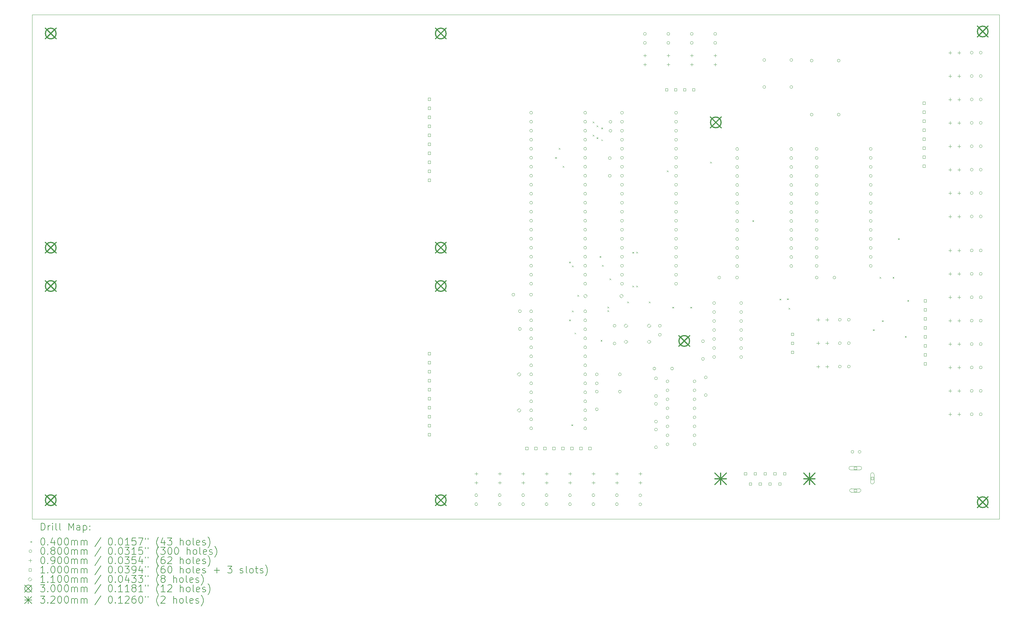
<source format=gbr>
%TF.GenerationSoftware,KiCad,Pcbnew,8.0.0*%
%TF.CreationDate,2024-05-27T12:02:14-04:00*%
%TF.ProjectId,Eater 6502 computer,45617465-7220-4363-9530-3220636f6d70,rev?*%
%TF.SameCoordinates,Original*%
%TF.FileFunction,Drillmap*%
%TF.FilePolarity,Positive*%
%FSLAX45Y45*%
G04 Gerber Fmt 4.5, Leading zero omitted, Abs format (unit mm)*
G04 Created by KiCad (PCBNEW 8.0.0) date 2024-05-27 12:02:14*
%MOMM*%
%LPD*%
G01*
G04 APERTURE LIST*
%ADD10C,0.100000*%
%ADD11C,0.200000*%
%ADD12C,0.110000*%
%ADD13C,0.300000*%
%ADD14C,0.320000*%
G04 APERTURE END LIST*
D10*
X28483560Y-1214120D02*
X1214120Y-1214120D01*
X28483560Y-15443200D02*
X28483560Y-1214120D01*
X24892000Y-15443200D02*
X1214120Y-15443200D01*
X24892000Y-15443200D02*
X28483560Y-15443200D01*
X1214120Y-15443200D02*
X1214120Y-1214120D01*
D11*
D10*
X15956600Y-5230180D02*
X15996600Y-5270180D01*
X15996600Y-5230180D02*
X15956600Y-5270180D01*
X16058200Y-4971100D02*
X16098200Y-5011100D01*
X16098200Y-4971100D02*
X16058200Y-5011100D01*
X16172500Y-5481640D02*
X16212500Y-5521640D01*
X16212500Y-5481640D02*
X16172500Y-5521640D01*
X16354170Y-8181660D02*
X16394170Y-8221660D01*
X16394170Y-8181660D02*
X16354170Y-8221660D01*
X16354170Y-9817420D02*
X16394170Y-9857420D01*
X16394170Y-9817420D02*
X16354170Y-9857420D01*
X16413800Y-12773980D02*
X16453800Y-12813980D01*
X16453800Y-12773980D02*
X16413800Y-12813980D01*
X16432790Y-9563420D02*
X16472790Y-9603420D01*
X16472790Y-9563420D02*
X16432790Y-9603420D01*
X16434120Y-8293420D02*
X16474120Y-8333420D01*
X16474120Y-8293420D02*
X16434120Y-8333420D01*
X16505240Y-10183180D02*
X16545240Y-10223180D01*
X16545240Y-10183180D02*
X16505240Y-10223180D01*
X16584340Y-9118920D02*
X16624340Y-9158920D01*
X16624340Y-9118920D02*
X16584340Y-9158920D01*
X17015780Y-4226880D02*
X17055780Y-4266880D01*
X17055780Y-4226880D02*
X17015780Y-4266880D01*
X17015780Y-4602800D02*
X17055780Y-4642800D01*
X17055780Y-4602800D02*
X17015780Y-4642800D01*
X17127540Y-4336100D02*
X17167540Y-4376100D01*
X17167540Y-4336100D02*
X17127540Y-4376100D01*
X17127540Y-4671380D02*
X17167540Y-4711380D01*
X17167540Y-4671380D02*
X17127540Y-4711380D01*
X17211360Y-8024180D02*
X17251360Y-8064180D01*
X17251360Y-8024180D02*
X17211360Y-8064180D01*
X17241840Y-10391460D02*
X17281840Y-10431460D01*
X17281840Y-10391460D02*
X17241840Y-10431460D01*
X17259620Y-4397060D02*
X17299620Y-4437060D01*
X17299620Y-4397060D02*
X17259620Y-4437060D01*
X17259620Y-4732340D02*
X17299620Y-4772340D01*
X17299620Y-4732340D02*
X17259620Y-4772340D01*
X17282480Y-8273100D02*
X17322480Y-8313100D01*
X17322480Y-8273100D02*
X17282480Y-8313100D01*
X17429800Y-9553260D02*
X17469800Y-9593260D01*
X17469800Y-9553260D02*
X17429800Y-9593260D01*
X17435344Y-9453464D02*
X17475344Y-9493464D01*
X17475344Y-9453464D02*
X17435344Y-9493464D01*
X17490760Y-8654100D02*
X17530760Y-8694100D01*
X17530760Y-8654100D02*
X17490760Y-8694100D01*
X17988600Y-9309420D02*
X18028600Y-9349420D01*
X18028600Y-9309420D02*
X17988600Y-9349420D01*
X18135920Y-7907340D02*
X18175920Y-7947340D01*
X18175920Y-7907340D02*
X18135920Y-7947340D01*
X18135920Y-8857710D02*
X18175920Y-8897710D01*
X18175920Y-8857710D02*
X18135920Y-8897710D01*
X18242600Y-7902260D02*
X18282600Y-7942260D01*
X18282600Y-7902260D02*
X18242600Y-7942260D01*
X18242600Y-8857710D02*
X18282600Y-8897710D01*
X18282600Y-8857710D02*
X18242600Y-8897710D01*
X18603280Y-9309420D02*
X18643280Y-9349420D01*
X18643280Y-9309420D02*
X18603280Y-9349420D01*
X19106200Y-5606100D02*
X19146200Y-5646100D01*
X19146200Y-5606100D02*
X19106200Y-5646100D01*
X19258600Y-9456740D02*
X19298600Y-9496740D01*
X19298600Y-9456740D02*
X19258600Y-9496740D01*
X19766600Y-9456740D02*
X19806600Y-9496740D01*
X19806600Y-9456740D02*
X19766600Y-9496740D01*
X20330480Y-5362260D02*
X20370480Y-5402260D01*
X20370480Y-5362260D02*
X20330480Y-5402260D01*
X21517020Y-7013260D02*
X21557020Y-7053260D01*
X21557020Y-7013260D02*
X21517020Y-7053260D01*
X22283740Y-9228140D02*
X22323740Y-9268140D01*
X22323740Y-9228140D02*
X22283740Y-9268140D01*
X22494560Y-9217980D02*
X22534560Y-9257980D01*
X22534560Y-9217980D02*
X22494560Y-9257980D01*
X22540280Y-9484680D02*
X22580280Y-9524680D01*
X22580280Y-9484680D02*
X22540280Y-9524680D01*
X24917720Y-10091740D02*
X24957720Y-10131740D01*
X24957720Y-10091740D02*
X24917720Y-10131740D01*
X25103140Y-8616000D02*
X25143140Y-8656000D01*
X25143140Y-8616000D02*
X25103140Y-8656000D01*
X25171720Y-9837740D02*
X25211720Y-9877740D01*
X25211720Y-9837740D02*
X25171720Y-9877740D01*
X25471440Y-8616000D02*
X25511440Y-8656000D01*
X25511440Y-8616000D02*
X25471440Y-8656000D01*
X25623840Y-7523800D02*
X25663840Y-7563800D01*
X25663840Y-7523800D02*
X25623840Y-7563800D01*
X25819420Y-10282240D02*
X25859420Y-10322240D01*
X25859420Y-10282240D02*
X25819420Y-10322240D01*
X25885460Y-9266240D02*
X25925460Y-9306240D01*
X25925460Y-9266240D02*
X25885460Y-9306240D01*
X13776320Y-14772280D02*
G75*
G02*
X13696320Y-14772280I-40000J0D01*
G01*
X13696320Y-14772280D02*
G75*
G02*
X13776320Y-14772280I40000J0D01*
G01*
X13776320Y-15026280D02*
G75*
G02*
X13696320Y-15026280I-40000J0D01*
G01*
X13696320Y-15026280D02*
G75*
G02*
X13776320Y-15026280I40000J0D01*
G01*
X14436720Y-14772280D02*
G75*
G02*
X14356720Y-14772280I-40000J0D01*
G01*
X14356720Y-14772280D02*
G75*
G02*
X14436720Y-14772280I40000J0D01*
G01*
X14436720Y-15026280D02*
G75*
G02*
X14356720Y-15026280I-40000J0D01*
G01*
X14356720Y-15026280D02*
G75*
G02*
X14436720Y-15026280I40000J0D01*
G01*
X14820640Y-9113520D02*
G75*
G02*
X14740640Y-9113520I-40000J0D01*
G01*
X14740640Y-9113520D02*
G75*
G02*
X14820640Y-9113520I40000J0D01*
G01*
X15005680Y-9580880D02*
G75*
G02*
X14925680Y-9580880I-40000J0D01*
G01*
X14925680Y-9580880D02*
G75*
G02*
X15005680Y-9580880I40000J0D01*
G01*
X15005680Y-10080880D02*
G75*
G02*
X14925680Y-10080880I-40000J0D01*
G01*
X14925680Y-10080880D02*
G75*
G02*
X15005680Y-10080880I40000J0D01*
G01*
X15097120Y-14772280D02*
G75*
G02*
X15017120Y-14772280I-40000J0D01*
G01*
X15017120Y-14772280D02*
G75*
G02*
X15097120Y-14772280I40000J0D01*
G01*
X15097120Y-15026280D02*
G75*
G02*
X15017120Y-15026280I-40000J0D01*
G01*
X15017120Y-15026280D02*
G75*
G02*
X15097120Y-15026280I40000J0D01*
G01*
X15320640Y-9113520D02*
G75*
G02*
X15240640Y-9113520I-40000J0D01*
G01*
X15240640Y-9113520D02*
G75*
G02*
X15320640Y-9113520I40000J0D01*
G01*
X15323040Y-3977220D02*
G75*
G02*
X15243040Y-3977220I-40000J0D01*
G01*
X15243040Y-3977220D02*
G75*
G02*
X15323040Y-3977220I40000J0D01*
G01*
X15323040Y-4231220D02*
G75*
G02*
X15243040Y-4231220I-40000J0D01*
G01*
X15243040Y-4231220D02*
G75*
G02*
X15323040Y-4231220I40000J0D01*
G01*
X15323040Y-4485220D02*
G75*
G02*
X15243040Y-4485220I-40000J0D01*
G01*
X15243040Y-4485220D02*
G75*
G02*
X15323040Y-4485220I40000J0D01*
G01*
X15323040Y-4739220D02*
G75*
G02*
X15243040Y-4739220I-40000J0D01*
G01*
X15243040Y-4739220D02*
G75*
G02*
X15323040Y-4739220I40000J0D01*
G01*
X15323040Y-4993220D02*
G75*
G02*
X15243040Y-4993220I-40000J0D01*
G01*
X15243040Y-4993220D02*
G75*
G02*
X15323040Y-4993220I40000J0D01*
G01*
X15323040Y-5247220D02*
G75*
G02*
X15243040Y-5247220I-40000J0D01*
G01*
X15243040Y-5247220D02*
G75*
G02*
X15323040Y-5247220I40000J0D01*
G01*
X15323040Y-5501220D02*
G75*
G02*
X15243040Y-5501220I-40000J0D01*
G01*
X15243040Y-5501220D02*
G75*
G02*
X15323040Y-5501220I40000J0D01*
G01*
X15323040Y-5755220D02*
G75*
G02*
X15243040Y-5755220I-40000J0D01*
G01*
X15243040Y-5755220D02*
G75*
G02*
X15323040Y-5755220I40000J0D01*
G01*
X15323040Y-6009220D02*
G75*
G02*
X15243040Y-6009220I-40000J0D01*
G01*
X15243040Y-6009220D02*
G75*
G02*
X15323040Y-6009220I40000J0D01*
G01*
X15323040Y-6263220D02*
G75*
G02*
X15243040Y-6263220I-40000J0D01*
G01*
X15243040Y-6263220D02*
G75*
G02*
X15323040Y-6263220I40000J0D01*
G01*
X15323040Y-6517220D02*
G75*
G02*
X15243040Y-6517220I-40000J0D01*
G01*
X15243040Y-6517220D02*
G75*
G02*
X15323040Y-6517220I40000J0D01*
G01*
X15323040Y-6771220D02*
G75*
G02*
X15243040Y-6771220I-40000J0D01*
G01*
X15243040Y-6771220D02*
G75*
G02*
X15323040Y-6771220I40000J0D01*
G01*
X15323040Y-7025220D02*
G75*
G02*
X15243040Y-7025220I-40000J0D01*
G01*
X15243040Y-7025220D02*
G75*
G02*
X15323040Y-7025220I40000J0D01*
G01*
X15323040Y-7279220D02*
G75*
G02*
X15243040Y-7279220I-40000J0D01*
G01*
X15243040Y-7279220D02*
G75*
G02*
X15323040Y-7279220I40000J0D01*
G01*
X15323040Y-7533220D02*
G75*
G02*
X15243040Y-7533220I-40000J0D01*
G01*
X15243040Y-7533220D02*
G75*
G02*
X15323040Y-7533220I40000J0D01*
G01*
X15323040Y-7787220D02*
G75*
G02*
X15243040Y-7787220I-40000J0D01*
G01*
X15243040Y-7787220D02*
G75*
G02*
X15323040Y-7787220I40000J0D01*
G01*
X15323040Y-8041220D02*
G75*
G02*
X15243040Y-8041220I-40000J0D01*
G01*
X15243040Y-8041220D02*
G75*
G02*
X15323040Y-8041220I40000J0D01*
G01*
X15323040Y-8295220D02*
G75*
G02*
X15243040Y-8295220I-40000J0D01*
G01*
X15243040Y-8295220D02*
G75*
G02*
X15323040Y-8295220I40000J0D01*
G01*
X15323040Y-8549220D02*
G75*
G02*
X15243040Y-8549220I-40000J0D01*
G01*
X15243040Y-8549220D02*
G75*
G02*
X15323040Y-8549220I40000J0D01*
G01*
X15323040Y-8803220D02*
G75*
G02*
X15243040Y-8803220I-40000J0D01*
G01*
X15243040Y-8803220D02*
G75*
G02*
X15323040Y-8803220I40000J0D01*
G01*
X15323540Y-9582500D02*
G75*
G02*
X15243540Y-9582500I-40000J0D01*
G01*
X15243540Y-9582500D02*
G75*
G02*
X15323540Y-9582500I40000J0D01*
G01*
X15323540Y-9836500D02*
G75*
G02*
X15243540Y-9836500I-40000J0D01*
G01*
X15243540Y-9836500D02*
G75*
G02*
X15323540Y-9836500I40000J0D01*
G01*
X15323540Y-10090500D02*
G75*
G02*
X15243540Y-10090500I-40000J0D01*
G01*
X15243540Y-10090500D02*
G75*
G02*
X15323540Y-10090500I40000J0D01*
G01*
X15323540Y-10344500D02*
G75*
G02*
X15243540Y-10344500I-40000J0D01*
G01*
X15243540Y-10344500D02*
G75*
G02*
X15323540Y-10344500I40000J0D01*
G01*
X15323540Y-10598500D02*
G75*
G02*
X15243540Y-10598500I-40000J0D01*
G01*
X15243540Y-10598500D02*
G75*
G02*
X15323540Y-10598500I40000J0D01*
G01*
X15323540Y-10852500D02*
G75*
G02*
X15243540Y-10852500I-40000J0D01*
G01*
X15243540Y-10852500D02*
G75*
G02*
X15323540Y-10852500I40000J0D01*
G01*
X15323540Y-11106500D02*
G75*
G02*
X15243540Y-11106500I-40000J0D01*
G01*
X15243540Y-11106500D02*
G75*
G02*
X15323540Y-11106500I40000J0D01*
G01*
X15323540Y-11360500D02*
G75*
G02*
X15243540Y-11360500I-40000J0D01*
G01*
X15243540Y-11360500D02*
G75*
G02*
X15323540Y-11360500I40000J0D01*
G01*
X15323540Y-11614500D02*
G75*
G02*
X15243540Y-11614500I-40000J0D01*
G01*
X15243540Y-11614500D02*
G75*
G02*
X15323540Y-11614500I40000J0D01*
G01*
X15323540Y-11868500D02*
G75*
G02*
X15243540Y-11868500I-40000J0D01*
G01*
X15243540Y-11868500D02*
G75*
G02*
X15323540Y-11868500I40000J0D01*
G01*
X15323540Y-12122500D02*
G75*
G02*
X15243540Y-12122500I-40000J0D01*
G01*
X15243540Y-12122500D02*
G75*
G02*
X15323540Y-12122500I40000J0D01*
G01*
X15323540Y-12376500D02*
G75*
G02*
X15243540Y-12376500I-40000J0D01*
G01*
X15243540Y-12376500D02*
G75*
G02*
X15323540Y-12376500I40000J0D01*
G01*
X15323540Y-12630500D02*
G75*
G02*
X15243540Y-12630500I-40000J0D01*
G01*
X15243540Y-12630500D02*
G75*
G02*
X15323540Y-12630500I40000J0D01*
G01*
X15323540Y-12884500D02*
G75*
G02*
X15243540Y-12884500I-40000J0D01*
G01*
X15243540Y-12884500D02*
G75*
G02*
X15323540Y-12884500I40000J0D01*
G01*
X15757520Y-14772280D02*
G75*
G02*
X15677520Y-14772280I-40000J0D01*
G01*
X15677520Y-14772280D02*
G75*
G02*
X15757520Y-14772280I40000J0D01*
G01*
X15757520Y-15026280D02*
G75*
G02*
X15677520Y-15026280I-40000J0D01*
G01*
X15677520Y-15026280D02*
G75*
G02*
X15757520Y-15026280I40000J0D01*
G01*
X16417920Y-14772280D02*
G75*
G02*
X16337920Y-14772280I-40000J0D01*
G01*
X16337920Y-14772280D02*
G75*
G02*
X16417920Y-14772280I40000J0D01*
G01*
X16417920Y-15026280D02*
G75*
G02*
X16337920Y-15026280I-40000J0D01*
G01*
X16337920Y-15026280D02*
G75*
G02*
X16417920Y-15026280I40000J0D01*
G01*
X16847040Y-3977220D02*
G75*
G02*
X16767040Y-3977220I-40000J0D01*
G01*
X16767040Y-3977220D02*
G75*
G02*
X16847040Y-3977220I40000J0D01*
G01*
X16847040Y-4231220D02*
G75*
G02*
X16767040Y-4231220I-40000J0D01*
G01*
X16767040Y-4231220D02*
G75*
G02*
X16847040Y-4231220I40000J0D01*
G01*
X16847040Y-4485220D02*
G75*
G02*
X16767040Y-4485220I-40000J0D01*
G01*
X16767040Y-4485220D02*
G75*
G02*
X16847040Y-4485220I40000J0D01*
G01*
X16847040Y-4739220D02*
G75*
G02*
X16767040Y-4739220I-40000J0D01*
G01*
X16767040Y-4739220D02*
G75*
G02*
X16847040Y-4739220I40000J0D01*
G01*
X16847040Y-4993220D02*
G75*
G02*
X16767040Y-4993220I-40000J0D01*
G01*
X16767040Y-4993220D02*
G75*
G02*
X16847040Y-4993220I40000J0D01*
G01*
X16847040Y-5247220D02*
G75*
G02*
X16767040Y-5247220I-40000J0D01*
G01*
X16767040Y-5247220D02*
G75*
G02*
X16847040Y-5247220I40000J0D01*
G01*
X16847040Y-5501220D02*
G75*
G02*
X16767040Y-5501220I-40000J0D01*
G01*
X16767040Y-5501220D02*
G75*
G02*
X16847040Y-5501220I40000J0D01*
G01*
X16847040Y-5755220D02*
G75*
G02*
X16767040Y-5755220I-40000J0D01*
G01*
X16767040Y-5755220D02*
G75*
G02*
X16847040Y-5755220I40000J0D01*
G01*
X16847040Y-6009220D02*
G75*
G02*
X16767040Y-6009220I-40000J0D01*
G01*
X16767040Y-6009220D02*
G75*
G02*
X16847040Y-6009220I40000J0D01*
G01*
X16847040Y-6263220D02*
G75*
G02*
X16767040Y-6263220I-40000J0D01*
G01*
X16767040Y-6263220D02*
G75*
G02*
X16847040Y-6263220I40000J0D01*
G01*
X16847040Y-6517220D02*
G75*
G02*
X16767040Y-6517220I-40000J0D01*
G01*
X16767040Y-6517220D02*
G75*
G02*
X16847040Y-6517220I40000J0D01*
G01*
X16847040Y-6771220D02*
G75*
G02*
X16767040Y-6771220I-40000J0D01*
G01*
X16767040Y-6771220D02*
G75*
G02*
X16847040Y-6771220I40000J0D01*
G01*
X16847040Y-7025220D02*
G75*
G02*
X16767040Y-7025220I-40000J0D01*
G01*
X16767040Y-7025220D02*
G75*
G02*
X16847040Y-7025220I40000J0D01*
G01*
X16847040Y-7279220D02*
G75*
G02*
X16767040Y-7279220I-40000J0D01*
G01*
X16767040Y-7279220D02*
G75*
G02*
X16847040Y-7279220I40000J0D01*
G01*
X16847040Y-7533220D02*
G75*
G02*
X16767040Y-7533220I-40000J0D01*
G01*
X16767040Y-7533220D02*
G75*
G02*
X16847040Y-7533220I40000J0D01*
G01*
X16847040Y-7787220D02*
G75*
G02*
X16767040Y-7787220I-40000J0D01*
G01*
X16767040Y-7787220D02*
G75*
G02*
X16847040Y-7787220I40000J0D01*
G01*
X16847040Y-8041220D02*
G75*
G02*
X16767040Y-8041220I-40000J0D01*
G01*
X16767040Y-8041220D02*
G75*
G02*
X16847040Y-8041220I40000J0D01*
G01*
X16847040Y-8295220D02*
G75*
G02*
X16767040Y-8295220I-40000J0D01*
G01*
X16767040Y-8295220D02*
G75*
G02*
X16847040Y-8295220I40000J0D01*
G01*
X16847040Y-8549220D02*
G75*
G02*
X16767040Y-8549220I-40000J0D01*
G01*
X16767040Y-8549220D02*
G75*
G02*
X16847040Y-8549220I40000J0D01*
G01*
X16847040Y-8803220D02*
G75*
G02*
X16767040Y-8803220I-40000J0D01*
G01*
X16767040Y-8803220D02*
G75*
G02*
X16847040Y-8803220I40000J0D01*
G01*
X16847540Y-9582500D02*
G75*
G02*
X16767540Y-9582500I-40000J0D01*
G01*
X16767540Y-9582500D02*
G75*
G02*
X16847540Y-9582500I40000J0D01*
G01*
X16847540Y-9836500D02*
G75*
G02*
X16767540Y-9836500I-40000J0D01*
G01*
X16767540Y-9836500D02*
G75*
G02*
X16847540Y-9836500I40000J0D01*
G01*
X16847540Y-10090500D02*
G75*
G02*
X16767540Y-10090500I-40000J0D01*
G01*
X16767540Y-10090500D02*
G75*
G02*
X16847540Y-10090500I40000J0D01*
G01*
X16847540Y-10344500D02*
G75*
G02*
X16767540Y-10344500I-40000J0D01*
G01*
X16767540Y-10344500D02*
G75*
G02*
X16847540Y-10344500I40000J0D01*
G01*
X16847540Y-10598500D02*
G75*
G02*
X16767540Y-10598500I-40000J0D01*
G01*
X16767540Y-10598500D02*
G75*
G02*
X16847540Y-10598500I40000J0D01*
G01*
X16847540Y-10852500D02*
G75*
G02*
X16767540Y-10852500I-40000J0D01*
G01*
X16767540Y-10852500D02*
G75*
G02*
X16847540Y-10852500I40000J0D01*
G01*
X16847540Y-11106500D02*
G75*
G02*
X16767540Y-11106500I-40000J0D01*
G01*
X16767540Y-11106500D02*
G75*
G02*
X16847540Y-11106500I40000J0D01*
G01*
X16847540Y-11360500D02*
G75*
G02*
X16767540Y-11360500I-40000J0D01*
G01*
X16767540Y-11360500D02*
G75*
G02*
X16847540Y-11360500I40000J0D01*
G01*
X16847540Y-11614500D02*
G75*
G02*
X16767540Y-11614500I-40000J0D01*
G01*
X16767540Y-11614500D02*
G75*
G02*
X16847540Y-11614500I40000J0D01*
G01*
X16847540Y-11868500D02*
G75*
G02*
X16767540Y-11868500I-40000J0D01*
G01*
X16767540Y-11868500D02*
G75*
G02*
X16847540Y-11868500I40000J0D01*
G01*
X16847540Y-12122500D02*
G75*
G02*
X16767540Y-12122500I-40000J0D01*
G01*
X16767540Y-12122500D02*
G75*
G02*
X16847540Y-12122500I40000J0D01*
G01*
X16847540Y-12376500D02*
G75*
G02*
X16767540Y-12376500I-40000J0D01*
G01*
X16767540Y-12376500D02*
G75*
G02*
X16847540Y-12376500I40000J0D01*
G01*
X16847540Y-12630500D02*
G75*
G02*
X16767540Y-12630500I-40000J0D01*
G01*
X16767540Y-12630500D02*
G75*
G02*
X16847540Y-12630500I40000J0D01*
G01*
X16847540Y-12884500D02*
G75*
G02*
X16767540Y-12884500I-40000J0D01*
G01*
X16767540Y-12884500D02*
G75*
G02*
X16847540Y-12884500I40000J0D01*
G01*
X17078320Y-14772280D02*
G75*
G02*
X16998320Y-14772280I-40000J0D01*
G01*
X16998320Y-14772280D02*
G75*
G02*
X17078320Y-14772280I40000J0D01*
G01*
X17078320Y-15026280D02*
G75*
G02*
X16998320Y-15026280I-40000J0D01*
G01*
X16998320Y-15026280D02*
G75*
G02*
X17078320Y-15026280I40000J0D01*
G01*
X17172660Y-11361420D02*
G75*
G02*
X17092660Y-11361420I-40000J0D01*
G01*
X17092660Y-11361420D02*
G75*
G02*
X17172660Y-11361420I40000J0D01*
G01*
X17172660Y-11615420D02*
G75*
G02*
X17092660Y-11615420I-40000J0D01*
G01*
X17092660Y-11615420D02*
G75*
G02*
X17172660Y-11615420I40000J0D01*
G01*
X17172660Y-11849100D02*
G75*
G02*
X17092660Y-11849100I-40000J0D01*
G01*
X17092660Y-11849100D02*
G75*
G02*
X17172660Y-11849100I40000J0D01*
G01*
X17172660Y-12349100D02*
G75*
G02*
X17092660Y-12349100I-40000J0D01*
G01*
X17092660Y-12349100D02*
G75*
G02*
X17172660Y-12349100I40000J0D01*
G01*
X17539140Y-5259260D02*
G75*
G02*
X17459140Y-5259260I-40000J0D01*
G01*
X17459140Y-5259260D02*
G75*
G02*
X17539140Y-5259260I40000J0D01*
G01*
X17539140Y-5759260D02*
G75*
G02*
X17459140Y-5759260I-40000J0D01*
G01*
X17459140Y-5759260D02*
G75*
G02*
X17539140Y-5759260I40000J0D01*
G01*
X17558740Y-4234180D02*
G75*
G02*
X17478740Y-4234180I-40000J0D01*
G01*
X17478740Y-4234180D02*
G75*
G02*
X17558740Y-4234180I40000J0D01*
G01*
X17558740Y-4488180D02*
G75*
G02*
X17478740Y-4488180I-40000J0D01*
G01*
X17478740Y-4488180D02*
G75*
G02*
X17558740Y-4488180I40000J0D01*
G01*
X17673040Y-9989820D02*
G75*
G02*
X17593040Y-9989820I-40000J0D01*
G01*
X17593040Y-9989820D02*
G75*
G02*
X17673040Y-9989820I40000J0D01*
G01*
X17673040Y-10489820D02*
G75*
G02*
X17593040Y-10489820I-40000J0D01*
G01*
X17593040Y-10489820D02*
G75*
G02*
X17673040Y-10489820I40000J0D01*
G01*
X17738720Y-14771780D02*
G75*
G02*
X17658720Y-14771780I-40000J0D01*
G01*
X17658720Y-14771780D02*
G75*
G02*
X17738720Y-14771780I40000J0D01*
G01*
X17738720Y-15025780D02*
G75*
G02*
X17658720Y-15025780I-40000J0D01*
G01*
X17658720Y-15025780D02*
G75*
G02*
X17738720Y-15025780I40000J0D01*
G01*
X17822900Y-11361420D02*
G75*
G02*
X17742900Y-11361420I-40000J0D01*
G01*
X17742900Y-11361420D02*
G75*
G02*
X17822900Y-11361420I40000J0D01*
G01*
X17822900Y-11849420D02*
G75*
G02*
X17742900Y-11849420I-40000J0D01*
G01*
X17742900Y-11849420D02*
G75*
G02*
X17822900Y-11849420I40000J0D01*
G01*
X17883860Y-3979260D02*
G75*
G02*
X17803860Y-3979260I-40000J0D01*
G01*
X17803860Y-3979260D02*
G75*
G02*
X17883860Y-3979260I40000J0D01*
G01*
X17883860Y-4233260D02*
G75*
G02*
X17803860Y-4233260I-40000J0D01*
G01*
X17803860Y-4233260D02*
G75*
G02*
X17883860Y-4233260I40000J0D01*
G01*
X17883860Y-4487260D02*
G75*
G02*
X17803860Y-4487260I-40000J0D01*
G01*
X17803860Y-4487260D02*
G75*
G02*
X17883860Y-4487260I40000J0D01*
G01*
X17883860Y-4741260D02*
G75*
G02*
X17803860Y-4741260I-40000J0D01*
G01*
X17803860Y-4741260D02*
G75*
G02*
X17883860Y-4741260I40000J0D01*
G01*
X17883860Y-4995260D02*
G75*
G02*
X17803860Y-4995260I-40000J0D01*
G01*
X17803860Y-4995260D02*
G75*
G02*
X17883860Y-4995260I40000J0D01*
G01*
X17883860Y-5249260D02*
G75*
G02*
X17803860Y-5249260I-40000J0D01*
G01*
X17803860Y-5249260D02*
G75*
G02*
X17883860Y-5249260I40000J0D01*
G01*
X17883860Y-5503260D02*
G75*
G02*
X17803860Y-5503260I-40000J0D01*
G01*
X17803860Y-5503260D02*
G75*
G02*
X17883860Y-5503260I40000J0D01*
G01*
X17883860Y-5757260D02*
G75*
G02*
X17803860Y-5757260I-40000J0D01*
G01*
X17803860Y-5757260D02*
G75*
G02*
X17883860Y-5757260I40000J0D01*
G01*
X17883860Y-6011260D02*
G75*
G02*
X17803860Y-6011260I-40000J0D01*
G01*
X17803860Y-6011260D02*
G75*
G02*
X17883860Y-6011260I40000J0D01*
G01*
X17883860Y-6265260D02*
G75*
G02*
X17803860Y-6265260I-40000J0D01*
G01*
X17803860Y-6265260D02*
G75*
G02*
X17883860Y-6265260I40000J0D01*
G01*
X17883860Y-6519260D02*
G75*
G02*
X17803860Y-6519260I-40000J0D01*
G01*
X17803860Y-6519260D02*
G75*
G02*
X17883860Y-6519260I40000J0D01*
G01*
X17883860Y-6773260D02*
G75*
G02*
X17803860Y-6773260I-40000J0D01*
G01*
X17803860Y-6773260D02*
G75*
G02*
X17883860Y-6773260I40000J0D01*
G01*
X17883860Y-7027260D02*
G75*
G02*
X17803860Y-7027260I-40000J0D01*
G01*
X17803860Y-7027260D02*
G75*
G02*
X17883860Y-7027260I40000J0D01*
G01*
X17883860Y-7281260D02*
G75*
G02*
X17803860Y-7281260I-40000J0D01*
G01*
X17803860Y-7281260D02*
G75*
G02*
X17883860Y-7281260I40000J0D01*
G01*
X17883860Y-7535260D02*
G75*
G02*
X17803860Y-7535260I-40000J0D01*
G01*
X17803860Y-7535260D02*
G75*
G02*
X17883860Y-7535260I40000J0D01*
G01*
X17883860Y-7789260D02*
G75*
G02*
X17803860Y-7789260I-40000J0D01*
G01*
X17803860Y-7789260D02*
G75*
G02*
X17883860Y-7789260I40000J0D01*
G01*
X17883860Y-8043260D02*
G75*
G02*
X17803860Y-8043260I-40000J0D01*
G01*
X17803860Y-8043260D02*
G75*
G02*
X17883860Y-8043260I40000J0D01*
G01*
X17883860Y-8297260D02*
G75*
G02*
X17803860Y-8297260I-40000J0D01*
G01*
X17803860Y-8297260D02*
G75*
G02*
X17883860Y-8297260I40000J0D01*
G01*
X17883860Y-8551260D02*
G75*
G02*
X17803860Y-8551260I-40000J0D01*
G01*
X17803860Y-8551260D02*
G75*
G02*
X17883860Y-8551260I40000J0D01*
G01*
X17883860Y-8805260D02*
G75*
G02*
X17803860Y-8805260I-40000J0D01*
G01*
X17803860Y-8805260D02*
G75*
G02*
X17883860Y-8805260I40000J0D01*
G01*
X18399120Y-14776860D02*
G75*
G02*
X18319120Y-14776860I-40000J0D01*
G01*
X18319120Y-14776860D02*
G75*
G02*
X18399120Y-14776860I40000J0D01*
G01*
X18399120Y-15030860D02*
G75*
G02*
X18319120Y-15030860I-40000J0D01*
G01*
X18319120Y-15030860D02*
G75*
G02*
X18399120Y-15030860I40000J0D01*
G01*
X18528660Y-1752600D02*
G75*
G02*
X18448660Y-1752600I-40000J0D01*
G01*
X18448660Y-1752600D02*
G75*
G02*
X18528660Y-1752600I40000J0D01*
G01*
X18528660Y-2006600D02*
G75*
G02*
X18448660Y-2006600I-40000J0D01*
G01*
X18448660Y-2006600D02*
G75*
G02*
X18528660Y-2006600I40000J0D01*
G01*
X18795360Y-11198860D02*
G75*
G02*
X18715360Y-11198860I-40000J0D01*
G01*
X18715360Y-11198860D02*
G75*
G02*
X18795360Y-11198860I40000J0D01*
G01*
X18841080Y-11473560D02*
G75*
G02*
X18761080Y-11473560I-40000J0D01*
G01*
X18761080Y-11473560D02*
G75*
G02*
X18841080Y-11473560I40000J0D01*
G01*
X18841080Y-11973560D02*
G75*
G02*
X18761080Y-11973560I-40000J0D01*
G01*
X18761080Y-11973560D02*
G75*
G02*
X18841080Y-11973560I40000J0D01*
G01*
X18841080Y-12196000D02*
G75*
G02*
X18761080Y-12196000I-40000J0D01*
G01*
X18761080Y-12196000D02*
G75*
G02*
X18841080Y-12196000I40000J0D01*
G01*
X18841080Y-12696000D02*
G75*
G02*
X18761080Y-12696000I-40000J0D01*
G01*
X18761080Y-12696000D02*
G75*
G02*
X18841080Y-12696000I40000J0D01*
G01*
X18841080Y-12918440D02*
G75*
G02*
X18761080Y-12918440I-40000J0D01*
G01*
X18761080Y-12918440D02*
G75*
G02*
X18841080Y-12918440I40000J0D01*
G01*
X18841080Y-13418440D02*
G75*
G02*
X18761080Y-13418440I-40000J0D01*
G01*
X18761080Y-13418440D02*
G75*
G02*
X18841080Y-13418440I40000J0D01*
G01*
X18950660Y-9989820D02*
G75*
G02*
X18870660Y-9989820I-40000J0D01*
G01*
X18870660Y-9989820D02*
G75*
G02*
X18950660Y-9989820I40000J0D01*
G01*
X18950660Y-10243820D02*
G75*
G02*
X18870660Y-10243820I-40000J0D01*
G01*
X18870660Y-10243820D02*
G75*
G02*
X18950660Y-10243820I40000J0D01*
G01*
X19166200Y-11559540D02*
G75*
G02*
X19086200Y-11559540I-40000J0D01*
G01*
X19086200Y-11559540D02*
G75*
G02*
X19166200Y-11559540I40000J0D01*
G01*
X19166200Y-11813540D02*
G75*
G02*
X19086200Y-11813540I-40000J0D01*
G01*
X19086200Y-11813540D02*
G75*
G02*
X19166200Y-11813540I40000J0D01*
G01*
X19166200Y-12067540D02*
G75*
G02*
X19086200Y-12067540I-40000J0D01*
G01*
X19086200Y-12067540D02*
G75*
G02*
X19166200Y-12067540I40000J0D01*
G01*
X19166200Y-12321540D02*
G75*
G02*
X19086200Y-12321540I-40000J0D01*
G01*
X19086200Y-12321540D02*
G75*
G02*
X19166200Y-12321540I40000J0D01*
G01*
X19166200Y-12575540D02*
G75*
G02*
X19086200Y-12575540I-40000J0D01*
G01*
X19086200Y-12575540D02*
G75*
G02*
X19166200Y-12575540I40000J0D01*
G01*
X19166200Y-12829540D02*
G75*
G02*
X19086200Y-12829540I-40000J0D01*
G01*
X19086200Y-12829540D02*
G75*
G02*
X19166200Y-12829540I40000J0D01*
G01*
X19166200Y-13083540D02*
G75*
G02*
X19086200Y-13083540I-40000J0D01*
G01*
X19086200Y-13083540D02*
G75*
G02*
X19166200Y-13083540I40000J0D01*
G01*
X19166200Y-13337540D02*
G75*
G02*
X19086200Y-13337540I-40000J0D01*
G01*
X19086200Y-13337540D02*
G75*
G02*
X19166200Y-13337540I40000J0D01*
G01*
X19189060Y-1752600D02*
G75*
G02*
X19109060Y-1752600I-40000J0D01*
G01*
X19109060Y-1752600D02*
G75*
G02*
X19189060Y-1752600I40000J0D01*
G01*
X19189060Y-2006600D02*
G75*
G02*
X19109060Y-2006600I-40000J0D01*
G01*
X19109060Y-2006600D02*
G75*
G02*
X19189060Y-2006600I40000J0D01*
G01*
X19295360Y-11198860D02*
G75*
G02*
X19215360Y-11198860I-40000J0D01*
G01*
X19215360Y-11198860D02*
G75*
G02*
X19295360Y-11198860I40000J0D01*
G01*
X19407860Y-3979260D02*
G75*
G02*
X19327860Y-3979260I-40000J0D01*
G01*
X19327860Y-3979260D02*
G75*
G02*
X19407860Y-3979260I40000J0D01*
G01*
X19407860Y-4233260D02*
G75*
G02*
X19327860Y-4233260I-40000J0D01*
G01*
X19327860Y-4233260D02*
G75*
G02*
X19407860Y-4233260I40000J0D01*
G01*
X19407860Y-4487260D02*
G75*
G02*
X19327860Y-4487260I-40000J0D01*
G01*
X19327860Y-4487260D02*
G75*
G02*
X19407860Y-4487260I40000J0D01*
G01*
X19407860Y-4741260D02*
G75*
G02*
X19327860Y-4741260I-40000J0D01*
G01*
X19327860Y-4741260D02*
G75*
G02*
X19407860Y-4741260I40000J0D01*
G01*
X19407860Y-4995260D02*
G75*
G02*
X19327860Y-4995260I-40000J0D01*
G01*
X19327860Y-4995260D02*
G75*
G02*
X19407860Y-4995260I40000J0D01*
G01*
X19407860Y-5249260D02*
G75*
G02*
X19327860Y-5249260I-40000J0D01*
G01*
X19327860Y-5249260D02*
G75*
G02*
X19407860Y-5249260I40000J0D01*
G01*
X19407860Y-5503260D02*
G75*
G02*
X19327860Y-5503260I-40000J0D01*
G01*
X19327860Y-5503260D02*
G75*
G02*
X19407860Y-5503260I40000J0D01*
G01*
X19407860Y-5757260D02*
G75*
G02*
X19327860Y-5757260I-40000J0D01*
G01*
X19327860Y-5757260D02*
G75*
G02*
X19407860Y-5757260I40000J0D01*
G01*
X19407860Y-6011260D02*
G75*
G02*
X19327860Y-6011260I-40000J0D01*
G01*
X19327860Y-6011260D02*
G75*
G02*
X19407860Y-6011260I40000J0D01*
G01*
X19407860Y-6265260D02*
G75*
G02*
X19327860Y-6265260I-40000J0D01*
G01*
X19327860Y-6265260D02*
G75*
G02*
X19407860Y-6265260I40000J0D01*
G01*
X19407860Y-6519260D02*
G75*
G02*
X19327860Y-6519260I-40000J0D01*
G01*
X19327860Y-6519260D02*
G75*
G02*
X19407860Y-6519260I40000J0D01*
G01*
X19407860Y-6773260D02*
G75*
G02*
X19327860Y-6773260I-40000J0D01*
G01*
X19327860Y-6773260D02*
G75*
G02*
X19407860Y-6773260I40000J0D01*
G01*
X19407860Y-7027260D02*
G75*
G02*
X19327860Y-7027260I-40000J0D01*
G01*
X19327860Y-7027260D02*
G75*
G02*
X19407860Y-7027260I40000J0D01*
G01*
X19407860Y-7281260D02*
G75*
G02*
X19327860Y-7281260I-40000J0D01*
G01*
X19327860Y-7281260D02*
G75*
G02*
X19407860Y-7281260I40000J0D01*
G01*
X19407860Y-7535260D02*
G75*
G02*
X19327860Y-7535260I-40000J0D01*
G01*
X19327860Y-7535260D02*
G75*
G02*
X19407860Y-7535260I40000J0D01*
G01*
X19407860Y-7789260D02*
G75*
G02*
X19327860Y-7789260I-40000J0D01*
G01*
X19327860Y-7789260D02*
G75*
G02*
X19407860Y-7789260I40000J0D01*
G01*
X19407860Y-8043260D02*
G75*
G02*
X19327860Y-8043260I-40000J0D01*
G01*
X19327860Y-8043260D02*
G75*
G02*
X19407860Y-8043260I40000J0D01*
G01*
X19407860Y-8297260D02*
G75*
G02*
X19327860Y-8297260I-40000J0D01*
G01*
X19327860Y-8297260D02*
G75*
G02*
X19407860Y-8297260I40000J0D01*
G01*
X19407860Y-8551260D02*
G75*
G02*
X19327860Y-8551260I-40000J0D01*
G01*
X19327860Y-8551260D02*
G75*
G02*
X19407860Y-8551260I40000J0D01*
G01*
X19407860Y-8805260D02*
G75*
G02*
X19327860Y-8805260I-40000J0D01*
G01*
X19327860Y-8805260D02*
G75*
G02*
X19407860Y-8805260I40000J0D01*
G01*
X19849460Y-1752600D02*
G75*
G02*
X19769460Y-1752600I-40000J0D01*
G01*
X19769460Y-1752600D02*
G75*
G02*
X19849460Y-1752600I40000J0D01*
G01*
X19849460Y-2006600D02*
G75*
G02*
X19769460Y-2006600I-40000J0D01*
G01*
X19769460Y-2006600D02*
G75*
G02*
X19849460Y-2006600I40000J0D01*
G01*
X19928200Y-11559540D02*
G75*
G02*
X19848200Y-11559540I-40000J0D01*
G01*
X19848200Y-11559540D02*
G75*
G02*
X19928200Y-11559540I40000J0D01*
G01*
X19928200Y-11813540D02*
G75*
G02*
X19848200Y-11813540I-40000J0D01*
G01*
X19848200Y-11813540D02*
G75*
G02*
X19928200Y-11813540I40000J0D01*
G01*
X19928200Y-12067540D02*
G75*
G02*
X19848200Y-12067540I-40000J0D01*
G01*
X19848200Y-12067540D02*
G75*
G02*
X19928200Y-12067540I40000J0D01*
G01*
X19928200Y-12321540D02*
G75*
G02*
X19848200Y-12321540I-40000J0D01*
G01*
X19848200Y-12321540D02*
G75*
G02*
X19928200Y-12321540I40000J0D01*
G01*
X19928200Y-12575540D02*
G75*
G02*
X19848200Y-12575540I-40000J0D01*
G01*
X19848200Y-12575540D02*
G75*
G02*
X19928200Y-12575540I40000J0D01*
G01*
X19928200Y-12829540D02*
G75*
G02*
X19848200Y-12829540I-40000J0D01*
G01*
X19848200Y-12829540D02*
G75*
G02*
X19928200Y-12829540I40000J0D01*
G01*
X19928200Y-13083540D02*
G75*
G02*
X19848200Y-13083540I-40000J0D01*
G01*
X19848200Y-13083540D02*
G75*
G02*
X19928200Y-13083540I40000J0D01*
G01*
X19928200Y-13337540D02*
G75*
G02*
X19848200Y-13337540I-40000J0D01*
G01*
X19848200Y-13337540D02*
G75*
G02*
X19928200Y-13337540I40000J0D01*
G01*
X20166420Y-10427080D02*
G75*
G02*
X20086420Y-10427080I-40000J0D01*
G01*
X20086420Y-10427080D02*
G75*
G02*
X20166420Y-10427080I40000J0D01*
G01*
X20166420Y-10927080D02*
G75*
G02*
X20086420Y-10927080I-40000J0D01*
G01*
X20086420Y-10927080D02*
G75*
G02*
X20166420Y-10927080I40000J0D01*
G01*
X20244240Y-11446700D02*
G75*
G02*
X20164240Y-11446700I-40000J0D01*
G01*
X20164240Y-11446700D02*
G75*
G02*
X20244240Y-11446700I40000J0D01*
G01*
X20244240Y-11946700D02*
G75*
G02*
X20164240Y-11946700I-40000J0D01*
G01*
X20164240Y-11946700D02*
G75*
G02*
X20244240Y-11946700I40000J0D01*
G01*
X20479740Y-9349740D02*
G75*
G02*
X20399740Y-9349740I-40000J0D01*
G01*
X20399740Y-9349740D02*
G75*
G02*
X20479740Y-9349740I40000J0D01*
G01*
X20479740Y-9603740D02*
G75*
G02*
X20399740Y-9603740I-40000J0D01*
G01*
X20399740Y-9603740D02*
G75*
G02*
X20479740Y-9603740I40000J0D01*
G01*
X20479740Y-9857740D02*
G75*
G02*
X20399740Y-9857740I-40000J0D01*
G01*
X20399740Y-9857740D02*
G75*
G02*
X20479740Y-9857740I40000J0D01*
G01*
X20479740Y-10111740D02*
G75*
G02*
X20399740Y-10111740I-40000J0D01*
G01*
X20399740Y-10111740D02*
G75*
G02*
X20479740Y-10111740I40000J0D01*
G01*
X20479740Y-10365740D02*
G75*
G02*
X20399740Y-10365740I-40000J0D01*
G01*
X20399740Y-10365740D02*
G75*
G02*
X20479740Y-10365740I40000J0D01*
G01*
X20479740Y-10619740D02*
G75*
G02*
X20399740Y-10619740I-40000J0D01*
G01*
X20399740Y-10619740D02*
G75*
G02*
X20479740Y-10619740I40000J0D01*
G01*
X20479740Y-10873740D02*
G75*
G02*
X20399740Y-10873740I-40000J0D01*
G01*
X20399740Y-10873740D02*
G75*
G02*
X20479740Y-10873740I40000J0D01*
G01*
X20509860Y-1752600D02*
G75*
G02*
X20429860Y-1752600I-40000J0D01*
G01*
X20429860Y-1752600D02*
G75*
G02*
X20509860Y-1752600I40000J0D01*
G01*
X20509860Y-2006600D02*
G75*
G02*
X20429860Y-2006600I-40000J0D01*
G01*
X20429860Y-2006600D02*
G75*
G02*
X20509860Y-2006600I40000J0D01*
G01*
X20625980Y-8630920D02*
G75*
G02*
X20545980Y-8630920I-40000J0D01*
G01*
X20545980Y-8630920D02*
G75*
G02*
X20625980Y-8630920I40000J0D01*
G01*
X21125980Y-8630920D02*
G75*
G02*
X21045980Y-8630920I-40000J0D01*
G01*
X21045980Y-8630920D02*
G75*
G02*
X21125980Y-8630920I40000J0D01*
G01*
X21129980Y-5001260D02*
G75*
G02*
X21049980Y-5001260I-40000J0D01*
G01*
X21049980Y-5001260D02*
G75*
G02*
X21129980Y-5001260I40000J0D01*
G01*
X21129980Y-5255260D02*
G75*
G02*
X21049980Y-5255260I-40000J0D01*
G01*
X21049980Y-5255260D02*
G75*
G02*
X21129980Y-5255260I40000J0D01*
G01*
X21129980Y-5509260D02*
G75*
G02*
X21049980Y-5509260I-40000J0D01*
G01*
X21049980Y-5509260D02*
G75*
G02*
X21129980Y-5509260I40000J0D01*
G01*
X21129980Y-5763260D02*
G75*
G02*
X21049980Y-5763260I-40000J0D01*
G01*
X21049980Y-5763260D02*
G75*
G02*
X21129980Y-5763260I40000J0D01*
G01*
X21129980Y-6017260D02*
G75*
G02*
X21049980Y-6017260I-40000J0D01*
G01*
X21049980Y-6017260D02*
G75*
G02*
X21129980Y-6017260I40000J0D01*
G01*
X21129980Y-6271260D02*
G75*
G02*
X21049980Y-6271260I-40000J0D01*
G01*
X21049980Y-6271260D02*
G75*
G02*
X21129980Y-6271260I40000J0D01*
G01*
X21129980Y-6525260D02*
G75*
G02*
X21049980Y-6525260I-40000J0D01*
G01*
X21049980Y-6525260D02*
G75*
G02*
X21129980Y-6525260I40000J0D01*
G01*
X21129980Y-6779260D02*
G75*
G02*
X21049980Y-6779260I-40000J0D01*
G01*
X21049980Y-6779260D02*
G75*
G02*
X21129980Y-6779260I40000J0D01*
G01*
X21129980Y-7033260D02*
G75*
G02*
X21049980Y-7033260I-40000J0D01*
G01*
X21049980Y-7033260D02*
G75*
G02*
X21129980Y-7033260I40000J0D01*
G01*
X21129980Y-7287260D02*
G75*
G02*
X21049980Y-7287260I-40000J0D01*
G01*
X21049980Y-7287260D02*
G75*
G02*
X21129980Y-7287260I40000J0D01*
G01*
X21129980Y-7541260D02*
G75*
G02*
X21049980Y-7541260I-40000J0D01*
G01*
X21049980Y-7541260D02*
G75*
G02*
X21129980Y-7541260I40000J0D01*
G01*
X21129980Y-7795260D02*
G75*
G02*
X21049980Y-7795260I-40000J0D01*
G01*
X21049980Y-7795260D02*
G75*
G02*
X21129980Y-7795260I40000J0D01*
G01*
X21129980Y-8049260D02*
G75*
G02*
X21049980Y-8049260I-40000J0D01*
G01*
X21049980Y-8049260D02*
G75*
G02*
X21129980Y-8049260I40000J0D01*
G01*
X21129980Y-8303260D02*
G75*
G02*
X21049980Y-8303260I-40000J0D01*
G01*
X21049980Y-8303260D02*
G75*
G02*
X21129980Y-8303260I40000J0D01*
G01*
X21241740Y-9349740D02*
G75*
G02*
X21161740Y-9349740I-40000J0D01*
G01*
X21161740Y-9349740D02*
G75*
G02*
X21241740Y-9349740I40000J0D01*
G01*
X21241740Y-9603740D02*
G75*
G02*
X21161740Y-9603740I-40000J0D01*
G01*
X21161740Y-9603740D02*
G75*
G02*
X21241740Y-9603740I40000J0D01*
G01*
X21241740Y-9857740D02*
G75*
G02*
X21161740Y-9857740I-40000J0D01*
G01*
X21161740Y-9857740D02*
G75*
G02*
X21241740Y-9857740I40000J0D01*
G01*
X21241740Y-10111740D02*
G75*
G02*
X21161740Y-10111740I-40000J0D01*
G01*
X21161740Y-10111740D02*
G75*
G02*
X21241740Y-10111740I40000J0D01*
G01*
X21241740Y-10365740D02*
G75*
G02*
X21161740Y-10365740I-40000J0D01*
G01*
X21161740Y-10365740D02*
G75*
G02*
X21241740Y-10365740I40000J0D01*
G01*
X21241740Y-10619740D02*
G75*
G02*
X21161740Y-10619740I-40000J0D01*
G01*
X21161740Y-10619740D02*
G75*
G02*
X21241740Y-10619740I40000J0D01*
G01*
X21241740Y-10873740D02*
G75*
G02*
X21161740Y-10873740I-40000J0D01*
G01*
X21161740Y-10873740D02*
G75*
G02*
X21241740Y-10873740I40000J0D01*
G01*
X21894327Y-2490420D02*
G75*
G02*
X21814327Y-2490420I-40000J0D01*
G01*
X21814327Y-2490420D02*
G75*
G02*
X21894327Y-2490420I40000J0D01*
G01*
X21894327Y-3252420D02*
G75*
G02*
X21814327Y-3252420I-40000J0D01*
G01*
X21814327Y-3252420D02*
G75*
G02*
X21894327Y-3252420I40000J0D01*
G01*
X22653980Y-5001260D02*
G75*
G02*
X22573980Y-5001260I-40000J0D01*
G01*
X22573980Y-5001260D02*
G75*
G02*
X22653980Y-5001260I40000J0D01*
G01*
X22653980Y-5255260D02*
G75*
G02*
X22573980Y-5255260I-40000J0D01*
G01*
X22573980Y-5255260D02*
G75*
G02*
X22653980Y-5255260I40000J0D01*
G01*
X22653980Y-5509260D02*
G75*
G02*
X22573980Y-5509260I-40000J0D01*
G01*
X22573980Y-5509260D02*
G75*
G02*
X22653980Y-5509260I40000J0D01*
G01*
X22653980Y-5763260D02*
G75*
G02*
X22573980Y-5763260I-40000J0D01*
G01*
X22573980Y-5763260D02*
G75*
G02*
X22653980Y-5763260I40000J0D01*
G01*
X22653980Y-6017260D02*
G75*
G02*
X22573980Y-6017260I-40000J0D01*
G01*
X22573980Y-6017260D02*
G75*
G02*
X22653980Y-6017260I40000J0D01*
G01*
X22653980Y-6271260D02*
G75*
G02*
X22573980Y-6271260I-40000J0D01*
G01*
X22573980Y-6271260D02*
G75*
G02*
X22653980Y-6271260I40000J0D01*
G01*
X22653980Y-6525260D02*
G75*
G02*
X22573980Y-6525260I-40000J0D01*
G01*
X22573980Y-6525260D02*
G75*
G02*
X22653980Y-6525260I40000J0D01*
G01*
X22653980Y-6779260D02*
G75*
G02*
X22573980Y-6779260I-40000J0D01*
G01*
X22573980Y-6779260D02*
G75*
G02*
X22653980Y-6779260I40000J0D01*
G01*
X22653980Y-7033260D02*
G75*
G02*
X22573980Y-7033260I-40000J0D01*
G01*
X22573980Y-7033260D02*
G75*
G02*
X22653980Y-7033260I40000J0D01*
G01*
X22653980Y-7287260D02*
G75*
G02*
X22573980Y-7287260I-40000J0D01*
G01*
X22573980Y-7287260D02*
G75*
G02*
X22653980Y-7287260I40000J0D01*
G01*
X22653980Y-7541260D02*
G75*
G02*
X22573980Y-7541260I-40000J0D01*
G01*
X22573980Y-7541260D02*
G75*
G02*
X22653980Y-7541260I40000J0D01*
G01*
X22653980Y-7795260D02*
G75*
G02*
X22573980Y-7795260I-40000J0D01*
G01*
X22573980Y-7795260D02*
G75*
G02*
X22653980Y-7795260I40000J0D01*
G01*
X22653980Y-8049260D02*
G75*
G02*
X22573980Y-8049260I-40000J0D01*
G01*
X22573980Y-8049260D02*
G75*
G02*
X22653980Y-8049260I40000J0D01*
G01*
X22653980Y-8303260D02*
G75*
G02*
X22573980Y-8303260I-40000J0D01*
G01*
X22573980Y-8303260D02*
G75*
G02*
X22653980Y-8303260I40000J0D01*
G01*
X22656327Y-2490420D02*
G75*
G02*
X22576327Y-2490420I-40000J0D01*
G01*
X22576327Y-2490420D02*
G75*
G02*
X22656327Y-2490420I40000J0D01*
G01*
X22656327Y-3252420D02*
G75*
G02*
X22576327Y-3252420I-40000J0D01*
G01*
X22576327Y-3252420D02*
G75*
G02*
X22656327Y-3252420I40000J0D01*
G01*
X23230200Y-2506980D02*
G75*
G02*
X23150200Y-2506980I-40000J0D01*
G01*
X23150200Y-2506980D02*
G75*
G02*
X23230200Y-2506980I40000J0D01*
G01*
X23230200Y-4030980D02*
G75*
G02*
X23150200Y-4030980I-40000J0D01*
G01*
X23150200Y-4030980D02*
G75*
G02*
X23230200Y-4030980I40000J0D01*
G01*
X23369900Y-8630920D02*
G75*
G02*
X23289900Y-8630920I-40000J0D01*
G01*
X23289900Y-8630920D02*
G75*
G02*
X23369900Y-8630920I40000J0D01*
G01*
X23370260Y-4999760D02*
G75*
G02*
X23290260Y-4999760I-40000J0D01*
G01*
X23290260Y-4999760D02*
G75*
G02*
X23370260Y-4999760I40000J0D01*
G01*
X23370260Y-5253760D02*
G75*
G02*
X23290260Y-5253760I-40000J0D01*
G01*
X23290260Y-5253760D02*
G75*
G02*
X23370260Y-5253760I40000J0D01*
G01*
X23370260Y-5507760D02*
G75*
G02*
X23290260Y-5507760I-40000J0D01*
G01*
X23290260Y-5507760D02*
G75*
G02*
X23370260Y-5507760I40000J0D01*
G01*
X23370260Y-5761760D02*
G75*
G02*
X23290260Y-5761760I-40000J0D01*
G01*
X23290260Y-5761760D02*
G75*
G02*
X23370260Y-5761760I40000J0D01*
G01*
X23370260Y-6015760D02*
G75*
G02*
X23290260Y-6015760I-40000J0D01*
G01*
X23290260Y-6015760D02*
G75*
G02*
X23370260Y-6015760I40000J0D01*
G01*
X23370260Y-6269760D02*
G75*
G02*
X23290260Y-6269760I-40000J0D01*
G01*
X23290260Y-6269760D02*
G75*
G02*
X23370260Y-6269760I40000J0D01*
G01*
X23370260Y-6523760D02*
G75*
G02*
X23290260Y-6523760I-40000J0D01*
G01*
X23290260Y-6523760D02*
G75*
G02*
X23370260Y-6523760I40000J0D01*
G01*
X23370260Y-6777760D02*
G75*
G02*
X23290260Y-6777760I-40000J0D01*
G01*
X23290260Y-6777760D02*
G75*
G02*
X23370260Y-6777760I40000J0D01*
G01*
X23370260Y-7031760D02*
G75*
G02*
X23290260Y-7031760I-40000J0D01*
G01*
X23290260Y-7031760D02*
G75*
G02*
X23370260Y-7031760I40000J0D01*
G01*
X23370260Y-7285760D02*
G75*
G02*
X23290260Y-7285760I-40000J0D01*
G01*
X23290260Y-7285760D02*
G75*
G02*
X23370260Y-7285760I40000J0D01*
G01*
X23370260Y-7539760D02*
G75*
G02*
X23290260Y-7539760I-40000J0D01*
G01*
X23290260Y-7539760D02*
G75*
G02*
X23370260Y-7539760I40000J0D01*
G01*
X23370260Y-7793760D02*
G75*
G02*
X23290260Y-7793760I-40000J0D01*
G01*
X23290260Y-7793760D02*
G75*
G02*
X23370260Y-7793760I40000J0D01*
G01*
X23370260Y-8047760D02*
G75*
G02*
X23290260Y-8047760I-40000J0D01*
G01*
X23290260Y-8047760D02*
G75*
G02*
X23370260Y-8047760I40000J0D01*
G01*
X23370260Y-8301760D02*
G75*
G02*
X23290260Y-8301760I-40000J0D01*
G01*
X23290260Y-8301760D02*
G75*
G02*
X23370260Y-8301760I40000J0D01*
G01*
X23869900Y-8630920D02*
G75*
G02*
X23789900Y-8630920I-40000J0D01*
G01*
X23789900Y-8630920D02*
G75*
G02*
X23869900Y-8630920I40000J0D01*
G01*
X23992200Y-2506980D02*
G75*
G02*
X23912200Y-2506980I-40000J0D01*
G01*
X23912200Y-2506980D02*
G75*
G02*
X23992200Y-2506980I40000J0D01*
G01*
X23992200Y-4030980D02*
G75*
G02*
X23912200Y-4030980I-40000J0D01*
G01*
X23912200Y-4030980D02*
G75*
G02*
X23992200Y-4030980I40000J0D01*
G01*
X24023040Y-9820680D02*
G75*
G02*
X23943040Y-9820680I-40000J0D01*
G01*
X23943040Y-9820680D02*
G75*
G02*
X24023040Y-9820680I40000J0D01*
G01*
X24023040Y-10481080D02*
G75*
G02*
X23943040Y-10481080I-40000J0D01*
G01*
X23943040Y-10481080D02*
G75*
G02*
X24023040Y-10481080I40000J0D01*
G01*
X24023040Y-11141480D02*
G75*
G02*
X23943040Y-11141480I-40000J0D01*
G01*
X23943040Y-11141480D02*
G75*
G02*
X24023040Y-11141480I40000J0D01*
G01*
X24277040Y-9820680D02*
G75*
G02*
X24197040Y-9820680I-40000J0D01*
G01*
X24197040Y-9820680D02*
G75*
G02*
X24277040Y-9820680I40000J0D01*
G01*
X24277040Y-10481080D02*
G75*
G02*
X24197040Y-10481080I-40000J0D01*
G01*
X24197040Y-10481080D02*
G75*
G02*
X24277040Y-10481080I40000J0D01*
G01*
X24277040Y-11141480D02*
G75*
G02*
X24197040Y-11141480I-40000J0D01*
G01*
X24197040Y-11141480D02*
G75*
G02*
X24277040Y-11141480I40000J0D01*
G01*
X24379289Y-13548360D02*
G75*
G02*
X24299289Y-13548360I-40000J0D01*
G01*
X24299289Y-13548360D02*
G75*
G02*
X24379289Y-13548360I40000J0D01*
G01*
X24579289Y-13548360D02*
G75*
G02*
X24499289Y-13548360I-40000J0D01*
G01*
X24499289Y-13548360D02*
G75*
G02*
X24579289Y-13548360I40000J0D01*
G01*
X24894260Y-4999760D02*
G75*
G02*
X24814260Y-4999760I-40000J0D01*
G01*
X24814260Y-4999760D02*
G75*
G02*
X24894260Y-4999760I40000J0D01*
G01*
X24894260Y-5253760D02*
G75*
G02*
X24814260Y-5253760I-40000J0D01*
G01*
X24814260Y-5253760D02*
G75*
G02*
X24894260Y-5253760I40000J0D01*
G01*
X24894260Y-5507760D02*
G75*
G02*
X24814260Y-5507760I-40000J0D01*
G01*
X24814260Y-5507760D02*
G75*
G02*
X24894260Y-5507760I40000J0D01*
G01*
X24894260Y-5761760D02*
G75*
G02*
X24814260Y-5761760I-40000J0D01*
G01*
X24814260Y-5761760D02*
G75*
G02*
X24894260Y-5761760I40000J0D01*
G01*
X24894260Y-6015760D02*
G75*
G02*
X24814260Y-6015760I-40000J0D01*
G01*
X24814260Y-6015760D02*
G75*
G02*
X24894260Y-6015760I40000J0D01*
G01*
X24894260Y-6269760D02*
G75*
G02*
X24814260Y-6269760I-40000J0D01*
G01*
X24814260Y-6269760D02*
G75*
G02*
X24894260Y-6269760I40000J0D01*
G01*
X24894260Y-6523760D02*
G75*
G02*
X24814260Y-6523760I-40000J0D01*
G01*
X24814260Y-6523760D02*
G75*
G02*
X24894260Y-6523760I40000J0D01*
G01*
X24894260Y-6777760D02*
G75*
G02*
X24814260Y-6777760I-40000J0D01*
G01*
X24814260Y-6777760D02*
G75*
G02*
X24894260Y-6777760I40000J0D01*
G01*
X24894260Y-7031760D02*
G75*
G02*
X24814260Y-7031760I-40000J0D01*
G01*
X24814260Y-7031760D02*
G75*
G02*
X24894260Y-7031760I40000J0D01*
G01*
X24894260Y-7285760D02*
G75*
G02*
X24814260Y-7285760I-40000J0D01*
G01*
X24814260Y-7285760D02*
G75*
G02*
X24894260Y-7285760I40000J0D01*
G01*
X24894260Y-7539760D02*
G75*
G02*
X24814260Y-7539760I-40000J0D01*
G01*
X24814260Y-7539760D02*
G75*
G02*
X24894260Y-7539760I40000J0D01*
G01*
X24894260Y-7793760D02*
G75*
G02*
X24814260Y-7793760I-40000J0D01*
G01*
X24814260Y-7793760D02*
G75*
G02*
X24894260Y-7793760I40000J0D01*
G01*
X24894260Y-8047760D02*
G75*
G02*
X24814260Y-8047760I-40000J0D01*
G01*
X24814260Y-8047760D02*
G75*
G02*
X24894260Y-8047760I40000J0D01*
G01*
X24894260Y-8301760D02*
G75*
G02*
X24814260Y-8301760I-40000J0D01*
G01*
X24814260Y-8301760D02*
G75*
G02*
X24894260Y-8301760I40000J0D01*
G01*
X27741240Y-2283460D02*
G75*
G02*
X27661240Y-2283460I-40000J0D01*
G01*
X27661240Y-2283460D02*
G75*
G02*
X27741240Y-2283460I40000J0D01*
G01*
X27741240Y-2943860D02*
G75*
G02*
X27661240Y-2943860I-40000J0D01*
G01*
X27661240Y-2943860D02*
G75*
G02*
X27741240Y-2943860I40000J0D01*
G01*
X27741240Y-3604260D02*
G75*
G02*
X27661240Y-3604260I-40000J0D01*
G01*
X27661240Y-3604260D02*
G75*
G02*
X27741240Y-3604260I40000J0D01*
G01*
X27741240Y-4264660D02*
G75*
G02*
X27661240Y-4264660I-40000J0D01*
G01*
X27661240Y-4264660D02*
G75*
G02*
X27741240Y-4264660I40000J0D01*
G01*
X27741240Y-4925060D02*
G75*
G02*
X27661240Y-4925060I-40000J0D01*
G01*
X27661240Y-4925060D02*
G75*
G02*
X27741240Y-4925060I40000J0D01*
G01*
X27741240Y-5585460D02*
G75*
G02*
X27661240Y-5585460I-40000J0D01*
G01*
X27661240Y-5585460D02*
G75*
G02*
X27741240Y-5585460I40000J0D01*
G01*
X27741240Y-6245860D02*
G75*
G02*
X27661240Y-6245860I-40000J0D01*
G01*
X27661240Y-6245860D02*
G75*
G02*
X27741240Y-6245860I40000J0D01*
G01*
X27741240Y-6906260D02*
G75*
G02*
X27661240Y-6906260I-40000J0D01*
G01*
X27661240Y-6906260D02*
G75*
G02*
X27741240Y-6906260I40000J0D01*
G01*
X27741240Y-7863840D02*
G75*
G02*
X27661240Y-7863840I-40000J0D01*
G01*
X27661240Y-7863840D02*
G75*
G02*
X27741240Y-7863840I40000J0D01*
G01*
X27741240Y-8524240D02*
G75*
G02*
X27661240Y-8524240I-40000J0D01*
G01*
X27661240Y-8524240D02*
G75*
G02*
X27741240Y-8524240I40000J0D01*
G01*
X27741240Y-9184640D02*
G75*
G02*
X27661240Y-9184640I-40000J0D01*
G01*
X27661240Y-9184640D02*
G75*
G02*
X27741240Y-9184640I40000J0D01*
G01*
X27741240Y-9845040D02*
G75*
G02*
X27661240Y-9845040I-40000J0D01*
G01*
X27661240Y-9845040D02*
G75*
G02*
X27741240Y-9845040I40000J0D01*
G01*
X27741240Y-11165840D02*
G75*
G02*
X27661240Y-11165840I-40000J0D01*
G01*
X27661240Y-11165840D02*
G75*
G02*
X27741240Y-11165840I40000J0D01*
G01*
X27741240Y-11826240D02*
G75*
G02*
X27661240Y-11826240I-40000J0D01*
G01*
X27661240Y-11826240D02*
G75*
G02*
X27741240Y-11826240I40000J0D01*
G01*
X27741240Y-12486640D02*
G75*
G02*
X27661240Y-12486640I-40000J0D01*
G01*
X27661240Y-12486640D02*
G75*
G02*
X27741240Y-12486640I40000J0D01*
G01*
X27741740Y-10505440D02*
G75*
G02*
X27661740Y-10505440I-40000J0D01*
G01*
X27661740Y-10505440D02*
G75*
G02*
X27741740Y-10505440I40000J0D01*
G01*
X27995240Y-2283460D02*
G75*
G02*
X27915240Y-2283460I-40000J0D01*
G01*
X27915240Y-2283460D02*
G75*
G02*
X27995240Y-2283460I40000J0D01*
G01*
X27995240Y-2943860D02*
G75*
G02*
X27915240Y-2943860I-40000J0D01*
G01*
X27915240Y-2943860D02*
G75*
G02*
X27995240Y-2943860I40000J0D01*
G01*
X27995240Y-3604260D02*
G75*
G02*
X27915240Y-3604260I-40000J0D01*
G01*
X27915240Y-3604260D02*
G75*
G02*
X27995240Y-3604260I40000J0D01*
G01*
X27995240Y-4264660D02*
G75*
G02*
X27915240Y-4264660I-40000J0D01*
G01*
X27915240Y-4264660D02*
G75*
G02*
X27995240Y-4264660I40000J0D01*
G01*
X27995240Y-4925060D02*
G75*
G02*
X27915240Y-4925060I-40000J0D01*
G01*
X27915240Y-4925060D02*
G75*
G02*
X27995240Y-4925060I40000J0D01*
G01*
X27995240Y-5585460D02*
G75*
G02*
X27915240Y-5585460I-40000J0D01*
G01*
X27915240Y-5585460D02*
G75*
G02*
X27995240Y-5585460I40000J0D01*
G01*
X27995240Y-6245860D02*
G75*
G02*
X27915240Y-6245860I-40000J0D01*
G01*
X27915240Y-6245860D02*
G75*
G02*
X27995240Y-6245860I40000J0D01*
G01*
X27995240Y-6906260D02*
G75*
G02*
X27915240Y-6906260I-40000J0D01*
G01*
X27915240Y-6906260D02*
G75*
G02*
X27995240Y-6906260I40000J0D01*
G01*
X27995240Y-7863840D02*
G75*
G02*
X27915240Y-7863840I-40000J0D01*
G01*
X27915240Y-7863840D02*
G75*
G02*
X27995240Y-7863840I40000J0D01*
G01*
X27995240Y-8524240D02*
G75*
G02*
X27915240Y-8524240I-40000J0D01*
G01*
X27915240Y-8524240D02*
G75*
G02*
X27995240Y-8524240I40000J0D01*
G01*
X27995240Y-9184640D02*
G75*
G02*
X27915240Y-9184640I-40000J0D01*
G01*
X27915240Y-9184640D02*
G75*
G02*
X27995240Y-9184640I40000J0D01*
G01*
X27995240Y-9845040D02*
G75*
G02*
X27915240Y-9845040I-40000J0D01*
G01*
X27915240Y-9845040D02*
G75*
G02*
X27995240Y-9845040I40000J0D01*
G01*
X27995240Y-11165840D02*
G75*
G02*
X27915240Y-11165840I-40000J0D01*
G01*
X27915240Y-11165840D02*
G75*
G02*
X27995240Y-11165840I40000J0D01*
G01*
X27995240Y-11826240D02*
G75*
G02*
X27915240Y-11826240I-40000J0D01*
G01*
X27915240Y-11826240D02*
G75*
G02*
X27995240Y-11826240I40000J0D01*
G01*
X27995240Y-12486640D02*
G75*
G02*
X27915240Y-12486640I-40000J0D01*
G01*
X27915240Y-12486640D02*
G75*
G02*
X27995240Y-12486640I40000J0D01*
G01*
X27995740Y-10505440D02*
G75*
G02*
X27915740Y-10505440I-40000J0D01*
G01*
X27915740Y-10505440D02*
G75*
G02*
X27995740Y-10505440I40000J0D01*
G01*
X13736320Y-14120580D02*
X13736320Y-14210580D01*
X13691320Y-14165580D02*
X13781320Y-14165580D01*
X13736320Y-14374580D02*
X13736320Y-14464580D01*
X13691320Y-14419580D02*
X13781320Y-14419580D01*
X14396720Y-14120580D02*
X14396720Y-14210580D01*
X14351720Y-14165580D02*
X14441720Y-14165580D01*
X14396720Y-14374580D02*
X14396720Y-14464580D01*
X14351720Y-14419580D02*
X14441720Y-14419580D01*
X15057120Y-14120580D02*
X15057120Y-14210580D01*
X15012120Y-14165580D02*
X15102120Y-14165580D01*
X15057120Y-14374580D02*
X15057120Y-14464580D01*
X15012120Y-14419580D02*
X15102120Y-14419580D01*
X15717520Y-14120580D02*
X15717520Y-14210580D01*
X15672520Y-14165580D02*
X15762520Y-14165580D01*
X15717520Y-14374580D02*
X15717520Y-14464580D01*
X15672520Y-14419580D02*
X15762520Y-14419580D01*
X16377920Y-14120580D02*
X16377920Y-14210580D01*
X16332920Y-14165580D02*
X16422920Y-14165580D01*
X16377920Y-14374580D02*
X16377920Y-14464580D01*
X16332920Y-14419580D02*
X16422920Y-14419580D01*
X17038320Y-14120580D02*
X17038320Y-14210580D01*
X16993320Y-14165580D02*
X17083320Y-14165580D01*
X17038320Y-14374580D02*
X17038320Y-14464580D01*
X16993320Y-14419580D02*
X17083320Y-14419580D01*
X17698720Y-14120580D02*
X17698720Y-14210580D01*
X17653720Y-14165580D02*
X17743720Y-14165580D01*
X17698720Y-14374580D02*
X17698720Y-14464580D01*
X17653720Y-14419580D02*
X17743720Y-14419580D01*
X18359120Y-14122260D02*
X18359120Y-14212260D01*
X18314120Y-14167260D02*
X18404120Y-14167260D01*
X18359120Y-14376260D02*
X18359120Y-14466260D01*
X18314120Y-14421260D02*
X18404120Y-14421260D01*
X18488660Y-2317200D02*
X18488660Y-2407200D01*
X18443660Y-2362200D02*
X18533660Y-2362200D01*
X18488660Y-2571200D02*
X18488660Y-2661200D01*
X18443660Y-2616200D02*
X18533660Y-2616200D01*
X19149060Y-2317200D02*
X19149060Y-2407200D01*
X19104060Y-2362200D02*
X19194060Y-2362200D01*
X19149060Y-2571200D02*
X19149060Y-2661200D01*
X19104060Y-2616200D02*
X19194060Y-2616200D01*
X19809460Y-2317200D02*
X19809460Y-2407200D01*
X19764460Y-2362200D02*
X19854460Y-2362200D01*
X19809460Y-2571200D02*
X19809460Y-2661200D01*
X19764460Y-2616200D02*
X19854460Y-2616200D01*
X20469860Y-2317200D02*
X20469860Y-2407200D01*
X20424860Y-2362200D02*
X20514860Y-2362200D01*
X20469860Y-2571200D02*
X20469860Y-2661200D01*
X20424860Y-2616200D02*
X20514860Y-2616200D01*
X23373440Y-9775680D02*
X23373440Y-9865680D01*
X23328440Y-9820680D02*
X23418440Y-9820680D01*
X23373440Y-10436080D02*
X23373440Y-10526080D01*
X23328440Y-10481080D02*
X23418440Y-10481080D01*
X23373440Y-11099020D02*
X23373440Y-11189020D01*
X23328440Y-11144020D02*
X23418440Y-11144020D01*
X23627440Y-9775680D02*
X23627440Y-9865680D01*
X23582440Y-9820680D02*
X23672440Y-9820680D01*
X23627440Y-10436080D02*
X23627440Y-10526080D01*
X23582440Y-10481080D02*
X23672440Y-10481080D01*
X23627440Y-11099020D02*
X23627440Y-11189020D01*
X23582440Y-11144020D02*
X23672440Y-11144020D01*
X27091640Y-2238460D02*
X27091640Y-2328460D01*
X27046640Y-2283460D02*
X27136640Y-2283460D01*
X27091640Y-2898860D02*
X27091640Y-2988860D01*
X27046640Y-2943860D02*
X27136640Y-2943860D01*
X27091640Y-3559260D02*
X27091640Y-3649260D01*
X27046640Y-3604260D02*
X27136640Y-3604260D01*
X27091640Y-4219660D02*
X27091640Y-4309660D01*
X27046640Y-4264660D02*
X27136640Y-4264660D01*
X27091640Y-4880060D02*
X27091640Y-4970060D01*
X27046640Y-4925060D02*
X27136640Y-4925060D01*
X27091640Y-5540460D02*
X27091640Y-5630460D01*
X27046640Y-5585460D02*
X27136640Y-5585460D01*
X27091640Y-6200860D02*
X27091640Y-6290860D01*
X27046640Y-6245860D02*
X27136640Y-6245860D01*
X27091640Y-6861260D02*
X27091640Y-6951260D01*
X27046640Y-6906260D02*
X27136640Y-6906260D01*
X27091640Y-7818840D02*
X27091640Y-7908840D01*
X27046640Y-7863840D02*
X27136640Y-7863840D01*
X27091640Y-8479240D02*
X27091640Y-8569240D01*
X27046640Y-8524240D02*
X27136640Y-8524240D01*
X27091640Y-9139640D02*
X27091640Y-9229640D01*
X27046640Y-9184640D02*
X27136640Y-9184640D01*
X27091640Y-9800040D02*
X27091640Y-9890040D01*
X27046640Y-9845040D02*
X27136640Y-9845040D01*
X27091640Y-11120840D02*
X27091640Y-11210840D01*
X27046640Y-11165840D02*
X27136640Y-11165840D01*
X27091640Y-11781240D02*
X27091640Y-11871240D01*
X27046640Y-11826240D02*
X27136640Y-11826240D01*
X27091640Y-12441640D02*
X27091640Y-12531640D01*
X27046640Y-12486640D02*
X27136640Y-12486640D01*
X27092140Y-10460440D02*
X27092140Y-10550440D01*
X27047140Y-10505440D02*
X27137140Y-10505440D01*
X27345640Y-2238460D02*
X27345640Y-2328460D01*
X27300640Y-2283460D02*
X27390640Y-2283460D01*
X27345640Y-2898860D02*
X27345640Y-2988860D01*
X27300640Y-2943860D02*
X27390640Y-2943860D01*
X27345640Y-3559260D02*
X27345640Y-3649260D01*
X27300640Y-3604260D02*
X27390640Y-3604260D01*
X27345640Y-4219660D02*
X27345640Y-4309660D01*
X27300640Y-4264660D02*
X27390640Y-4264660D01*
X27345640Y-4880060D02*
X27345640Y-4970060D01*
X27300640Y-4925060D02*
X27390640Y-4925060D01*
X27345640Y-5540460D02*
X27345640Y-5630460D01*
X27300640Y-5585460D02*
X27390640Y-5585460D01*
X27345640Y-6200860D02*
X27345640Y-6290860D01*
X27300640Y-6245860D02*
X27390640Y-6245860D01*
X27345640Y-6861260D02*
X27345640Y-6951260D01*
X27300640Y-6906260D02*
X27390640Y-6906260D01*
X27345640Y-7818840D02*
X27345640Y-7908840D01*
X27300640Y-7863840D02*
X27390640Y-7863840D01*
X27345640Y-8479240D02*
X27345640Y-8569240D01*
X27300640Y-8524240D02*
X27390640Y-8524240D01*
X27345640Y-9139640D02*
X27345640Y-9229640D01*
X27300640Y-9184640D02*
X27390640Y-9184640D01*
X27345640Y-9800040D02*
X27345640Y-9890040D01*
X27300640Y-9845040D02*
X27390640Y-9845040D01*
X27345640Y-11120840D02*
X27345640Y-11210840D01*
X27300640Y-11165840D02*
X27390640Y-11165840D01*
X27345640Y-11781240D02*
X27345640Y-11871240D01*
X27300640Y-11826240D02*
X27390640Y-11826240D01*
X27345640Y-12441640D02*
X27345640Y-12531640D01*
X27300640Y-12486640D02*
X27390640Y-12486640D01*
X27346140Y-10460440D02*
X27346140Y-10550440D01*
X27301140Y-10505440D02*
X27391140Y-10505440D01*
X12445796Y-3631996D02*
X12445796Y-3561284D01*
X12375084Y-3561284D01*
X12375084Y-3631996D01*
X12445796Y-3631996D01*
X12445796Y-3885996D02*
X12445796Y-3815284D01*
X12375084Y-3815284D01*
X12375084Y-3885996D01*
X12445796Y-3885996D01*
X12445796Y-4139996D02*
X12445796Y-4069284D01*
X12375084Y-4069284D01*
X12375084Y-4139996D01*
X12445796Y-4139996D01*
X12445796Y-4393996D02*
X12445796Y-4323284D01*
X12375084Y-4323284D01*
X12375084Y-4393996D01*
X12445796Y-4393996D01*
X12445796Y-4647996D02*
X12445796Y-4577284D01*
X12375084Y-4577284D01*
X12375084Y-4647996D01*
X12445796Y-4647996D01*
X12445796Y-4901996D02*
X12445796Y-4831284D01*
X12375084Y-4831284D01*
X12375084Y-4901996D01*
X12445796Y-4901996D01*
X12445796Y-5155996D02*
X12445796Y-5085284D01*
X12375084Y-5085284D01*
X12375084Y-5155996D01*
X12445796Y-5155996D01*
X12445796Y-5409996D02*
X12445796Y-5339284D01*
X12375084Y-5339284D01*
X12375084Y-5409996D01*
X12445796Y-5409996D01*
X12445796Y-5663996D02*
X12445796Y-5593284D01*
X12375084Y-5593284D01*
X12375084Y-5663996D01*
X12445796Y-5663996D01*
X12445796Y-5917996D02*
X12445796Y-5847284D01*
X12375084Y-5847284D01*
X12375084Y-5917996D01*
X12445796Y-5917996D01*
X12445796Y-10810036D02*
X12445796Y-10739324D01*
X12375084Y-10739324D01*
X12375084Y-10810036D01*
X12445796Y-10810036D01*
X12445796Y-11064036D02*
X12445796Y-10993324D01*
X12375084Y-10993324D01*
X12375084Y-11064036D01*
X12445796Y-11064036D01*
X12445796Y-11318036D02*
X12445796Y-11247324D01*
X12375084Y-11247324D01*
X12375084Y-11318036D01*
X12445796Y-11318036D01*
X12445796Y-11572036D02*
X12445796Y-11501324D01*
X12375084Y-11501324D01*
X12375084Y-11572036D01*
X12445796Y-11572036D01*
X12445796Y-11826036D02*
X12445796Y-11755324D01*
X12375084Y-11755324D01*
X12375084Y-11826036D01*
X12445796Y-11826036D01*
X12445796Y-12080036D02*
X12445796Y-12009324D01*
X12375084Y-12009324D01*
X12375084Y-12080036D01*
X12445796Y-12080036D01*
X12445796Y-12334036D02*
X12445796Y-12263324D01*
X12375084Y-12263324D01*
X12375084Y-12334036D01*
X12445796Y-12334036D01*
X12445796Y-12588036D02*
X12445796Y-12517324D01*
X12375084Y-12517324D01*
X12375084Y-12588036D01*
X12445796Y-12588036D01*
X12445796Y-12842036D02*
X12445796Y-12771324D01*
X12375084Y-12771324D01*
X12375084Y-12842036D01*
X12445796Y-12842036D01*
X12445796Y-13096036D02*
X12445796Y-13025324D01*
X12375084Y-13025324D01*
X12375084Y-13096036D01*
X12445796Y-13096036D01*
X15194076Y-13484656D02*
X15194076Y-13413944D01*
X15123364Y-13413944D01*
X15123364Y-13484656D01*
X15194076Y-13484656D01*
X15448076Y-13484656D02*
X15448076Y-13413944D01*
X15377364Y-13413944D01*
X15377364Y-13484656D01*
X15448076Y-13484656D01*
X15702076Y-13484656D02*
X15702076Y-13413944D01*
X15631364Y-13413944D01*
X15631364Y-13484656D01*
X15702076Y-13484656D01*
X15956076Y-13484656D02*
X15956076Y-13413944D01*
X15885364Y-13413944D01*
X15885364Y-13484656D01*
X15956076Y-13484656D01*
X16210076Y-13484656D02*
X16210076Y-13413944D01*
X16139364Y-13413944D01*
X16139364Y-13484656D01*
X16210076Y-13484656D01*
X16464076Y-13484656D02*
X16464076Y-13413944D01*
X16393364Y-13413944D01*
X16393364Y-13484656D01*
X16464076Y-13484656D01*
X16718076Y-13484656D02*
X16718076Y-13413944D01*
X16647364Y-13413944D01*
X16647364Y-13484656D01*
X16718076Y-13484656D01*
X16972076Y-13484656D02*
X16972076Y-13413944D01*
X16901364Y-13413944D01*
X16901364Y-13484656D01*
X16972076Y-13484656D01*
X19132616Y-3362756D02*
X19132616Y-3292044D01*
X19061904Y-3292044D01*
X19061904Y-3362756D01*
X19132616Y-3362756D01*
X19386616Y-3362756D02*
X19386616Y-3292044D01*
X19315904Y-3292044D01*
X19315904Y-3362756D01*
X19386616Y-3362756D01*
X19640616Y-3362756D02*
X19640616Y-3292044D01*
X19569904Y-3292044D01*
X19569904Y-3362756D01*
X19640616Y-3362756D01*
X19894616Y-3362756D02*
X19894616Y-3292044D01*
X19823904Y-3292044D01*
X19823904Y-3362756D01*
X19894616Y-3362756D01*
X21356836Y-14203956D02*
X21356836Y-14133244D01*
X21286124Y-14133244D01*
X21286124Y-14203956D01*
X21356836Y-14203956D01*
X21495336Y-14487956D02*
X21495336Y-14417244D01*
X21424624Y-14417244D01*
X21424624Y-14487956D01*
X21495336Y-14487956D01*
X21633836Y-14203956D02*
X21633836Y-14133244D01*
X21563124Y-14133244D01*
X21563124Y-14203956D01*
X21633836Y-14203956D01*
X21772336Y-14487956D02*
X21772336Y-14417244D01*
X21701624Y-14417244D01*
X21701624Y-14487956D01*
X21772336Y-14487956D01*
X21910836Y-14203956D02*
X21910836Y-14133244D01*
X21840124Y-14133244D01*
X21840124Y-14203956D01*
X21910836Y-14203956D01*
X22049336Y-14487956D02*
X22049336Y-14417244D01*
X21978624Y-14417244D01*
X21978624Y-14487956D01*
X22049336Y-14487956D01*
X22187836Y-14203956D02*
X22187836Y-14133244D01*
X22117124Y-14133244D01*
X22117124Y-14203956D01*
X22187836Y-14203956D01*
X22326336Y-14487956D02*
X22326336Y-14417244D01*
X22255624Y-14417244D01*
X22255624Y-14487956D01*
X22326336Y-14487956D01*
X22464836Y-14203956D02*
X22464836Y-14133244D01*
X22394124Y-14133244D01*
X22394124Y-14203956D01*
X22464836Y-14203956D01*
X22684896Y-10263936D02*
X22684896Y-10193224D01*
X22614184Y-10193224D01*
X22614184Y-10263936D01*
X22684896Y-10263936D01*
X22684896Y-10517936D02*
X22684896Y-10447224D01*
X22614184Y-10447224D01*
X22614184Y-10517936D01*
X22684896Y-10517936D01*
X22684896Y-10771936D02*
X22684896Y-10701224D01*
X22614184Y-10701224D01*
X22614184Y-10771936D01*
X22684896Y-10771936D01*
X24454916Y-14043456D02*
X24454916Y-13972744D01*
X24384204Y-13972744D01*
X24384204Y-14043456D01*
X24454916Y-14043456D01*
X24289560Y-14058100D02*
X24549560Y-14058100D01*
X24549560Y-13958100D02*
G75*
G02*
X24549560Y-14058100I0J-50000D01*
G01*
X24549560Y-13958100D02*
X24289560Y-13958100D01*
X24289560Y-13958100D02*
G75*
G03*
X24289560Y-14058100I0J-50000D01*
G01*
X24454916Y-14673456D02*
X24454916Y-14602744D01*
X24384204Y-14602744D01*
X24384204Y-14673456D01*
X24454916Y-14673456D01*
X24309560Y-14688100D02*
X24529560Y-14688100D01*
X24529560Y-14588100D02*
G75*
G02*
X24529560Y-14688100I0J-50000D01*
G01*
X24529560Y-14588100D02*
X24309560Y-14588100D01*
X24309560Y-14588100D02*
G75*
G03*
X24309560Y-14688100I0J-50000D01*
G01*
X24934916Y-14333456D02*
X24934916Y-14262744D01*
X24864204Y-14262744D01*
X24864204Y-14333456D01*
X24934916Y-14333456D01*
X24849560Y-14188100D02*
X24849560Y-14408100D01*
X24949560Y-14408100D02*
G75*
G02*
X24849560Y-14408100I-50000J0D01*
G01*
X24949560Y-14408100D02*
X24949560Y-14188100D01*
X24949560Y-14188100D02*
G75*
G03*
X24849560Y-14188100I-50000J0D01*
G01*
X26390396Y-3741216D02*
X26390396Y-3670504D01*
X26319684Y-3670504D01*
X26319684Y-3741216D01*
X26390396Y-3741216D01*
X26390396Y-3995216D02*
X26390396Y-3924504D01*
X26319684Y-3924504D01*
X26319684Y-3995216D01*
X26390396Y-3995216D01*
X26390396Y-4249216D02*
X26390396Y-4178504D01*
X26319684Y-4178504D01*
X26319684Y-4249216D01*
X26390396Y-4249216D01*
X26390396Y-4503216D02*
X26390396Y-4432504D01*
X26319684Y-4432504D01*
X26319684Y-4503216D01*
X26390396Y-4503216D01*
X26390396Y-4757216D02*
X26390396Y-4686504D01*
X26319684Y-4686504D01*
X26319684Y-4757216D01*
X26390396Y-4757216D01*
X26390396Y-5011216D02*
X26390396Y-4940504D01*
X26319684Y-4940504D01*
X26319684Y-5011216D01*
X26390396Y-5011216D01*
X26390396Y-5265216D02*
X26390396Y-5194504D01*
X26319684Y-5194504D01*
X26319684Y-5265216D01*
X26390396Y-5265216D01*
X26390396Y-5519216D02*
X26390396Y-5448504D01*
X26319684Y-5448504D01*
X26319684Y-5519216D01*
X26390396Y-5519216D01*
X26425956Y-9321596D02*
X26425956Y-9250884D01*
X26355244Y-9250884D01*
X26355244Y-9321596D01*
X26425956Y-9321596D01*
X26425956Y-9575596D02*
X26425956Y-9504884D01*
X26355244Y-9504884D01*
X26355244Y-9575596D01*
X26425956Y-9575596D01*
X26425956Y-9829596D02*
X26425956Y-9758884D01*
X26355244Y-9758884D01*
X26355244Y-9829596D01*
X26425956Y-9829596D01*
X26425956Y-10083596D02*
X26425956Y-10012884D01*
X26355244Y-10012884D01*
X26355244Y-10083596D01*
X26425956Y-10083596D01*
X26425956Y-10337596D02*
X26425956Y-10266884D01*
X26355244Y-10266884D01*
X26355244Y-10337596D01*
X26425956Y-10337596D01*
X26425956Y-10591596D02*
X26425956Y-10520884D01*
X26355244Y-10520884D01*
X26355244Y-10591596D01*
X26425956Y-10591596D01*
X26425956Y-10845596D02*
X26425956Y-10774884D01*
X26355244Y-10774884D01*
X26355244Y-10845596D01*
X26425956Y-10845596D01*
X26425956Y-11099596D02*
X26425956Y-11028884D01*
X26355244Y-11028884D01*
X26355244Y-11099596D01*
X26425956Y-11099596D01*
D12*
X14938100Y-11413880D02*
X14993100Y-11358880D01*
X14938100Y-11303880D01*
X14883100Y-11358880D01*
X14938100Y-11413880D01*
X14938100Y-12429880D02*
X14993100Y-12374880D01*
X14938100Y-12319880D01*
X14883100Y-12374880D01*
X14938100Y-12429880D01*
X16807540Y-9204080D02*
X16862540Y-9149080D01*
X16807540Y-9094080D01*
X16752540Y-9149080D01*
X16807540Y-9204080D01*
X17823540Y-9204080D02*
X17878540Y-9149080D01*
X17823540Y-9094080D01*
X17768540Y-9149080D01*
X17823540Y-9204080D01*
X17950660Y-10045880D02*
X18005660Y-9990880D01*
X17950660Y-9935880D01*
X17895660Y-9990880D01*
X17950660Y-10045880D01*
X17950660Y-10495880D02*
X18005660Y-10440880D01*
X17950660Y-10385880D01*
X17895660Y-10440880D01*
X17950660Y-10495880D01*
X18600660Y-10045880D02*
X18655660Y-9990880D01*
X18600660Y-9935880D01*
X18545660Y-9990880D01*
X18600660Y-10045880D01*
X18600660Y-10495880D02*
X18655660Y-10440880D01*
X18600660Y-10385880D01*
X18545660Y-10440880D01*
X18600660Y-10495880D01*
D13*
X1592440Y-1592440D02*
X1892440Y-1892440D01*
X1892440Y-1592440D02*
X1592440Y-1892440D01*
X1892440Y-1742440D02*
G75*
G02*
X1592440Y-1742440I-150000J0D01*
G01*
X1592440Y-1742440D02*
G75*
G02*
X1892440Y-1742440I150000J0D01*
G01*
X1592440Y-7637640D02*
X1892440Y-7937640D01*
X1892440Y-7637640D02*
X1592440Y-7937640D01*
X1892440Y-7787640D02*
G75*
G02*
X1592440Y-7787640I-150000J0D01*
G01*
X1592440Y-7787640D02*
G75*
G02*
X1892440Y-7787640I150000J0D01*
G01*
X1592440Y-8719680D02*
X1892440Y-9019680D01*
X1892440Y-8719680D02*
X1592440Y-9019680D01*
X1892440Y-8869680D02*
G75*
G02*
X1592440Y-8869680I-150000J0D01*
G01*
X1592440Y-8869680D02*
G75*
G02*
X1892440Y-8869680I150000J0D01*
G01*
X1592440Y-14764880D02*
X1892440Y-15064880D01*
X1892440Y-14764880D02*
X1592440Y-15064880D01*
X1892440Y-14914880D02*
G75*
G02*
X1592440Y-14914880I-150000J0D01*
G01*
X1592440Y-14914880D02*
G75*
G02*
X1892440Y-14914880I150000J0D01*
G01*
X12585560Y-1592440D02*
X12885560Y-1892440D01*
X12885560Y-1592440D02*
X12585560Y-1892440D01*
X12885560Y-1742440D02*
G75*
G02*
X12585560Y-1742440I-150000J0D01*
G01*
X12585560Y-1742440D02*
G75*
G02*
X12885560Y-1742440I150000J0D01*
G01*
X12585560Y-7637640D02*
X12885560Y-7937640D01*
X12885560Y-7637640D02*
X12585560Y-7937640D01*
X12885560Y-7787640D02*
G75*
G02*
X12585560Y-7787640I-150000J0D01*
G01*
X12585560Y-7787640D02*
G75*
G02*
X12885560Y-7787640I150000J0D01*
G01*
X12585560Y-8719680D02*
X12885560Y-9019680D01*
X12885560Y-8719680D02*
X12585560Y-9019680D01*
X12885560Y-8869680D02*
G75*
G02*
X12585560Y-8869680I-150000J0D01*
G01*
X12585560Y-8869680D02*
G75*
G02*
X12885560Y-8869680I150000J0D01*
G01*
X12585560Y-14764880D02*
X12885560Y-15064880D01*
X12885560Y-14764880D02*
X12585560Y-15064880D01*
X12885560Y-14914880D02*
G75*
G02*
X12585560Y-14914880I-150000J0D01*
G01*
X12585560Y-14914880D02*
G75*
G02*
X12885560Y-14914880I150000J0D01*
G01*
X19448640Y-10269080D02*
X19748640Y-10569080D01*
X19748640Y-10269080D02*
X19448640Y-10569080D01*
X19748640Y-10419080D02*
G75*
G02*
X19448640Y-10419080I-150000J0D01*
G01*
X19448640Y-10419080D02*
G75*
G02*
X19748640Y-10419080I150000J0D01*
G01*
X20337640Y-4101960D02*
X20637640Y-4401960D01*
X20637640Y-4101960D02*
X20337640Y-4401960D01*
X20637640Y-4251960D02*
G75*
G02*
X20337640Y-4251960I-150000J0D01*
G01*
X20337640Y-4251960D02*
G75*
G02*
X20637640Y-4251960I150000J0D01*
G01*
X27861120Y-1536560D02*
X28161120Y-1836560D01*
X28161120Y-1536560D02*
X27861120Y-1836560D01*
X28161120Y-1686560D02*
G75*
G02*
X27861120Y-1686560I-150000J0D01*
G01*
X27861120Y-1686560D02*
G75*
G02*
X28161120Y-1686560I150000J0D01*
G01*
X27861120Y-14820760D02*
X28161120Y-15120760D01*
X28161120Y-14820760D02*
X27861120Y-15120760D01*
X28161120Y-14970760D02*
G75*
G02*
X27861120Y-14970760I-150000J0D01*
G01*
X27861120Y-14970760D02*
G75*
G02*
X28161120Y-14970760I150000J0D01*
G01*
D14*
X20465480Y-14150600D02*
X20785480Y-14470600D01*
X20785480Y-14150600D02*
X20465480Y-14470600D01*
X20625480Y-14150600D02*
X20625480Y-14470600D01*
X20465480Y-14310600D02*
X20785480Y-14310600D01*
X22965480Y-14150600D02*
X23285480Y-14470600D01*
X23285480Y-14150600D02*
X22965480Y-14470600D01*
X23125480Y-14150600D02*
X23125480Y-14470600D01*
X22965480Y-14310600D02*
X23285480Y-14310600D01*
D11*
X1469897Y-15759684D02*
X1469897Y-15559684D01*
X1469897Y-15559684D02*
X1517516Y-15559684D01*
X1517516Y-15559684D02*
X1546087Y-15569208D01*
X1546087Y-15569208D02*
X1565135Y-15588255D01*
X1565135Y-15588255D02*
X1574659Y-15607303D01*
X1574659Y-15607303D02*
X1584182Y-15645398D01*
X1584182Y-15645398D02*
X1584182Y-15673969D01*
X1584182Y-15673969D02*
X1574659Y-15712065D01*
X1574659Y-15712065D02*
X1565135Y-15731112D01*
X1565135Y-15731112D02*
X1546087Y-15750160D01*
X1546087Y-15750160D02*
X1517516Y-15759684D01*
X1517516Y-15759684D02*
X1469897Y-15759684D01*
X1669897Y-15759684D02*
X1669897Y-15626350D01*
X1669897Y-15664446D02*
X1679421Y-15645398D01*
X1679421Y-15645398D02*
X1688944Y-15635874D01*
X1688944Y-15635874D02*
X1707992Y-15626350D01*
X1707992Y-15626350D02*
X1727040Y-15626350D01*
X1793706Y-15759684D02*
X1793706Y-15626350D01*
X1793706Y-15559684D02*
X1784182Y-15569208D01*
X1784182Y-15569208D02*
X1793706Y-15578731D01*
X1793706Y-15578731D02*
X1803230Y-15569208D01*
X1803230Y-15569208D02*
X1793706Y-15559684D01*
X1793706Y-15559684D02*
X1793706Y-15578731D01*
X1917516Y-15759684D02*
X1898468Y-15750160D01*
X1898468Y-15750160D02*
X1888944Y-15731112D01*
X1888944Y-15731112D02*
X1888944Y-15559684D01*
X2022278Y-15759684D02*
X2003230Y-15750160D01*
X2003230Y-15750160D02*
X1993706Y-15731112D01*
X1993706Y-15731112D02*
X1993706Y-15559684D01*
X2250849Y-15759684D02*
X2250849Y-15559684D01*
X2250849Y-15559684D02*
X2317516Y-15702541D01*
X2317516Y-15702541D02*
X2384183Y-15559684D01*
X2384183Y-15559684D02*
X2384183Y-15759684D01*
X2565135Y-15759684D02*
X2565135Y-15654922D01*
X2565135Y-15654922D02*
X2555611Y-15635874D01*
X2555611Y-15635874D02*
X2536564Y-15626350D01*
X2536564Y-15626350D02*
X2498468Y-15626350D01*
X2498468Y-15626350D02*
X2479421Y-15635874D01*
X2565135Y-15750160D02*
X2546087Y-15759684D01*
X2546087Y-15759684D02*
X2498468Y-15759684D01*
X2498468Y-15759684D02*
X2479421Y-15750160D01*
X2479421Y-15750160D02*
X2469897Y-15731112D01*
X2469897Y-15731112D02*
X2469897Y-15712065D01*
X2469897Y-15712065D02*
X2479421Y-15693017D01*
X2479421Y-15693017D02*
X2498468Y-15683493D01*
X2498468Y-15683493D02*
X2546087Y-15683493D01*
X2546087Y-15683493D02*
X2565135Y-15673969D01*
X2660373Y-15626350D02*
X2660373Y-15826350D01*
X2660373Y-15635874D02*
X2679421Y-15626350D01*
X2679421Y-15626350D02*
X2717516Y-15626350D01*
X2717516Y-15626350D02*
X2736564Y-15635874D01*
X2736564Y-15635874D02*
X2746087Y-15645398D01*
X2746087Y-15645398D02*
X2755611Y-15664446D01*
X2755611Y-15664446D02*
X2755611Y-15721588D01*
X2755611Y-15721588D02*
X2746087Y-15740636D01*
X2746087Y-15740636D02*
X2736564Y-15750160D01*
X2736564Y-15750160D02*
X2717516Y-15759684D01*
X2717516Y-15759684D02*
X2679421Y-15759684D01*
X2679421Y-15759684D02*
X2660373Y-15750160D01*
X2841325Y-15740636D02*
X2850849Y-15750160D01*
X2850849Y-15750160D02*
X2841325Y-15759684D01*
X2841325Y-15759684D02*
X2831802Y-15750160D01*
X2831802Y-15750160D02*
X2841325Y-15740636D01*
X2841325Y-15740636D02*
X2841325Y-15759684D01*
X2841325Y-15635874D02*
X2850849Y-15645398D01*
X2850849Y-15645398D02*
X2841325Y-15654922D01*
X2841325Y-15654922D02*
X2831802Y-15645398D01*
X2831802Y-15645398D02*
X2841325Y-15635874D01*
X2841325Y-15635874D02*
X2841325Y-15654922D01*
D10*
X1169120Y-16068200D02*
X1209120Y-16108200D01*
X1209120Y-16068200D02*
X1169120Y-16108200D01*
D11*
X1507992Y-15979684D02*
X1527040Y-15979684D01*
X1527040Y-15979684D02*
X1546087Y-15989208D01*
X1546087Y-15989208D02*
X1555611Y-15998731D01*
X1555611Y-15998731D02*
X1565135Y-16017779D01*
X1565135Y-16017779D02*
X1574659Y-16055874D01*
X1574659Y-16055874D02*
X1574659Y-16103493D01*
X1574659Y-16103493D02*
X1565135Y-16141588D01*
X1565135Y-16141588D02*
X1555611Y-16160636D01*
X1555611Y-16160636D02*
X1546087Y-16170160D01*
X1546087Y-16170160D02*
X1527040Y-16179684D01*
X1527040Y-16179684D02*
X1507992Y-16179684D01*
X1507992Y-16179684D02*
X1488944Y-16170160D01*
X1488944Y-16170160D02*
X1479421Y-16160636D01*
X1479421Y-16160636D02*
X1469897Y-16141588D01*
X1469897Y-16141588D02*
X1460373Y-16103493D01*
X1460373Y-16103493D02*
X1460373Y-16055874D01*
X1460373Y-16055874D02*
X1469897Y-16017779D01*
X1469897Y-16017779D02*
X1479421Y-15998731D01*
X1479421Y-15998731D02*
X1488944Y-15989208D01*
X1488944Y-15989208D02*
X1507992Y-15979684D01*
X1660373Y-16160636D02*
X1669897Y-16170160D01*
X1669897Y-16170160D02*
X1660373Y-16179684D01*
X1660373Y-16179684D02*
X1650849Y-16170160D01*
X1650849Y-16170160D02*
X1660373Y-16160636D01*
X1660373Y-16160636D02*
X1660373Y-16179684D01*
X1841325Y-16046350D02*
X1841325Y-16179684D01*
X1793706Y-15970160D02*
X1746087Y-16113017D01*
X1746087Y-16113017D02*
X1869897Y-16113017D01*
X1984182Y-15979684D02*
X2003230Y-15979684D01*
X2003230Y-15979684D02*
X2022278Y-15989208D01*
X2022278Y-15989208D02*
X2031802Y-15998731D01*
X2031802Y-15998731D02*
X2041325Y-16017779D01*
X2041325Y-16017779D02*
X2050849Y-16055874D01*
X2050849Y-16055874D02*
X2050849Y-16103493D01*
X2050849Y-16103493D02*
X2041325Y-16141588D01*
X2041325Y-16141588D02*
X2031802Y-16160636D01*
X2031802Y-16160636D02*
X2022278Y-16170160D01*
X2022278Y-16170160D02*
X2003230Y-16179684D01*
X2003230Y-16179684D02*
X1984182Y-16179684D01*
X1984182Y-16179684D02*
X1965135Y-16170160D01*
X1965135Y-16170160D02*
X1955611Y-16160636D01*
X1955611Y-16160636D02*
X1946087Y-16141588D01*
X1946087Y-16141588D02*
X1936563Y-16103493D01*
X1936563Y-16103493D02*
X1936563Y-16055874D01*
X1936563Y-16055874D02*
X1946087Y-16017779D01*
X1946087Y-16017779D02*
X1955611Y-15998731D01*
X1955611Y-15998731D02*
X1965135Y-15989208D01*
X1965135Y-15989208D02*
X1984182Y-15979684D01*
X2174659Y-15979684D02*
X2193706Y-15979684D01*
X2193706Y-15979684D02*
X2212754Y-15989208D01*
X2212754Y-15989208D02*
X2222278Y-15998731D01*
X2222278Y-15998731D02*
X2231802Y-16017779D01*
X2231802Y-16017779D02*
X2241325Y-16055874D01*
X2241325Y-16055874D02*
X2241325Y-16103493D01*
X2241325Y-16103493D02*
X2231802Y-16141588D01*
X2231802Y-16141588D02*
X2222278Y-16160636D01*
X2222278Y-16160636D02*
X2212754Y-16170160D01*
X2212754Y-16170160D02*
X2193706Y-16179684D01*
X2193706Y-16179684D02*
X2174659Y-16179684D01*
X2174659Y-16179684D02*
X2155611Y-16170160D01*
X2155611Y-16170160D02*
X2146087Y-16160636D01*
X2146087Y-16160636D02*
X2136564Y-16141588D01*
X2136564Y-16141588D02*
X2127040Y-16103493D01*
X2127040Y-16103493D02*
X2127040Y-16055874D01*
X2127040Y-16055874D02*
X2136564Y-16017779D01*
X2136564Y-16017779D02*
X2146087Y-15998731D01*
X2146087Y-15998731D02*
X2155611Y-15989208D01*
X2155611Y-15989208D02*
X2174659Y-15979684D01*
X2327040Y-16179684D02*
X2327040Y-16046350D01*
X2327040Y-16065398D02*
X2336564Y-16055874D01*
X2336564Y-16055874D02*
X2355611Y-16046350D01*
X2355611Y-16046350D02*
X2384183Y-16046350D01*
X2384183Y-16046350D02*
X2403230Y-16055874D01*
X2403230Y-16055874D02*
X2412754Y-16074922D01*
X2412754Y-16074922D02*
X2412754Y-16179684D01*
X2412754Y-16074922D02*
X2422278Y-16055874D01*
X2422278Y-16055874D02*
X2441325Y-16046350D01*
X2441325Y-16046350D02*
X2469897Y-16046350D01*
X2469897Y-16046350D02*
X2488945Y-16055874D01*
X2488945Y-16055874D02*
X2498468Y-16074922D01*
X2498468Y-16074922D02*
X2498468Y-16179684D01*
X2593706Y-16179684D02*
X2593706Y-16046350D01*
X2593706Y-16065398D02*
X2603230Y-16055874D01*
X2603230Y-16055874D02*
X2622278Y-16046350D01*
X2622278Y-16046350D02*
X2650849Y-16046350D01*
X2650849Y-16046350D02*
X2669897Y-16055874D01*
X2669897Y-16055874D02*
X2679421Y-16074922D01*
X2679421Y-16074922D02*
X2679421Y-16179684D01*
X2679421Y-16074922D02*
X2688945Y-16055874D01*
X2688945Y-16055874D02*
X2707992Y-16046350D01*
X2707992Y-16046350D02*
X2736564Y-16046350D01*
X2736564Y-16046350D02*
X2755611Y-16055874D01*
X2755611Y-16055874D02*
X2765135Y-16074922D01*
X2765135Y-16074922D02*
X2765135Y-16179684D01*
X3155611Y-15970160D02*
X2984183Y-16227303D01*
X3412754Y-15979684D02*
X3431802Y-15979684D01*
X3431802Y-15979684D02*
X3450849Y-15989208D01*
X3450849Y-15989208D02*
X3460373Y-15998731D01*
X3460373Y-15998731D02*
X3469897Y-16017779D01*
X3469897Y-16017779D02*
X3479421Y-16055874D01*
X3479421Y-16055874D02*
X3479421Y-16103493D01*
X3479421Y-16103493D02*
X3469897Y-16141588D01*
X3469897Y-16141588D02*
X3460373Y-16160636D01*
X3460373Y-16160636D02*
X3450849Y-16170160D01*
X3450849Y-16170160D02*
X3431802Y-16179684D01*
X3431802Y-16179684D02*
X3412754Y-16179684D01*
X3412754Y-16179684D02*
X3393706Y-16170160D01*
X3393706Y-16170160D02*
X3384183Y-16160636D01*
X3384183Y-16160636D02*
X3374659Y-16141588D01*
X3374659Y-16141588D02*
X3365135Y-16103493D01*
X3365135Y-16103493D02*
X3365135Y-16055874D01*
X3365135Y-16055874D02*
X3374659Y-16017779D01*
X3374659Y-16017779D02*
X3384183Y-15998731D01*
X3384183Y-15998731D02*
X3393706Y-15989208D01*
X3393706Y-15989208D02*
X3412754Y-15979684D01*
X3565135Y-16160636D02*
X3574659Y-16170160D01*
X3574659Y-16170160D02*
X3565135Y-16179684D01*
X3565135Y-16179684D02*
X3555611Y-16170160D01*
X3555611Y-16170160D02*
X3565135Y-16160636D01*
X3565135Y-16160636D02*
X3565135Y-16179684D01*
X3698468Y-15979684D02*
X3717516Y-15979684D01*
X3717516Y-15979684D02*
X3736564Y-15989208D01*
X3736564Y-15989208D02*
X3746087Y-15998731D01*
X3746087Y-15998731D02*
X3755611Y-16017779D01*
X3755611Y-16017779D02*
X3765135Y-16055874D01*
X3765135Y-16055874D02*
X3765135Y-16103493D01*
X3765135Y-16103493D02*
X3755611Y-16141588D01*
X3755611Y-16141588D02*
X3746087Y-16160636D01*
X3746087Y-16160636D02*
X3736564Y-16170160D01*
X3736564Y-16170160D02*
X3717516Y-16179684D01*
X3717516Y-16179684D02*
X3698468Y-16179684D01*
X3698468Y-16179684D02*
X3679421Y-16170160D01*
X3679421Y-16170160D02*
X3669897Y-16160636D01*
X3669897Y-16160636D02*
X3660373Y-16141588D01*
X3660373Y-16141588D02*
X3650849Y-16103493D01*
X3650849Y-16103493D02*
X3650849Y-16055874D01*
X3650849Y-16055874D02*
X3660373Y-16017779D01*
X3660373Y-16017779D02*
X3669897Y-15998731D01*
X3669897Y-15998731D02*
X3679421Y-15989208D01*
X3679421Y-15989208D02*
X3698468Y-15979684D01*
X3955611Y-16179684D02*
X3841326Y-16179684D01*
X3898468Y-16179684D02*
X3898468Y-15979684D01*
X3898468Y-15979684D02*
X3879421Y-16008255D01*
X3879421Y-16008255D02*
X3860373Y-16027303D01*
X3860373Y-16027303D02*
X3841326Y-16036827D01*
X4136564Y-15979684D02*
X4041326Y-15979684D01*
X4041326Y-15979684D02*
X4031802Y-16074922D01*
X4031802Y-16074922D02*
X4041326Y-16065398D01*
X4041326Y-16065398D02*
X4060373Y-16055874D01*
X4060373Y-16055874D02*
X4107992Y-16055874D01*
X4107992Y-16055874D02*
X4127040Y-16065398D01*
X4127040Y-16065398D02*
X4136564Y-16074922D01*
X4136564Y-16074922D02*
X4146087Y-16093969D01*
X4146087Y-16093969D02*
X4146087Y-16141588D01*
X4146087Y-16141588D02*
X4136564Y-16160636D01*
X4136564Y-16160636D02*
X4127040Y-16170160D01*
X4127040Y-16170160D02*
X4107992Y-16179684D01*
X4107992Y-16179684D02*
X4060373Y-16179684D01*
X4060373Y-16179684D02*
X4041326Y-16170160D01*
X4041326Y-16170160D02*
X4031802Y-16160636D01*
X4212754Y-15979684D02*
X4346088Y-15979684D01*
X4346088Y-15979684D02*
X4260373Y-16179684D01*
X4412754Y-15979684D02*
X4412754Y-16017779D01*
X4488945Y-15979684D02*
X4488945Y-16017779D01*
X4784183Y-16255874D02*
X4774659Y-16246350D01*
X4774659Y-16246350D02*
X4755611Y-16217779D01*
X4755611Y-16217779D02*
X4746088Y-16198731D01*
X4746088Y-16198731D02*
X4736564Y-16170160D01*
X4736564Y-16170160D02*
X4727040Y-16122541D01*
X4727040Y-16122541D02*
X4727040Y-16084446D01*
X4727040Y-16084446D02*
X4736564Y-16036827D01*
X4736564Y-16036827D02*
X4746088Y-16008255D01*
X4746088Y-16008255D02*
X4755611Y-15989208D01*
X4755611Y-15989208D02*
X4774659Y-15960636D01*
X4774659Y-15960636D02*
X4784183Y-15951112D01*
X4946088Y-16046350D02*
X4946088Y-16179684D01*
X4898469Y-15970160D02*
X4850850Y-16113017D01*
X4850850Y-16113017D02*
X4974659Y-16113017D01*
X5031802Y-15979684D02*
X5155611Y-15979684D01*
X5155611Y-15979684D02*
X5088945Y-16055874D01*
X5088945Y-16055874D02*
X5117516Y-16055874D01*
X5117516Y-16055874D02*
X5136564Y-16065398D01*
X5136564Y-16065398D02*
X5146088Y-16074922D01*
X5146088Y-16074922D02*
X5155611Y-16093969D01*
X5155611Y-16093969D02*
X5155611Y-16141588D01*
X5155611Y-16141588D02*
X5146088Y-16160636D01*
X5146088Y-16160636D02*
X5136564Y-16170160D01*
X5136564Y-16170160D02*
X5117516Y-16179684D01*
X5117516Y-16179684D02*
X5060373Y-16179684D01*
X5060373Y-16179684D02*
X5041326Y-16170160D01*
X5041326Y-16170160D02*
X5031802Y-16160636D01*
X5393707Y-16179684D02*
X5393707Y-15979684D01*
X5479421Y-16179684D02*
X5479421Y-16074922D01*
X5479421Y-16074922D02*
X5469897Y-16055874D01*
X5469897Y-16055874D02*
X5450850Y-16046350D01*
X5450850Y-16046350D02*
X5422278Y-16046350D01*
X5422278Y-16046350D02*
X5403231Y-16055874D01*
X5403231Y-16055874D02*
X5393707Y-16065398D01*
X5603230Y-16179684D02*
X5584183Y-16170160D01*
X5584183Y-16170160D02*
X5574659Y-16160636D01*
X5574659Y-16160636D02*
X5565135Y-16141588D01*
X5565135Y-16141588D02*
X5565135Y-16084446D01*
X5565135Y-16084446D02*
X5574659Y-16065398D01*
X5574659Y-16065398D02*
X5584183Y-16055874D01*
X5584183Y-16055874D02*
X5603230Y-16046350D01*
X5603230Y-16046350D02*
X5631802Y-16046350D01*
X5631802Y-16046350D02*
X5650850Y-16055874D01*
X5650850Y-16055874D02*
X5660373Y-16065398D01*
X5660373Y-16065398D02*
X5669897Y-16084446D01*
X5669897Y-16084446D02*
X5669897Y-16141588D01*
X5669897Y-16141588D02*
X5660373Y-16160636D01*
X5660373Y-16160636D02*
X5650850Y-16170160D01*
X5650850Y-16170160D02*
X5631802Y-16179684D01*
X5631802Y-16179684D02*
X5603230Y-16179684D01*
X5784183Y-16179684D02*
X5765135Y-16170160D01*
X5765135Y-16170160D02*
X5755611Y-16151112D01*
X5755611Y-16151112D02*
X5755611Y-15979684D01*
X5936564Y-16170160D02*
X5917516Y-16179684D01*
X5917516Y-16179684D02*
X5879421Y-16179684D01*
X5879421Y-16179684D02*
X5860373Y-16170160D01*
X5860373Y-16170160D02*
X5850850Y-16151112D01*
X5850850Y-16151112D02*
X5850850Y-16074922D01*
X5850850Y-16074922D02*
X5860373Y-16055874D01*
X5860373Y-16055874D02*
X5879421Y-16046350D01*
X5879421Y-16046350D02*
X5917516Y-16046350D01*
X5917516Y-16046350D02*
X5936564Y-16055874D01*
X5936564Y-16055874D02*
X5946088Y-16074922D01*
X5946088Y-16074922D02*
X5946088Y-16093969D01*
X5946088Y-16093969D02*
X5850850Y-16113017D01*
X6022278Y-16170160D02*
X6041326Y-16179684D01*
X6041326Y-16179684D02*
X6079421Y-16179684D01*
X6079421Y-16179684D02*
X6098469Y-16170160D01*
X6098469Y-16170160D02*
X6107992Y-16151112D01*
X6107992Y-16151112D02*
X6107992Y-16141588D01*
X6107992Y-16141588D02*
X6098469Y-16122541D01*
X6098469Y-16122541D02*
X6079421Y-16113017D01*
X6079421Y-16113017D02*
X6050850Y-16113017D01*
X6050850Y-16113017D02*
X6031802Y-16103493D01*
X6031802Y-16103493D02*
X6022278Y-16084446D01*
X6022278Y-16084446D02*
X6022278Y-16074922D01*
X6022278Y-16074922D02*
X6031802Y-16055874D01*
X6031802Y-16055874D02*
X6050850Y-16046350D01*
X6050850Y-16046350D02*
X6079421Y-16046350D01*
X6079421Y-16046350D02*
X6098469Y-16055874D01*
X6174659Y-16255874D02*
X6184183Y-16246350D01*
X6184183Y-16246350D02*
X6203231Y-16217779D01*
X6203231Y-16217779D02*
X6212754Y-16198731D01*
X6212754Y-16198731D02*
X6222278Y-16170160D01*
X6222278Y-16170160D02*
X6231802Y-16122541D01*
X6231802Y-16122541D02*
X6231802Y-16084446D01*
X6231802Y-16084446D02*
X6222278Y-16036827D01*
X6222278Y-16036827D02*
X6212754Y-16008255D01*
X6212754Y-16008255D02*
X6203231Y-15989208D01*
X6203231Y-15989208D02*
X6184183Y-15960636D01*
X6184183Y-15960636D02*
X6174659Y-15951112D01*
D10*
X1209120Y-16352200D02*
G75*
G02*
X1129120Y-16352200I-40000J0D01*
G01*
X1129120Y-16352200D02*
G75*
G02*
X1209120Y-16352200I40000J0D01*
G01*
D11*
X1507992Y-16243684D02*
X1527040Y-16243684D01*
X1527040Y-16243684D02*
X1546087Y-16253208D01*
X1546087Y-16253208D02*
X1555611Y-16262731D01*
X1555611Y-16262731D02*
X1565135Y-16281779D01*
X1565135Y-16281779D02*
X1574659Y-16319874D01*
X1574659Y-16319874D02*
X1574659Y-16367493D01*
X1574659Y-16367493D02*
X1565135Y-16405588D01*
X1565135Y-16405588D02*
X1555611Y-16424636D01*
X1555611Y-16424636D02*
X1546087Y-16434160D01*
X1546087Y-16434160D02*
X1527040Y-16443684D01*
X1527040Y-16443684D02*
X1507992Y-16443684D01*
X1507992Y-16443684D02*
X1488944Y-16434160D01*
X1488944Y-16434160D02*
X1479421Y-16424636D01*
X1479421Y-16424636D02*
X1469897Y-16405588D01*
X1469897Y-16405588D02*
X1460373Y-16367493D01*
X1460373Y-16367493D02*
X1460373Y-16319874D01*
X1460373Y-16319874D02*
X1469897Y-16281779D01*
X1469897Y-16281779D02*
X1479421Y-16262731D01*
X1479421Y-16262731D02*
X1488944Y-16253208D01*
X1488944Y-16253208D02*
X1507992Y-16243684D01*
X1660373Y-16424636D02*
X1669897Y-16434160D01*
X1669897Y-16434160D02*
X1660373Y-16443684D01*
X1660373Y-16443684D02*
X1650849Y-16434160D01*
X1650849Y-16434160D02*
X1660373Y-16424636D01*
X1660373Y-16424636D02*
X1660373Y-16443684D01*
X1784182Y-16329398D02*
X1765135Y-16319874D01*
X1765135Y-16319874D02*
X1755611Y-16310350D01*
X1755611Y-16310350D02*
X1746087Y-16291303D01*
X1746087Y-16291303D02*
X1746087Y-16281779D01*
X1746087Y-16281779D02*
X1755611Y-16262731D01*
X1755611Y-16262731D02*
X1765135Y-16253208D01*
X1765135Y-16253208D02*
X1784182Y-16243684D01*
X1784182Y-16243684D02*
X1822278Y-16243684D01*
X1822278Y-16243684D02*
X1841325Y-16253208D01*
X1841325Y-16253208D02*
X1850849Y-16262731D01*
X1850849Y-16262731D02*
X1860373Y-16281779D01*
X1860373Y-16281779D02*
X1860373Y-16291303D01*
X1860373Y-16291303D02*
X1850849Y-16310350D01*
X1850849Y-16310350D02*
X1841325Y-16319874D01*
X1841325Y-16319874D02*
X1822278Y-16329398D01*
X1822278Y-16329398D02*
X1784182Y-16329398D01*
X1784182Y-16329398D02*
X1765135Y-16338922D01*
X1765135Y-16338922D02*
X1755611Y-16348446D01*
X1755611Y-16348446D02*
X1746087Y-16367493D01*
X1746087Y-16367493D02*
X1746087Y-16405588D01*
X1746087Y-16405588D02*
X1755611Y-16424636D01*
X1755611Y-16424636D02*
X1765135Y-16434160D01*
X1765135Y-16434160D02*
X1784182Y-16443684D01*
X1784182Y-16443684D02*
X1822278Y-16443684D01*
X1822278Y-16443684D02*
X1841325Y-16434160D01*
X1841325Y-16434160D02*
X1850849Y-16424636D01*
X1850849Y-16424636D02*
X1860373Y-16405588D01*
X1860373Y-16405588D02*
X1860373Y-16367493D01*
X1860373Y-16367493D02*
X1850849Y-16348446D01*
X1850849Y-16348446D02*
X1841325Y-16338922D01*
X1841325Y-16338922D02*
X1822278Y-16329398D01*
X1984182Y-16243684D02*
X2003230Y-16243684D01*
X2003230Y-16243684D02*
X2022278Y-16253208D01*
X2022278Y-16253208D02*
X2031802Y-16262731D01*
X2031802Y-16262731D02*
X2041325Y-16281779D01*
X2041325Y-16281779D02*
X2050849Y-16319874D01*
X2050849Y-16319874D02*
X2050849Y-16367493D01*
X2050849Y-16367493D02*
X2041325Y-16405588D01*
X2041325Y-16405588D02*
X2031802Y-16424636D01*
X2031802Y-16424636D02*
X2022278Y-16434160D01*
X2022278Y-16434160D02*
X2003230Y-16443684D01*
X2003230Y-16443684D02*
X1984182Y-16443684D01*
X1984182Y-16443684D02*
X1965135Y-16434160D01*
X1965135Y-16434160D02*
X1955611Y-16424636D01*
X1955611Y-16424636D02*
X1946087Y-16405588D01*
X1946087Y-16405588D02*
X1936563Y-16367493D01*
X1936563Y-16367493D02*
X1936563Y-16319874D01*
X1936563Y-16319874D02*
X1946087Y-16281779D01*
X1946087Y-16281779D02*
X1955611Y-16262731D01*
X1955611Y-16262731D02*
X1965135Y-16253208D01*
X1965135Y-16253208D02*
X1984182Y-16243684D01*
X2174659Y-16243684D02*
X2193706Y-16243684D01*
X2193706Y-16243684D02*
X2212754Y-16253208D01*
X2212754Y-16253208D02*
X2222278Y-16262731D01*
X2222278Y-16262731D02*
X2231802Y-16281779D01*
X2231802Y-16281779D02*
X2241325Y-16319874D01*
X2241325Y-16319874D02*
X2241325Y-16367493D01*
X2241325Y-16367493D02*
X2231802Y-16405588D01*
X2231802Y-16405588D02*
X2222278Y-16424636D01*
X2222278Y-16424636D02*
X2212754Y-16434160D01*
X2212754Y-16434160D02*
X2193706Y-16443684D01*
X2193706Y-16443684D02*
X2174659Y-16443684D01*
X2174659Y-16443684D02*
X2155611Y-16434160D01*
X2155611Y-16434160D02*
X2146087Y-16424636D01*
X2146087Y-16424636D02*
X2136564Y-16405588D01*
X2136564Y-16405588D02*
X2127040Y-16367493D01*
X2127040Y-16367493D02*
X2127040Y-16319874D01*
X2127040Y-16319874D02*
X2136564Y-16281779D01*
X2136564Y-16281779D02*
X2146087Y-16262731D01*
X2146087Y-16262731D02*
X2155611Y-16253208D01*
X2155611Y-16253208D02*
X2174659Y-16243684D01*
X2327040Y-16443684D02*
X2327040Y-16310350D01*
X2327040Y-16329398D02*
X2336564Y-16319874D01*
X2336564Y-16319874D02*
X2355611Y-16310350D01*
X2355611Y-16310350D02*
X2384183Y-16310350D01*
X2384183Y-16310350D02*
X2403230Y-16319874D01*
X2403230Y-16319874D02*
X2412754Y-16338922D01*
X2412754Y-16338922D02*
X2412754Y-16443684D01*
X2412754Y-16338922D02*
X2422278Y-16319874D01*
X2422278Y-16319874D02*
X2441325Y-16310350D01*
X2441325Y-16310350D02*
X2469897Y-16310350D01*
X2469897Y-16310350D02*
X2488945Y-16319874D01*
X2488945Y-16319874D02*
X2498468Y-16338922D01*
X2498468Y-16338922D02*
X2498468Y-16443684D01*
X2593706Y-16443684D02*
X2593706Y-16310350D01*
X2593706Y-16329398D02*
X2603230Y-16319874D01*
X2603230Y-16319874D02*
X2622278Y-16310350D01*
X2622278Y-16310350D02*
X2650849Y-16310350D01*
X2650849Y-16310350D02*
X2669897Y-16319874D01*
X2669897Y-16319874D02*
X2679421Y-16338922D01*
X2679421Y-16338922D02*
X2679421Y-16443684D01*
X2679421Y-16338922D02*
X2688945Y-16319874D01*
X2688945Y-16319874D02*
X2707992Y-16310350D01*
X2707992Y-16310350D02*
X2736564Y-16310350D01*
X2736564Y-16310350D02*
X2755611Y-16319874D01*
X2755611Y-16319874D02*
X2765135Y-16338922D01*
X2765135Y-16338922D02*
X2765135Y-16443684D01*
X3155611Y-16234160D02*
X2984183Y-16491303D01*
X3412754Y-16243684D02*
X3431802Y-16243684D01*
X3431802Y-16243684D02*
X3450849Y-16253208D01*
X3450849Y-16253208D02*
X3460373Y-16262731D01*
X3460373Y-16262731D02*
X3469897Y-16281779D01*
X3469897Y-16281779D02*
X3479421Y-16319874D01*
X3479421Y-16319874D02*
X3479421Y-16367493D01*
X3479421Y-16367493D02*
X3469897Y-16405588D01*
X3469897Y-16405588D02*
X3460373Y-16424636D01*
X3460373Y-16424636D02*
X3450849Y-16434160D01*
X3450849Y-16434160D02*
X3431802Y-16443684D01*
X3431802Y-16443684D02*
X3412754Y-16443684D01*
X3412754Y-16443684D02*
X3393706Y-16434160D01*
X3393706Y-16434160D02*
X3384183Y-16424636D01*
X3384183Y-16424636D02*
X3374659Y-16405588D01*
X3374659Y-16405588D02*
X3365135Y-16367493D01*
X3365135Y-16367493D02*
X3365135Y-16319874D01*
X3365135Y-16319874D02*
X3374659Y-16281779D01*
X3374659Y-16281779D02*
X3384183Y-16262731D01*
X3384183Y-16262731D02*
X3393706Y-16253208D01*
X3393706Y-16253208D02*
X3412754Y-16243684D01*
X3565135Y-16424636D02*
X3574659Y-16434160D01*
X3574659Y-16434160D02*
X3565135Y-16443684D01*
X3565135Y-16443684D02*
X3555611Y-16434160D01*
X3555611Y-16434160D02*
X3565135Y-16424636D01*
X3565135Y-16424636D02*
X3565135Y-16443684D01*
X3698468Y-16243684D02*
X3717516Y-16243684D01*
X3717516Y-16243684D02*
X3736564Y-16253208D01*
X3736564Y-16253208D02*
X3746087Y-16262731D01*
X3746087Y-16262731D02*
X3755611Y-16281779D01*
X3755611Y-16281779D02*
X3765135Y-16319874D01*
X3765135Y-16319874D02*
X3765135Y-16367493D01*
X3765135Y-16367493D02*
X3755611Y-16405588D01*
X3755611Y-16405588D02*
X3746087Y-16424636D01*
X3746087Y-16424636D02*
X3736564Y-16434160D01*
X3736564Y-16434160D02*
X3717516Y-16443684D01*
X3717516Y-16443684D02*
X3698468Y-16443684D01*
X3698468Y-16443684D02*
X3679421Y-16434160D01*
X3679421Y-16434160D02*
X3669897Y-16424636D01*
X3669897Y-16424636D02*
X3660373Y-16405588D01*
X3660373Y-16405588D02*
X3650849Y-16367493D01*
X3650849Y-16367493D02*
X3650849Y-16319874D01*
X3650849Y-16319874D02*
X3660373Y-16281779D01*
X3660373Y-16281779D02*
X3669897Y-16262731D01*
X3669897Y-16262731D02*
X3679421Y-16253208D01*
X3679421Y-16253208D02*
X3698468Y-16243684D01*
X3831802Y-16243684D02*
X3955611Y-16243684D01*
X3955611Y-16243684D02*
X3888945Y-16319874D01*
X3888945Y-16319874D02*
X3917516Y-16319874D01*
X3917516Y-16319874D02*
X3936564Y-16329398D01*
X3936564Y-16329398D02*
X3946087Y-16338922D01*
X3946087Y-16338922D02*
X3955611Y-16357969D01*
X3955611Y-16357969D02*
X3955611Y-16405588D01*
X3955611Y-16405588D02*
X3946087Y-16424636D01*
X3946087Y-16424636D02*
X3936564Y-16434160D01*
X3936564Y-16434160D02*
X3917516Y-16443684D01*
X3917516Y-16443684D02*
X3860373Y-16443684D01*
X3860373Y-16443684D02*
X3841326Y-16434160D01*
X3841326Y-16434160D02*
X3831802Y-16424636D01*
X4146087Y-16443684D02*
X4031802Y-16443684D01*
X4088945Y-16443684D02*
X4088945Y-16243684D01*
X4088945Y-16243684D02*
X4069897Y-16272255D01*
X4069897Y-16272255D02*
X4050849Y-16291303D01*
X4050849Y-16291303D02*
X4031802Y-16300827D01*
X4327040Y-16243684D02*
X4231802Y-16243684D01*
X4231802Y-16243684D02*
X4222278Y-16338922D01*
X4222278Y-16338922D02*
X4231802Y-16329398D01*
X4231802Y-16329398D02*
X4250849Y-16319874D01*
X4250849Y-16319874D02*
X4298469Y-16319874D01*
X4298469Y-16319874D02*
X4317516Y-16329398D01*
X4317516Y-16329398D02*
X4327040Y-16338922D01*
X4327040Y-16338922D02*
X4336564Y-16357969D01*
X4336564Y-16357969D02*
X4336564Y-16405588D01*
X4336564Y-16405588D02*
X4327040Y-16424636D01*
X4327040Y-16424636D02*
X4317516Y-16434160D01*
X4317516Y-16434160D02*
X4298469Y-16443684D01*
X4298469Y-16443684D02*
X4250849Y-16443684D01*
X4250849Y-16443684D02*
X4231802Y-16434160D01*
X4231802Y-16434160D02*
X4222278Y-16424636D01*
X4412754Y-16243684D02*
X4412754Y-16281779D01*
X4488945Y-16243684D02*
X4488945Y-16281779D01*
X4784183Y-16519874D02*
X4774659Y-16510350D01*
X4774659Y-16510350D02*
X4755611Y-16481779D01*
X4755611Y-16481779D02*
X4746088Y-16462731D01*
X4746088Y-16462731D02*
X4736564Y-16434160D01*
X4736564Y-16434160D02*
X4727040Y-16386541D01*
X4727040Y-16386541D02*
X4727040Y-16348446D01*
X4727040Y-16348446D02*
X4736564Y-16300827D01*
X4736564Y-16300827D02*
X4746088Y-16272255D01*
X4746088Y-16272255D02*
X4755611Y-16253208D01*
X4755611Y-16253208D02*
X4774659Y-16224636D01*
X4774659Y-16224636D02*
X4784183Y-16215112D01*
X4841326Y-16243684D02*
X4965135Y-16243684D01*
X4965135Y-16243684D02*
X4898469Y-16319874D01*
X4898469Y-16319874D02*
X4927040Y-16319874D01*
X4927040Y-16319874D02*
X4946088Y-16329398D01*
X4946088Y-16329398D02*
X4955611Y-16338922D01*
X4955611Y-16338922D02*
X4965135Y-16357969D01*
X4965135Y-16357969D02*
X4965135Y-16405588D01*
X4965135Y-16405588D02*
X4955611Y-16424636D01*
X4955611Y-16424636D02*
X4946088Y-16434160D01*
X4946088Y-16434160D02*
X4927040Y-16443684D01*
X4927040Y-16443684D02*
X4869897Y-16443684D01*
X4869897Y-16443684D02*
X4850850Y-16434160D01*
X4850850Y-16434160D02*
X4841326Y-16424636D01*
X5088945Y-16243684D02*
X5107992Y-16243684D01*
X5107992Y-16243684D02*
X5127040Y-16253208D01*
X5127040Y-16253208D02*
X5136564Y-16262731D01*
X5136564Y-16262731D02*
X5146088Y-16281779D01*
X5146088Y-16281779D02*
X5155611Y-16319874D01*
X5155611Y-16319874D02*
X5155611Y-16367493D01*
X5155611Y-16367493D02*
X5146088Y-16405588D01*
X5146088Y-16405588D02*
X5136564Y-16424636D01*
X5136564Y-16424636D02*
X5127040Y-16434160D01*
X5127040Y-16434160D02*
X5107992Y-16443684D01*
X5107992Y-16443684D02*
X5088945Y-16443684D01*
X5088945Y-16443684D02*
X5069897Y-16434160D01*
X5069897Y-16434160D02*
X5060373Y-16424636D01*
X5060373Y-16424636D02*
X5050850Y-16405588D01*
X5050850Y-16405588D02*
X5041326Y-16367493D01*
X5041326Y-16367493D02*
X5041326Y-16319874D01*
X5041326Y-16319874D02*
X5050850Y-16281779D01*
X5050850Y-16281779D02*
X5060373Y-16262731D01*
X5060373Y-16262731D02*
X5069897Y-16253208D01*
X5069897Y-16253208D02*
X5088945Y-16243684D01*
X5279421Y-16243684D02*
X5298469Y-16243684D01*
X5298469Y-16243684D02*
X5317516Y-16253208D01*
X5317516Y-16253208D02*
X5327040Y-16262731D01*
X5327040Y-16262731D02*
X5336564Y-16281779D01*
X5336564Y-16281779D02*
X5346088Y-16319874D01*
X5346088Y-16319874D02*
X5346088Y-16367493D01*
X5346088Y-16367493D02*
X5336564Y-16405588D01*
X5336564Y-16405588D02*
X5327040Y-16424636D01*
X5327040Y-16424636D02*
X5317516Y-16434160D01*
X5317516Y-16434160D02*
X5298469Y-16443684D01*
X5298469Y-16443684D02*
X5279421Y-16443684D01*
X5279421Y-16443684D02*
X5260373Y-16434160D01*
X5260373Y-16434160D02*
X5250850Y-16424636D01*
X5250850Y-16424636D02*
X5241326Y-16405588D01*
X5241326Y-16405588D02*
X5231802Y-16367493D01*
X5231802Y-16367493D02*
X5231802Y-16319874D01*
X5231802Y-16319874D02*
X5241326Y-16281779D01*
X5241326Y-16281779D02*
X5250850Y-16262731D01*
X5250850Y-16262731D02*
X5260373Y-16253208D01*
X5260373Y-16253208D02*
X5279421Y-16243684D01*
X5584183Y-16443684D02*
X5584183Y-16243684D01*
X5669897Y-16443684D02*
X5669897Y-16338922D01*
X5669897Y-16338922D02*
X5660373Y-16319874D01*
X5660373Y-16319874D02*
X5641326Y-16310350D01*
X5641326Y-16310350D02*
X5612754Y-16310350D01*
X5612754Y-16310350D02*
X5593707Y-16319874D01*
X5593707Y-16319874D02*
X5584183Y-16329398D01*
X5793707Y-16443684D02*
X5774659Y-16434160D01*
X5774659Y-16434160D02*
X5765135Y-16424636D01*
X5765135Y-16424636D02*
X5755611Y-16405588D01*
X5755611Y-16405588D02*
X5755611Y-16348446D01*
X5755611Y-16348446D02*
X5765135Y-16329398D01*
X5765135Y-16329398D02*
X5774659Y-16319874D01*
X5774659Y-16319874D02*
X5793707Y-16310350D01*
X5793707Y-16310350D02*
X5822278Y-16310350D01*
X5822278Y-16310350D02*
X5841326Y-16319874D01*
X5841326Y-16319874D02*
X5850850Y-16329398D01*
X5850850Y-16329398D02*
X5860373Y-16348446D01*
X5860373Y-16348446D02*
X5860373Y-16405588D01*
X5860373Y-16405588D02*
X5850850Y-16424636D01*
X5850850Y-16424636D02*
X5841326Y-16434160D01*
X5841326Y-16434160D02*
X5822278Y-16443684D01*
X5822278Y-16443684D02*
X5793707Y-16443684D01*
X5974659Y-16443684D02*
X5955611Y-16434160D01*
X5955611Y-16434160D02*
X5946088Y-16415112D01*
X5946088Y-16415112D02*
X5946088Y-16243684D01*
X6127040Y-16434160D02*
X6107992Y-16443684D01*
X6107992Y-16443684D02*
X6069897Y-16443684D01*
X6069897Y-16443684D02*
X6050850Y-16434160D01*
X6050850Y-16434160D02*
X6041326Y-16415112D01*
X6041326Y-16415112D02*
X6041326Y-16338922D01*
X6041326Y-16338922D02*
X6050850Y-16319874D01*
X6050850Y-16319874D02*
X6069897Y-16310350D01*
X6069897Y-16310350D02*
X6107992Y-16310350D01*
X6107992Y-16310350D02*
X6127040Y-16319874D01*
X6127040Y-16319874D02*
X6136564Y-16338922D01*
X6136564Y-16338922D02*
X6136564Y-16357969D01*
X6136564Y-16357969D02*
X6041326Y-16377017D01*
X6212754Y-16434160D02*
X6231802Y-16443684D01*
X6231802Y-16443684D02*
X6269897Y-16443684D01*
X6269897Y-16443684D02*
X6288945Y-16434160D01*
X6288945Y-16434160D02*
X6298469Y-16415112D01*
X6298469Y-16415112D02*
X6298469Y-16405588D01*
X6298469Y-16405588D02*
X6288945Y-16386541D01*
X6288945Y-16386541D02*
X6269897Y-16377017D01*
X6269897Y-16377017D02*
X6241326Y-16377017D01*
X6241326Y-16377017D02*
X6222278Y-16367493D01*
X6222278Y-16367493D02*
X6212754Y-16348446D01*
X6212754Y-16348446D02*
X6212754Y-16338922D01*
X6212754Y-16338922D02*
X6222278Y-16319874D01*
X6222278Y-16319874D02*
X6241326Y-16310350D01*
X6241326Y-16310350D02*
X6269897Y-16310350D01*
X6269897Y-16310350D02*
X6288945Y-16319874D01*
X6365135Y-16519874D02*
X6374659Y-16510350D01*
X6374659Y-16510350D02*
X6393707Y-16481779D01*
X6393707Y-16481779D02*
X6403231Y-16462731D01*
X6403231Y-16462731D02*
X6412754Y-16434160D01*
X6412754Y-16434160D02*
X6422278Y-16386541D01*
X6422278Y-16386541D02*
X6422278Y-16348446D01*
X6422278Y-16348446D02*
X6412754Y-16300827D01*
X6412754Y-16300827D02*
X6403231Y-16272255D01*
X6403231Y-16272255D02*
X6393707Y-16253208D01*
X6393707Y-16253208D02*
X6374659Y-16224636D01*
X6374659Y-16224636D02*
X6365135Y-16215112D01*
D10*
X1164120Y-16571200D02*
X1164120Y-16661200D01*
X1119120Y-16616200D02*
X1209120Y-16616200D01*
D11*
X1507992Y-16507684D02*
X1527040Y-16507684D01*
X1527040Y-16507684D02*
X1546087Y-16517208D01*
X1546087Y-16517208D02*
X1555611Y-16526731D01*
X1555611Y-16526731D02*
X1565135Y-16545779D01*
X1565135Y-16545779D02*
X1574659Y-16583874D01*
X1574659Y-16583874D02*
X1574659Y-16631493D01*
X1574659Y-16631493D02*
X1565135Y-16669588D01*
X1565135Y-16669588D02*
X1555611Y-16688636D01*
X1555611Y-16688636D02*
X1546087Y-16698160D01*
X1546087Y-16698160D02*
X1527040Y-16707684D01*
X1527040Y-16707684D02*
X1507992Y-16707684D01*
X1507992Y-16707684D02*
X1488944Y-16698160D01*
X1488944Y-16698160D02*
X1479421Y-16688636D01*
X1479421Y-16688636D02*
X1469897Y-16669588D01*
X1469897Y-16669588D02*
X1460373Y-16631493D01*
X1460373Y-16631493D02*
X1460373Y-16583874D01*
X1460373Y-16583874D02*
X1469897Y-16545779D01*
X1469897Y-16545779D02*
X1479421Y-16526731D01*
X1479421Y-16526731D02*
X1488944Y-16517208D01*
X1488944Y-16517208D02*
X1507992Y-16507684D01*
X1660373Y-16688636D02*
X1669897Y-16698160D01*
X1669897Y-16698160D02*
X1660373Y-16707684D01*
X1660373Y-16707684D02*
X1650849Y-16698160D01*
X1650849Y-16698160D02*
X1660373Y-16688636D01*
X1660373Y-16688636D02*
X1660373Y-16707684D01*
X1765135Y-16707684D02*
X1803230Y-16707684D01*
X1803230Y-16707684D02*
X1822278Y-16698160D01*
X1822278Y-16698160D02*
X1831802Y-16688636D01*
X1831802Y-16688636D02*
X1850849Y-16660065D01*
X1850849Y-16660065D02*
X1860373Y-16621969D01*
X1860373Y-16621969D02*
X1860373Y-16545779D01*
X1860373Y-16545779D02*
X1850849Y-16526731D01*
X1850849Y-16526731D02*
X1841325Y-16517208D01*
X1841325Y-16517208D02*
X1822278Y-16507684D01*
X1822278Y-16507684D02*
X1784182Y-16507684D01*
X1784182Y-16507684D02*
X1765135Y-16517208D01*
X1765135Y-16517208D02*
X1755611Y-16526731D01*
X1755611Y-16526731D02*
X1746087Y-16545779D01*
X1746087Y-16545779D02*
X1746087Y-16593398D01*
X1746087Y-16593398D02*
X1755611Y-16612446D01*
X1755611Y-16612446D02*
X1765135Y-16621969D01*
X1765135Y-16621969D02*
X1784182Y-16631493D01*
X1784182Y-16631493D02*
X1822278Y-16631493D01*
X1822278Y-16631493D02*
X1841325Y-16621969D01*
X1841325Y-16621969D02*
X1850849Y-16612446D01*
X1850849Y-16612446D02*
X1860373Y-16593398D01*
X1984182Y-16507684D02*
X2003230Y-16507684D01*
X2003230Y-16507684D02*
X2022278Y-16517208D01*
X2022278Y-16517208D02*
X2031802Y-16526731D01*
X2031802Y-16526731D02*
X2041325Y-16545779D01*
X2041325Y-16545779D02*
X2050849Y-16583874D01*
X2050849Y-16583874D02*
X2050849Y-16631493D01*
X2050849Y-16631493D02*
X2041325Y-16669588D01*
X2041325Y-16669588D02*
X2031802Y-16688636D01*
X2031802Y-16688636D02*
X2022278Y-16698160D01*
X2022278Y-16698160D02*
X2003230Y-16707684D01*
X2003230Y-16707684D02*
X1984182Y-16707684D01*
X1984182Y-16707684D02*
X1965135Y-16698160D01*
X1965135Y-16698160D02*
X1955611Y-16688636D01*
X1955611Y-16688636D02*
X1946087Y-16669588D01*
X1946087Y-16669588D02*
X1936563Y-16631493D01*
X1936563Y-16631493D02*
X1936563Y-16583874D01*
X1936563Y-16583874D02*
X1946087Y-16545779D01*
X1946087Y-16545779D02*
X1955611Y-16526731D01*
X1955611Y-16526731D02*
X1965135Y-16517208D01*
X1965135Y-16517208D02*
X1984182Y-16507684D01*
X2174659Y-16507684D02*
X2193706Y-16507684D01*
X2193706Y-16507684D02*
X2212754Y-16517208D01*
X2212754Y-16517208D02*
X2222278Y-16526731D01*
X2222278Y-16526731D02*
X2231802Y-16545779D01*
X2231802Y-16545779D02*
X2241325Y-16583874D01*
X2241325Y-16583874D02*
X2241325Y-16631493D01*
X2241325Y-16631493D02*
X2231802Y-16669588D01*
X2231802Y-16669588D02*
X2222278Y-16688636D01*
X2222278Y-16688636D02*
X2212754Y-16698160D01*
X2212754Y-16698160D02*
X2193706Y-16707684D01*
X2193706Y-16707684D02*
X2174659Y-16707684D01*
X2174659Y-16707684D02*
X2155611Y-16698160D01*
X2155611Y-16698160D02*
X2146087Y-16688636D01*
X2146087Y-16688636D02*
X2136564Y-16669588D01*
X2136564Y-16669588D02*
X2127040Y-16631493D01*
X2127040Y-16631493D02*
X2127040Y-16583874D01*
X2127040Y-16583874D02*
X2136564Y-16545779D01*
X2136564Y-16545779D02*
X2146087Y-16526731D01*
X2146087Y-16526731D02*
X2155611Y-16517208D01*
X2155611Y-16517208D02*
X2174659Y-16507684D01*
X2327040Y-16707684D02*
X2327040Y-16574350D01*
X2327040Y-16593398D02*
X2336564Y-16583874D01*
X2336564Y-16583874D02*
X2355611Y-16574350D01*
X2355611Y-16574350D02*
X2384183Y-16574350D01*
X2384183Y-16574350D02*
X2403230Y-16583874D01*
X2403230Y-16583874D02*
X2412754Y-16602922D01*
X2412754Y-16602922D02*
X2412754Y-16707684D01*
X2412754Y-16602922D02*
X2422278Y-16583874D01*
X2422278Y-16583874D02*
X2441325Y-16574350D01*
X2441325Y-16574350D02*
X2469897Y-16574350D01*
X2469897Y-16574350D02*
X2488945Y-16583874D01*
X2488945Y-16583874D02*
X2498468Y-16602922D01*
X2498468Y-16602922D02*
X2498468Y-16707684D01*
X2593706Y-16707684D02*
X2593706Y-16574350D01*
X2593706Y-16593398D02*
X2603230Y-16583874D01*
X2603230Y-16583874D02*
X2622278Y-16574350D01*
X2622278Y-16574350D02*
X2650849Y-16574350D01*
X2650849Y-16574350D02*
X2669897Y-16583874D01*
X2669897Y-16583874D02*
X2679421Y-16602922D01*
X2679421Y-16602922D02*
X2679421Y-16707684D01*
X2679421Y-16602922D02*
X2688945Y-16583874D01*
X2688945Y-16583874D02*
X2707992Y-16574350D01*
X2707992Y-16574350D02*
X2736564Y-16574350D01*
X2736564Y-16574350D02*
X2755611Y-16583874D01*
X2755611Y-16583874D02*
X2765135Y-16602922D01*
X2765135Y-16602922D02*
X2765135Y-16707684D01*
X3155611Y-16498160D02*
X2984183Y-16755303D01*
X3412754Y-16507684D02*
X3431802Y-16507684D01*
X3431802Y-16507684D02*
X3450849Y-16517208D01*
X3450849Y-16517208D02*
X3460373Y-16526731D01*
X3460373Y-16526731D02*
X3469897Y-16545779D01*
X3469897Y-16545779D02*
X3479421Y-16583874D01*
X3479421Y-16583874D02*
X3479421Y-16631493D01*
X3479421Y-16631493D02*
X3469897Y-16669588D01*
X3469897Y-16669588D02*
X3460373Y-16688636D01*
X3460373Y-16688636D02*
X3450849Y-16698160D01*
X3450849Y-16698160D02*
X3431802Y-16707684D01*
X3431802Y-16707684D02*
X3412754Y-16707684D01*
X3412754Y-16707684D02*
X3393706Y-16698160D01*
X3393706Y-16698160D02*
X3384183Y-16688636D01*
X3384183Y-16688636D02*
X3374659Y-16669588D01*
X3374659Y-16669588D02*
X3365135Y-16631493D01*
X3365135Y-16631493D02*
X3365135Y-16583874D01*
X3365135Y-16583874D02*
X3374659Y-16545779D01*
X3374659Y-16545779D02*
X3384183Y-16526731D01*
X3384183Y-16526731D02*
X3393706Y-16517208D01*
X3393706Y-16517208D02*
X3412754Y-16507684D01*
X3565135Y-16688636D02*
X3574659Y-16698160D01*
X3574659Y-16698160D02*
X3565135Y-16707684D01*
X3565135Y-16707684D02*
X3555611Y-16698160D01*
X3555611Y-16698160D02*
X3565135Y-16688636D01*
X3565135Y-16688636D02*
X3565135Y-16707684D01*
X3698468Y-16507684D02*
X3717516Y-16507684D01*
X3717516Y-16507684D02*
X3736564Y-16517208D01*
X3736564Y-16517208D02*
X3746087Y-16526731D01*
X3746087Y-16526731D02*
X3755611Y-16545779D01*
X3755611Y-16545779D02*
X3765135Y-16583874D01*
X3765135Y-16583874D02*
X3765135Y-16631493D01*
X3765135Y-16631493D02*
X3755611Y-16669588D01*
X3755611Y-16669588D02*
X3746087Y-16688636D01*
X3746087Y-16688636D02*
X3736564Y-16698160D01*
X3736564Y-16698160D02*
X3717516Y-16707684D01*
X3717516Y-16707684D02*
X3698468Y-16707684D01*
X3698468Y-16707684D02*
X3679421Y-16698160D01*
X3679421Y-16698160D02*
X3669897Y-16688636D01*
X3669897Y-16688636D02*
X3660373Y-16669588D01*
X3660373Y-16669588D02*
X3650849Y-16631493D01*
X3650849Y-16631493D02*
X3650849Y-16583874D01*
X3650849Y-16583874D02*
X3660373Y-16545779D01*
X3660373Y-16545779D02*
X3669897Y-16526731D01*
X3669897Y-16526731D02*
X3679421Y-16517208D01*
X3679421Y-16517208D02*
X3698468Y-16507684D01*
X3831802Y-16507684D02*
X3955611Y-16507684D01*
X3955611Y-16507684D02*
X3888945Y-16583874D01*
X3888945Y-16583874D02*
X3917516Y-16583874D01*
X3917516Y-16583874D02*
X3936564Y-16593398D01*
X3936564Y-16593398D02*
X3946087Y-16602922D01*
X3946087Y-16602922D02*
X3955611Y-16621969D01*
X3955611Y-16621969D02*
X3955611Y-16669588D01*
X3955611Y-16669588D02*
X3946087Y-16688636D01*
X3946087Y-16688636D02*
X3936564Y-16698160D01*
X3936564Y-16698160D02*
X3917516Y-16707684D01*
X3917516Y-16707684D02*
X3860373Y-16707684D01*
X3860373Y-16707684D02*
X3841326Y-16698160D01*
X3841326Y-16698160D02*
X3831802Y-16688636D01*
X4136564Y-16507684D02*
X4041326Y-16507684D01*
X4041326Y-16507684D02*
X4031802Y-16602922D01*
X4031802Y-16602922D02*
X4041326Y-16593398D01*
X4041326Y-16593398D02*
X4060373Y-16583874D01*
X4060373Y-16583874D02*
X4107992Y-16583874D01*
X4107992Y-16583874D02*
X4127040Y-16593398D01*
X4127040Y-16593398D02*
X4136564Y-16602922D01*
X4136564Y-16602922D02*
X4146087Y-16621969D01*
X4146087Y-16621969D02*
X4146087Y-16669588D01*
X4146087Y-16669588D02*
X4136564Y-16688636D01*
X4136564Y-16688636D02*
X4127040Y-16698160D01*
X4127040Y-16698160D02*
X4107992Y-16707684D01*
X4107992Y-16707684D02*
X4060373Y-16707684D01*
X4060373Y-16707684D02*
X4041326Y-16698160D01*
X4041326Y-16698160D02*
X4031802Y-16688636D01*
X4317516Y-16574350D02*
X4317516Y-16707684D01*
X4269897Y-16498160D02*
X4222278Y-16641017D01*
X4222278Y-16641017D02*
X4346088Y-16641017D01*
X4412754Y-16507684D02*
X4412754Y-16545779D01*
X4488945Y-16507684D02*
X4488945Y-16545779D01*
X4784183Y-16783874D02*
X4774659Y-16774350D01*
X4774659Y-16774350D02*
X4755611Y-16745779D01*
X4755611Y-16745779D02*
X4746088Y-16726731D01*
X4746088Y-16726731D02*
X4736564Y-16698160D01*
X4736564Y-16698160D02*
X4727040Y-16650541D01*
X4727040Y-16650541D02*
X4727040Y-16612446D01*
X4727040Y-16612446D02*
X4736564Y-16564827D01*
X4736564Y-16564827D02*
X4746088Y-16536255D01*
X4746088Y-16536255D02*
X4755611Y-16517208D01*
X4755611Y-16517208D02*
X4774659Y-16488636D01*
X4774659Y-16488636D02*
X4784183Y-16479112D01*
X4946088Y-16507684D02*
X4907992Y-16507684D01*
X4907992Y-16507684D02*
X4888945Y-16517208D01*
X4888945Y-16517208D02*
X4879421Y-16526731D01*
X4879421Y-16526731D02*
X4860373Y-16555303D01*
X4860373Y-16555303D02*
X4850850Y-16593398D01*
X4850850Y-16593398D02*
X4850850Y-16669588D01*
X4850850Y-16669588D02*
X4860373Y-16688636D01*
X4860373Y-16688636D02*
X4869897Y-16698160D01*
X4869897Y-16698160D02*
X4888945Y-16707684D01*
X4888945Y-16707684D02*
X4927040Y-16707684D01*
X4927040Y-16707684D02*
X4946088Y-16698160D01*
X4946088Y-16698160D02*
X4955611Y-16688636D01*
X4955611Y-16688636D02*
X4965135Y-16669588D01*
X4965135Y-16669588D02*
X4965135Y-16621969D01*
X4965135Y-16621969D02*
X4955611Y-16602922D01*
X4955611Y-16602922D02*
X4946088Y-16593398D01*
X4946088Y-16593398D02*
X4927040Y-16583874D01*
X4927040Y-16583874D02*
X4888945Y-16583874D01*
X4888945Y-16583874D02*
X4869897Y-16593398D01*
X4869897Y-16593398D02*
X4860373Y-16602922D01*
X4860373Y-16602922D02*
X4850850Y-16621969D01*
X5041326Y-16526731D02*
X5050850Y-16517208D01*
X5050850Y-16517208D02*
X5069897Y-16507684D01*
X5069897Y-16507684D02*
X5117516Y-16507684D01*
X5117516Y-16507684D02*
X5136564Y-16517208D01*
X5136564Y-16517208D02*
X5146088Y-16526731D01*
X5146088Y-16526731D02*
X5155611Y-16545779D01*
X5155611Y-16545779D02*
X5155611Y-16564827D01*
X5155611Y-16564827D02*
X5146088Y-16593398D01*
X5146088Y-16593398D02*
X5031802Y-16707684D01*
X5031802Y-16707684D02*
X5155611Y-16707684D01*
X5393707Y-16707684D02*
X5393707Y-16507684D01*
X5479421Y-16707684D02*
X5479421Y-16602922D01*
X5479421Y-16602922D02*
X5469897Y-16583874D01*
X5469897Y-16583874D02*
X5450850Y-16574350D01*
X5450850Y-16574350D02*
X5422278Y-16574350D01*
X5422278Y-16574350D02*
X5403231Y-16583874D01*
X5403231Y-16583874D02*
X5393707Y-16593398D01*
X5603230Y-16707684D02*
X5584183Y-16698160D01*
X5584183Y-16698160D02*
X5574659Y-16688636D01*
X5574659Y-16688636D02*
X5565135Y-16669588D01*
X5565135Y-16669588D02*
X5565135Y-16612446D01*
X5565135Y-16612446D02*
X5574659Y-16593398D01*
X5574659Y-16593398D02*
X5584183Y-16583874D01*
X5584183Y-16583874D02*
X5603230Y-16574350D01*
X5603230Y-16574350D02*
X5631802Y-16574350D01*
X5631802Y-16574350D02*
X5650850Y-16583874D01*
X5650850Y-16583874D02*
X5660373Y-16593398D01*
X5660373Y-16593398D02*
X5669897Y-16612446D01*
X5669897Y-16612446D02*
X5669897Y-16669588D01*
X5669897Y-16669588D02*
X5660373Y-16688636D01*
X5660373Y-16688636D02*
X5650850Y-16698160D01*
X5650850Y-16698160D02*
X5631802Y-16707684D01*
X5631802Y-16707684D02*
X5603230Y-16707684D01*
X5784183Y-16707684D02*
X5765135Y-16698160D01*
X5765135Y-16698160D02*
X5755611Y-16679112D01*
X5755611Y-16679112D02*
X5755611Y-16507684D01*
X5936564Y-16698160D02*
X5917516Y-16707684D01*
X5917516Y-16707684D02*
X5879421Y-16707684D01*
X5879421Y-16707684D02*
X5860373Y-16698160D01*
X5860373Y-16698160D02*
X5850850Y-16679112D01*
X5850850Y-16679112D02*
X5850850Y-16602922D01*
X5850850Y-16602922D02*
X5860373Y-16583874D01*
X5860373Y-16583874D02*
X5879421Y-16574350D01*
X5879421Y-16574350D02*
X5917516Y-16574350D01*
X5917516Y-16574350D02*
X5936564Y-16583874D01*
X5936564Y-16583874D02*
X5946088Y-16602922D01*
X5946088Y-16602922D02*
X5946088Y-16621969D01*
X5946088Y-16621969D02*
X5850850Y-16641017D01*
X6022278Y-16698160D02*
X6041326Y-16707684D01*
X6041326Y-16707684D02*
X6079421Y-16707684D01*
X6079421Y-16707684D02*
X6098469Y-16698160D01*
X6098469Y-16698160D02*
X6107992Y-16679112D01*
X6107992Y-16679112D02*
X6107992Y-16669588D01*
X6107992Y-16669588D02*
X6098469Y-16650541D01*
X6098469Y-16650541D02*
X6079421Y-16641017D01*
X6079421Y-16641017D02*
X6050850Y-16641017D01*
X6050850Y-16641017D02*
X6031802Y-16631493D01*
X6031802Y-16631493D02*
X6022278Y-16612446D01*
X6022278Y-16612446D02*
X6022278Y-16602922D01*
X6022278Y-16602922D02*
X6031802Y-16583874D01*
X6031802Y-16583874D02*
X6050850Y-16574350D01*
X6050850Y-16574350D02*
X6079421Y-16574350D01*
X6079421Y-16574350D02*
X6098469Y-16583874D01*
X6174659Y-16783874D02*
X6184183Y-16774350D01*
X6184183Y-16774350D02*
X6203231Y-16745779D01*
X6203231Y-16745779D02*
X6212754Y-16726731D01*
X6212754Y-16726731D02*
X6222278Y-16698160D01*
X6222278Y-16698160D02*
X6231802Y-16650541D01*
X6231802Y-16650541D02*
X6231802Y-16612446D01*
X6231802Y-16612446D02*
X6222278Y-16564827D01*
X6222278Y-16564827D02*
X6212754Y-16536255D01*
X6212754Y-16536255D02*
X6203231Y-16517208D01*
X6203231Y-16517208D02*
X6184183Y-16488636D01*
X6184183Y-16488636D02*
X6174659Y-16479112D01*
D10*
X1194476Y-16915556D02*
X1194476Y-16844844D01*
X1123764Y-16844844D01*
X1123764Y-16915556D01*
X1194476Y-16915556D01*
D11*
X1574659Y-16971684D02*
X1460373Y-16971684D01*
X1517516Y-16971684D02*
X1517516Y-16771684D01*
X1517516Y-16771684D02*
X1498468Y-16800255D01*
X1498468Y-16800255D02*
X1479421Y-16819303D01*
X1479421Y-16819303D02*
X1460373Y-16828827D01*
X1660373Y-16952636D02*
X1669897Y-16962160D01*
X1669897Y-16962160D02*
X1660373Y-16971684D01*
X1660373Y-16971684D02*
X1650849Y-16962160D01*
X1650849Y-16962160D02*
X1660373Y-16952636D01*
X1660373Y-16952636D02*
X1660373Y-16971684D01*
X1793706Y-16771684D02*
X1812754Y-16771684D01*
X1812754Y-16771684D02*
X1831802Y-16781208D01*
X1831802Y-16781208D02*
X1841325Y-16790731D01*
X1841325Y-16790731D02*
X1850849Y-16809779D01*
X1850849Y-16809779D02*
X1860373Y-16847874D01*
X1860373Y-16847874D02*
X1860373Y-16895493D01*
X1860373Y-16895493D02*
X1850849Y-16933589D01*
X1850849Y-16933589D02*
X1841325Y-16952636D01*
X1841325Y-16952636D02*
X1831802Y-16962160D01*
X1831802Y-16962160D02*
X1812754Y-16971684D01*
X1812754Y-16971684D02*
X1793706Y-16971684D01*
X1793706Y-16971684D02*
X1774659Y-16962160D01*
X1774659Y-16962160D02*
X1765135Y-16952636D01*
X1765135Y-16952636D02*
X1755611Y-16933589D01*
X1755611Y-16933589D02*
X1746087Y-16895493D01*
X1746087Y-16895493D02*
X1746087Y-16847874D01*
X1746087Y-16847874D02*
X1755611Y-16809779D01*
X1755611Y-16809779D02*
X1765135Y-16790731D01*
X1765135Y-16790731D02*
X1774659Y-16781208D01*
X1774659Y-16781208D02*
X1793706Y-16771684D01*
X1984182Y-16771684D02*
X2003230Y-16771684D01*
X2003230Y-16771684D02*
X2022278Y-16781208D01*
X2022278Y-16781208D02*
X2031802Y-16790731D01*
X2031802Y-16790731D02*
X2041325Y-16809779D01*
X2041325Y-16809779D02*
X2050849Y-16847874D01*
X2050849Y-16847874D02*
X2050849Y-16895493D01*
X2050849Y-16895493D02*
X2041325Y-16933589D01*
X2041325Y-16933589D02*
X2031802Y-16952636D01*
X2031802Y-16952636D02*
X2022278Y-16962160D01*
X2022278Y-16962160D02*
X2003230Y-16971684D01*
X2003230Y-16971684D02*
X1984182Y-16971684D01*
X1984182Y-16971684D02*
X1965135Y-16962160D01*
X1965135Y-16962160D02*
X1955611Y-16952636D01*
X1955611Y-16952636D02*
X1946087Y-16933589D01*
X1946087Y-16933589D02*
X1936563Y-16895493D01*
X1936563Y-16895493D02*
X1936563Y-16847874D01*
X1936563Y-16847874D02*
X1946087Y-16809779D01*
X1946087Y-16809779D02*
X1955611Y-16790731D01*
X1955611Y-16790731D02*
X1965135Y-16781208D01*
X1965135Y-16781208D02*
X1984182Y-16771684D01*
X2174659Y-16771684D02*
X2193706Y-16771684D01*
X2193706Y-16771684D02*
X2212754Y-16781208D01*
X2212754Y-16781208D02*
X2222278Y-16790731D01*
X2222278Y-16790731D02*
X2231802Y-16809779D01*
X2231802Y-16809779D02*
X2241325Y-16847874D01*
X2241325Y-16847874D02*
X2241325Y-16895493D01*
X2241325Y-16895493D02*
X2231802Y-16933589D01*
X2231802Y-16933589D02*
X2222278Y-16952636D01*
X2222278Y-16952636D02*
X2212754Y-16962160D01*
X2212754Y-16962160D02*
X2193706Y-16971684D01*
X2193706Y-16971684D02*
X2174659Y-16971684D01*
X2174659Y-16971684D02*
X2155611Y-16962160D01*
X2155611Y-16962160D02*
X2146087Y-16952636D01*
X2146087Y-16952636D02*
X2136564Y-16933589D01*
X2136564Y-16933589D02*
X2127040Y-16895493D01*
X2127040Y-16895493D02*
X2127040Y-16847874D01*
X2127040Y-16847874D02*
X2136564Y-16809779D01*
X2136564Y-16809779D02*
X2146087Y-16790731D01*
X2146087Y-16790731D02*
X2155611Y-16781208D01*
X2155611Y-16781208D02*
X2174659Y-16771684D01*
X2327040Y-16971684D02*
X2327040Y-16838350D01*
X2327040Y-16857398D02*
X2336564Y-16847874D01*
X2336564Y-16847874D02*
X2355611Y-16838350D01*
X2355611Y-16838350D02*
X2384183Y-16838350D01*
X2384183Y-16838350D02*
X2403230Y-16847874D01*
X2403230Y-16847874D02*
X2412754Y-16866922D01*
X2412754Y-16866922D02*
X2412754Y-16971684D01*
X2412754Y-16866922D02*
X2422278Y-16847874D01*
X2422278Y-16847874D02*
X2441325Y-16838350D01*
X2441325Y-16838350D02*
X2469897Y-16838350D01*
X2469897Y-16838350D02*
X2488945Y-16847874D01*
X2488945Y-16847874D02*
X2498468Y-16866922D01*
X2498468Y-16866922D02*
X2498468Y-16971684D01*
X2593706Y-16971684D02*
X2593706Y-16838350D01*
X2593706Y-16857398D02*
X2603230Y-16847874D01*
X2603230Y-16847874D02*
X2622278Y-16838350D01*
X2622278Y-16838350D02*
X2650849Y-16838350D01*
X2650849Y-16838350D02*
X2669897Y-16847874D01*
X2669897Y-16847874D02*
X2679421Y-16866922D01*
X2679421Y-16866922D02*
X2679421Y-16971684D01*
X2679421Y-16866922D02*
X2688945Y-16847874D01*
X2688945Y-16847874D02*
X2707992Y-16838350D01*
X2707992Y-16838350D02*
X2736564Y-16838350D01*
X2736564Y-16838350D02*
X2755611Y-16847874D01*
X2755611Y-16847874D02*
X2765135Y-16866922D01*
X2765135Y-16866922D02*
X2765135Y-16971684D01*
X3155611Y-16762160D02*
X2984183Y-17019303D01*
X3412754Y-16771684D02*
X3431802Y-16771684D01*
X3431802Y-16771684D02*
X3450849Y-16781208D01*
X3450849Y-16781208D02*
X3460373Y-16790731D01*
X3460373Y-16790731D02*
X3469897Y-16809779D01*
X3469897Y-16809779D02*
X3479421Y-16847874D01*
X3479421Y-16847874D02*
X3479421Y-16895493D01*
X3479421Y-16895493D02*
X3469897Y-16933589D01*
X3469897Y-16933589D02*
X3460373Y-16952636D01*
X3460373Y-16952636D02*
X3450849Y-16962160D01*
X3450849Y-16962160D02*
X3431802Y-16971684D01*
X3431802Y-16971684D02*
X3412754Y-16971684D01*
X3412754Y-16971684D02*
X3393706Y-16962160D01*
X3393706Y-16962160D02*
X3384183Y-16952636D01*
X3384183Y-16952636D02*
X3374659Y-16933589D01*
X3374659Y-16933589D02*
X3365135Y-16895493D01*
X3365135Y-16895493D02*
X3365135Y-16847874D01*
X3365135Y-16847874D02*
X3374659Y-16809779D01*
X3374659Y-16809779D02*
X3384183Y-16790731D01*
X3384183Y-16790731D02*
X3393706Y-16781208D01*
X3393706Y-16781208D02*
X3412754Y-16771684D01*
X3565135Y-16952636D02*
X3574659Y-16962160D01*
X3574659Y-16962160D02*
X3565135Y-16971684D01*
X3565135Y-16971684D02*
X3555611Y-16962160D01*
X3555611Y-16962160D02*
X3565135Y-16952636D01*
X3565135Y-16952636D02*
X3565135Y-16971684D01*
X3698468Y-16771684D02*
X3717516Y-16771684D01*
X3717516Y-16771684D02*
X3736564Y-16781208D01*
X3736564Y-16781208D02*
X3746087Y-16790731D01*
X3746087Y-16790731D02*
X3755611Y-16809779D01*
X3755611Y-16809779D02*
X3765135Y-16847874D01*
X3765135Y-16847874D02*
X3765135Y-16895493D01*
X3765135Y-16895493D02*
X3755611Y-16933589D01*
X3755611Y-16933589D02*
X3746087Y-16952636D01*
X3746087Y-16952636D02*
X3736564Y-16962160D01*
X3736564Y-16962160D02*
X3717516Y-16971684D01*
X3717516Y-16971684D02*
X3698468Y-16971684D01*
X3698468Y-16971684D02*
X3679421Y-16962160D01*
X3679421Y-16962160D02*
X3669897Y-16952636D01*
X3669897Y-16952636D02*
X3660373Y-16933589D01*
X3660373Y-16933589D02*
X3650849Y-16895493D01*
X3650849Y-16895493D02*
X3650849Y-16847874D01*
X3650849Y-16847874D02*
X3660373Y-16809779D01*
X3660373Y-16809779D02*
X3669897Y-16790731D01*
X3669897Y-16790731D02*
X3679421Y-16781208D01*
X3679421Y-16781208D02*
X3698468Y-16771684D01*
X3831802Y-16771684D02*
X3955611Y-16771684D01*
X3955611Y-16771684D02*
X3888945Y-16847874D01*
X3888945Y-16847874D02*
X3917516Y-16847874D01*
X3917516Y-16847874D02*
X3936564Y-16857398D01*
X3936564Y-16857398D02*
X3946087Y-16866922D01*
X3946087Y-16866922D02*
X3955611Y-16885970D01*
X3955611Y-16885970D02*
X3955611Y-16933589D01*
X3955611Y-16933589D02*
X3946087Y-16952636D01*
X3946087Y-16952636D02*
X3936564Y-16962160D01*
X3936564Y-16962160D02*
X3917516Y-16971684D01*
X3917516Y-16971684D02*
X3860373Y-16971684D01*
X3860373Y-16971684D02*
X3841326Y-16962160D01*
X3841326Y-16962160D02*
X3831802Y-16952636D01*
X4050849Y-16971684D02*
X4088945Y-16971684D01*
X4088945Y-16971684D02*
X4107992Y-16962160D01*
X4107992Y-16962160D02*
X4117516Y-16952636D01*
X4117516Y-16952636D02*
X4136564Y-16924065D01*
X4136564Y-16924065D02*
X4146087Y-16885970D01*
X4146087Y-16885970D02*
X4146087Y-16809779D01*
X4146087Y-16809779D02*
X4136564Y-16790731D01*
X4136564Y-16790731D02*
X4127040Y-16781208D01*
X4127040Y-16781208D02*
X4107992Y-16771684D01*
X4107992Y-16771684D02*
X4069897Y-16771684D01*
X4069897Y-16771684D02*
X4050849Y-16781208D01*
X4050849Y-16781208D02*
X4041326Y-16790731D01*
X4041326Y-16790731D02*
X4031802Y-16809779D01*
X4031802Y-16809779D02*
X4031802Y-16857398D01*
X4031802Y-16857398D02*
X4041326Y-16876446D01*
X4041326Y-16876446D02*
X4050849Y-16885970D01*
X4050849Y-16885970D02*
X4069897Y-16895493D01*
X4069897Y-16895493D02*
X4107992Y-16895493D01*
X4107992Y-16895493D02*
X4127040Y-16885970D01*
X4127040Y-16885970D02*
X4136564Y-16876446D01*
X4136564Y-16876446D02*
X4146087Y-16857398D01*
X4317516Y-16838350D02*
X4317516Y-16971684D01*
X4269897Y-16762160D02*
X4222278Y-16905017D01*
X4222278Y-16905017D02*
X4346088Y-16905017D01*
X4412754Y-16771684D02*
X4412754Y-16809779D01*
X4488945Y-16771684D02*
X4488945Y-16809779D01*
X4784183Y-17047874D02*
X4774659Y-17038350D01*
X4774659Y-17038350D02*
X4755611Y-17009779D01*
X4755611Y-17009779D02*
X4746088Y-16990731D01*
X4746088Y-16990731D02*
X4736564Y-16962160D01*
X4736564Y-16962160D02*
X4727040Y-16914541D01*
X4727040Y-16914541D02*
X4727040Y-16876446D01*
X4727040Y-16876446D02*
X4736564Y-16828827D01*
X4736564Y-16828827D02*
X4746088Y-16800255D01*
X4746088Y-16800255D02*
X4755611Y-16781208D01*
X4755611Y-16781208D02*
X4774659Y-16752636D01*
X4774659Y-16752636D02*
X4784183Y-16743112D01*
X4946088Y-16771684D02*
X4907992Y-16771684D01*
X4907992Y-16771684D02*
X4888945Y-16781208D01*
X4888945Y-16781208D02*
X4879421Y-16790731D01*
X4879421Y-16790731D02*
X4860373Y-16819303D01*
X4860373Y-16819303D02*
X4850850Y-16857398D01*
X4850850Y-16857398D02*
X4850850Y-16933589D01*
X4850850Y-16933589D02*
X4860373Y-16952636D01*
X4860373Y-16952636D02*
X4869897Y-16962160D01*
X4869897Y-16962160D02*
X4888945Y-16971684D01*
X4888945Y-16971684D02*
X4927040Y-16971684D01*
X4927040Y-16971684D02*
X4946088Y-16962160D01*
X4946088Y-16962160D02*
X4955611Y-16952636D01*
X4955611Y-16952636D02*
X4965135Y-16933589D01*
X4965135Y-16933589D02*
X4965135Y-16885970D01*
X4965135Y-16885970D02*
X4955611Y-16866922D01*
X4955611Y-16866922D02*
X4946088Y-16857398D01*
X4946088Y-16857398D02*
X4927040Y-16847874D01*
X4927040Y-16847874D02*
X4888945Y-16847874D01*
X4888945Y-16847874D02*
X4869897Y-16857398D01*
X4869897Y-16857398D02*
X4860373Y-16866922D01*
X4860373Y-16866922D02*
X4850850Y-16885970D01*
X5088945Y-16771684D02*
X5107992Y-16771684D01*
X5107992Y-16771684D02*
X5127040Y-16781208D01*
X5127040Y-16781208D02*
X5136564Y-16790731D01*
X5136564Y-16790731D02*
X5146088Y-16809779D01*
X5146088Y-16809779D02*
X5155611Y-16847874D01*
X5155611Y-16847874D02*
X5155611Y-16895493D01*
X5155611Y-16895493D02*
X5146088Y-16933589D01*
X5146088Y-16933589D02*
X5136564Y-16952636D01*
X5136564Y-16952636D02*
X5127040Y-16962160D01*
X5127040Y-16962160D02*
X5107992Y-16971684D01*
X5107992Y-16971684D02*
X5088945Y-16971684D01*
X5088945Y-16971684D02*
X5069897Y-16962160D01*
X5069897Y-16962160D02*
X5060373Y-16952636D01*
X5060373Y-16952636D02*
X5050850Y-16933589D01*
X5050850Y-16933589D02*
X5041326Y-16895493D01*
X5041326Y-16895493D02*
X5041326Y-16847874D01*
X5041326Y-16847874D02*
X5050850Y-16809779D01*
X5050850Y-16809779D02*
X5060373Y-16790731D01*
X5060373Y-16790731D02*
X5069897Y-16781208D01*
X5069897Y-16781208D02*
X5088945Y-16771684D01*
X5393707Y-16971684D02*
X5393707Y-16771684D01*
X5479421Y-16971684D02*
X5479421Y-16866922D01*
X5479421Y-16866922D02*
X5469897Y-16847874D01*
X5469897Y-16847874D02*
X5450850Y-16838350D01*
X5450850Y-16838350D02*
X5422278Y-16838350D01*
X5422278Y-16838350D02*
X5403231Y-16847874D01*
X5403231Y-16847874D02*
X5393707Y-16857398D01*
X5603230Y-16971684D02*
X5584183Y-16962160D01*
X5584183Y-16962160D02*
X5574659Y-16952636D01*
X5574659Y-16952636D02*
X5565135Y-16933589D01*
X5565135Y-16933589D02*
X5565135Y-16876446D01*
X5565135Y-16876446D02*
X5574659Y-16857398D01*
X5574659Y-16857398D02*
X5584183Y-16847874D01*
X5584183Y-16847874D02*
X5603230Y-16838350D01*
X5603230Y-16838350D02*
X5631802Y-16838350D01*
X5631802Y-16838350D02*
X5650850Y-16847874D01*
X5650850Y-16847874D02*
X5660373Y-16857398D01*
X5660373Y-16857398D02*
X5669897Y-16876446D01*
X5669897Y-16876446D02*
X5669897Y-16933589D01*
X5669897Y-16933589D02*
X5660373Y-16952636D01*
X5660373Y-16952636D02*
X5650850Y-16962160D01*
X5650850Y-16962160D02*
X5631802Y-16971684D01*
X5631802Y-16971684D02*
X5603230Y-16971684D01*
X5784183Y-16971684D02*
X5765135Y-16962160D01*
X5765135Y-16962160D02*
X5755611Y-16943112D01*
X5755611Y-16943112D02*
X5755611Y-16771684D01*
X5936564Y-16962160D02*
X5917516Y-16971684D01*
X5917516Y-16971684D02*
X5879421Y-16971684D01*
X5879421Y-16971684D02*
X5860373Y-16962160D01*
X5860373Y-16962160D02*
X5850850Y-16943112D01*
X5850850Y-16943112D02*
X5850850Y-16866922D01*
X5850850Y-16866922D02*
X5860373Y-16847874D01*
X5860373Y-16847874D02*
X5879421Y-16838350D01*
X5879421Y-16838350D02*
X5917516Y-16838350D01*
X5917516Y-16838350D02*
X5936564Y-16847874D01*
X5936564Y-16847874D02*
X5946088Y-16866922D01*
X5946088Y-16866922D02*
X5946088Y-16885970D01*
X5946088Y-16885970D02*
X5850850Y-16905017D01*
X6022278Y-16962160D02*
X6041326Y-16971684D01*
X6041326Y-16971684D02*
X6079421Y-16971684D01*
X6079421Y-16971684D02*
X6098469Y-16962160D01*
X6098469Y-16962160D02*
X6107992Y-16943112D01*
X6107992Y-16943112D02*
X6107992Y-16933589D01*
X6107992Y-16933589D02*
X6098469Y-16914541D01*
X6098469Y-16914541D02*
X6079421Y-16905017D01*
X6079421Y-16905017D02*
X6050850Y-16905017D01*
X6050850Y-16905017D02*
X6031802Y-16895493D01*
X6031802Y-16895493D02*
X6022278Y-16876446D01*
X6022278Y-16876446D02*
X6022278Y-16866922D01*
X6022278Y-16866922D02*
X6031802Y-16847874D01*
X6031802Y-16847874D02*
X6050850Y-16838350D01*
X6050850Y-16838350D02*
X6079421Y-16838350D01*
X6079421Y-16838350D02*
X6098469Y-16847874D01*
X6346088Y-16895493D02*
X6498469Y-16895493D01*
X6422278Y-16971684D02*
X6422278Y-16819303D01*
X6727040Y-16771684D02*
X6850850Y-16771684D01*
X6850850Y-16771684D02*
X6784183Y-16847874D01*
X6784183Y-16847874D02*
X6812754Y-16847874D01*
X6812754Y-16847874D02*
X6831802Y-16857398D01*
X6831802Y-16857398D02*
X6841326Y-16866922D01*
X6841326Y-16866922D02*
X6850850Y-16885970D01*
X6850850Y-16885970D02*
X6850850Y-16933589D01*
X6850850Y-16933589D02*
X6841326Y-16952636D01*
X6841326Y-16952636D02*
X6831802Y-16962160D01*
X6831802Y-16962160D02*
X6812754Y-16971684D01*
X6812754Y-16971684D02*
X6755612Y-16971684D01*
X6755612Y-16971684D02*
X6736564Y-16962160D01*
X6736564Y-16962160D02*
X6727040Y-16952636D01*
X7079421Y-16962160D02*
X7098469Y-16971684D01*
X7098469Y-16971684D02*
X7136564Y-16971684D01*
X7136564Y-16971684D02*
X7155612Y-16962160D01*
X7155612Y-16962160D02*
X7165135Y-16943112D01*
X7165135Y-16943112D02*
X7165135Y-16933589D01*
X7165135Y-16933589D02*
X7155612Y-16914541D01*
X7155612Y-16914541D02*
X7136564Y-16905017D01*
X7136564Y-16905017D02*
X7107993Y-16905017D01*
X7107993Y-16905017D02*
X7088945Y-16895493D01*
X7088945Y-16895493D02*
X7079421Y-16876446D01*
X7079421Y-16876446D02*
X7079421Y-16866922D01*
X7079421Y-16866922D02*
X7088945Y-16847874D01*
X7088945Y-16847874D02*
X7107993Y-16838350D01*
X7107993Y-16838350D02*
X7136564Y-16838350D01*
X7136564Y-16838350D02*
X7155612Y-16847874D01*
X7279421Y-16971684D02*
X7260374Y-16962160D01*
X7260374Y-16962160D02*
X7250850Y-16943112D01*
X7250850Y-16943112D02*
X7250850Y-16771684D01*
X7384183Y-16971684D02*
X7365135Y-16962160D01*
X7365135Y-16962160D02*
X7355612Y-16952636D01*
X7355612Y-16952636D02*
X7346088Y-16933589D01*
X7346088Y-16933589D02*
X7346088Y-16876446D01*
X7346088Y-16876446D02*
X7355612Y-16857398D01*
X7355612Y-16857398D02*
X7365135Y-16847874D01*
X7365135Y-16847874D02*
X7384183Y-16838350D01*
X7384183Y-16838350D02*
X7412755Y-16838350D01*
X7412755Y-16838350D02*
X7431802Y-16847874D01*
X7431802Y-16847874D02*
X7441326Y-16857398D01*
X7441326Y-16857398D02*
X7450850Y-16876446D01*
X7450850Y-16876446D02*
X7450850Y-16933589D01*
X7450850Y-16933589D02*
X7441326Y-16952636D01*
X7441326Y-16952636D02*
X7431802Y-16962160D01*
X7431802Y-16962160D02*
X7412755Y-16971684D01*
X7412755Y-16971684D02*
X7384183Y-16971684D01*
X7507993Y-16838350D02*
X7584183Y-16838350D01*
X7536564Y-16771684D02*
X7536564Y-16943112D01*
X7536564Y-16943112D02*
X7546088Y-16962160D01*
X7546088Y-16962160D02*
X7565135Y-16971684D01*
X7565135Y-16971684D02*
X7584183Y-16971684D01*
X7641326Y-16962160D02*
X7660374Y-16971684D01*
X7660374Y-16971684D02*
X7698469Y-16971684D01*
X7698469Y-16971684D02*
X7717516Y-16962160D01*
X7717516Y-16962160D02*
X7727040Y-16943112D01*
X7727040Y-16943112D02*
X7727040Y-16933589D01*
X7727040Y-16933589D02*
X7717516Y-16914541D01*
X7717516Y-16914541D02*
X7698469Y-16905017D01*
X7698469Y-16905017D02*
X7669897Y-16905017D01*
X7669897Y-16905017D02*
X7650850Y-16895493D01*
X7650850Y-16895493D02*
X7641326Y-16876446D01*
X7641326Y-16876446D02*
X7641326Y-16866922D01*
X7641326Y-16866922D02*
X7650850Y-16847874D01*
X7650850Y-16847874D02*
X7669897Y-16838350D01*
X7669897Y-16838350D02*
X7698469Y-16838350D01*
X7698469Y-16838350D02*
X7717516Y-16847874D01*
X7793707Y-17047874D02*
X7803231Y-17038350D01*
X7803231Y-17038350D02*
X7822278Y-17009779D01*
X7822278Y-17009779D02*
X7831802Y-16990731D01*
X7831802Y-16990731D02*
X7841326Y-16962160D01*
X7841326Y-16962160D02*
X7850850Y-16914541D01*
X7850850Y-16914541D02*
X7850850Y-16876446D01*
X7850850Y-16876446D02*
X7841326Y-16828827D01*
X7841326Y-16828827D02*
X7831802Y-16800255D01*
X7831802Y-16800255D02*
X7822278Y-16781208D01*
X7822278Y-16781208D02*
X7803231Y-16752636D01*
X7803231Y-16752636D02*
X7793707Y-16743112D01*
D12*
X1154120Y-17199200D02*
X1209120Y-17144200D01*
X1154120Y-17089200D01*
X1099120Y-17144200D01*
X1154120Y-17199200D01*
D11*
X1574659Y-17235684D02*
X1460373Y-17235684D01*
X1517516Y-17235684D02*
X1517516Y-17035684D01*
X1517516Y-17035684D02*
X1498468Y-17064255D01*
X1498468Y-17064255D02*
X1479421Y-17083303D01*
X1479421Y-17083303D02*
X1460373Y-17092827D01*
X1660373Y-17216636D02*
X1669897Y-17226160D01*
X1669897Y-17226160D02*
X1660373Y-17235684D01*
X1660373Y-17235684D02*
X1650849Y-17226160D01*
X1650849Y-17226160D02*
X1660373Y-17216636D01*
X1660373Y-17216636D02*
X1660373Y-17235684D01*
X1860373Y-17235684D02*
X1746087Y-17235684D01*
X1803230Y-17235684D02*
X1803230Y-17035684D01*
X1803230Y-17035684D02*
X1784182Y-17064255D01*
X1784182Y-17064255D02*
X1765135Y-17083303D01*
X1765135Y-17083303D02*
X1746087Y-17092827D01*
X1984182Y-17035684D02*
X2003230Y-17035684D01*
X2003230Y-17035684D02*
X2022278Y-17045208D01*
X2022278Y-17045208D02*
X2031802Y-17054731D01*
X2031802Y-17054731D02*
X2041325Y-17073779D01*
X2041325Y-17073779D02*
X2050849Y-17111874D01*
X2050849Y-17111874D02*
X2050849Y-17159493D01*
X2050849Y-17159493D02*
X2041325Y-17197589D01*
X2041325Y-17197589D02*
X2031802Y-17216636D01*
X2031802Y-17216636D02*
X2022278Y-17226160D01*
X2022278Y-17226160D02*
X2003230Y-17235684D01*
X2003230Y-17235684D02*
X1984182Y-17235684D01*
X1984182Y-17235684D02*
X1965135Y-17226160D01*
X1965135Y-17226160D02*
X1955611Y-17216636D01*
X1955611Y-17216636D02*
X1946087Y-17197589D01*
X1946087Y-17197589D02*
X1936563Y-17159493D01*
X1936563Y-17159493D02*
X1936563Y-17111874D01*
X1936563Y-17111874D02*
X1946087Y-17073779D01*
X1946087Y-17073779D02*
X1955611Y-17054731D01*
X1955611Y-17054731D02*
X1965135Y-17045208D01*
X1965135Y-17045208D02*
X1984182Y-17035684D01*
X2174659Y-17035684D02*
X2193706Y-17035684D01*
X2193706Y-17035684D02*
X2212754Y-17045208D01*
X2212754Y-17045208D02*
X2222278Y-17054731D01*
X2222278Y-17054731D02*
X2231802Y-17073779D01*
X2231802Y-17073779D02*
X2241325Y-17111874D01*
X2241325Y-17111874D02*
X2241325Y-17159493D01*
X2241325Y-17159493D02*
X2231802Y-17197589D01*
X2231802Y-17197589D02*
X2222278Y-17216636D01*
X2222278Y-17216636D02*
X2212754Y-17226160D01*
X2212754Y-17226160D02*
X2193706Y-17235684D01*
X2193706Y-17235684D02*
X2174659Y-17235684D01*
X2174659Y-17235684D02*
X2155611Y-17226160D01*
X2155611Y-17226160D02*
X2146087Y-17216636D01*
X2146087Y-17216636D02*
X2136564Y-17197589D01*
X2136564Y-17197589D02*
X2127040Y-17159493D01*
X2127040Y-17159493D02*
X2127040Y-17111874D01*
X2127040Y-17111874D02*
X2136564Y-17073779D01*
X2136564Y-17073779D02*
X2146087Y-17054731D01*
X2146087Y-17054731D02*
X2155611Y-17045208D01*
X2155611Y-17045208D02*
X2174659Y-17035684D01*
X2327040Y-17235684D02*
X2327040Y-17102350D01*
X2327040Y-17121398D02*
X2336564Y-17111874D01*
X2336564Y-17111874D02*
X2355611Y-17102350D01*
X2355611Y-17102350D02*
X2384183Y-17102350D01*
X2384183Y-17102350D02*
X2403230Y-17111874D01*
X2403230Y-17111874D02*
X2412754Y-17130922D01*
X2412754Y-17130922D02*
X2412754Y-17235684D01*
X2412754Y-17130922D02*
X2422278Y-17111874D01*
X2422278Y-17111874D02*
X2441325Y-17102350D01*
X2441325Y-17102350D02*
X2469897Y-17102350D01*
X2469897Y-17102350D02*
X2488945Y-17111874D01*
X2488945Y-17111874D02*
X2498468Y-17130922D01*
X2498468Y-17130922D02*
X2498468Y-17235684D01*
X2593706Y-17235684D02*
X2593706Y-17102350D01*
X2593706Y-17121398D02*
X2603230Y-17111874D01*
X2603230Y-17111874D02*
X2622278Y-17102350D01*
X2622278Y-17102350D02*
X2650849Y-17102350D01*
X2650849Y-17102350D02*
X2669897Y-17111874D01*
X2669897Y-17111874D02*
X2679421Y-17130922D01*
X2679421Y-17130922D02*
X2679421Y-17235684D01*
X2679421Y-17130922D02*
X2688945Y-17111874D01*
X2688945Y-17111874D02*
X2707992Y-17102350D01*
X2707992Y-17102350D02*
X2736564Y-17102350D01*
X2736564Y-17102350D02*
X2755611Y-17111874D01*
X2755611Y-17111874D02*
X2765135Y-17130922D01*
X2765135Y-17130922D02*
X2765135Y-17235684D01*
X3155611Y-17026160D02*
X2984183Y-17283303D01*
X3412754Y-17035684D02*
X3431802Y-17035684D01*
X3431802Y-17035684D02*
X3450849Y-17045208D01*
X3450849Y-17045208D02*
X3460373Y-17054731D01*
X3460373Y-17054731D02*
X3469897Y-17073779D01*
X3469897Y-17073779D02*
X3479421Y-17111874D01*
X3479421Y-17111874D02*
X3479421Y-17159493D01*
X3479421Y-17159493D02*
X3469897Y-17197589D01*
X3469897Y-17197589D02*
X3460373Y-17216636D01*
X3460373Y-17216636D02*
X3450849Y-17226160D01*
X3450849Y-17226160D02*
X3431802Y-17235684D01*
X3431802Y-17235684D02*
X3412754Y-17235684D01*
X3412754Y-17235684D02*
X3393706Y-17226160D01*
X3393706Y-17226160D02*
X3384183Y-17216636D01*
X3384183Y-17216636D02*
X3374659Y-17197589D01*
X3374659Y-17197589D02*
X3365135Y-17159493D01*
X3365135Y-17159493D02*
X3365135Y-17111874D01*
X3365135Y-17111874D02*
X3374659Y-17073779D01*
X3374659Y-17073779D02*
X3384183Y-17054731D01*
X3384183Y-17054731D02*
X3393706Y-17045208D01*
X3393706Y-17045208D02*
X3412754Y-17035684D01*
X3565135Y-17216636D02*
X3574659Y-17226160D01*
X3574659Y-17226160D02*
X3565135Y-17235684D01*
X3565135Y-17235684D02*
X3555611Y-17226160D01*
X3555611Y-17226160D02*
X3565135Y-17216636D01*
X3565135Y-17216636D02*
X3565135Y-17235684D01*
X3698468Y-17035684D02*
X3717516Y-17035684D01*
X3717516Y-17035684D02*
X3736564Y-17045208D01*
X3736564Y-17045208D02*
X3746087Y-17054731D01*
X3746087Y-17054731D02*
X3755611Y-17073779D01*
X3755611Y-17073779D02*
X3765135Y-17111874D01*
X3765135Y-17111874D02*
X3765135Y-17159493D01*
X3765135Y-17159493D02*
X3755611Y-17197589D01*
X3755611Y-17197589D02*
X3746087Y-17216636D01*
X3746087Y-17216636D02*
X3736564Y-17226160D01*
X3736564Y-17226160D02*
X3717516Y-17235684D01*
X3717516Y-17235684D02*
X3698468Y-17235684D01*
X3698468Y-17235684D02*
X3679421Y-17226160D01*
X3679421Y-17226160D02*
X3669897Y-17216636D01*
X3669897Y-17216636D02*
X3660373Y-17197589D01*
X3660373Y-17197589D02*
X3650849Y-17159493D01*
X3650849Y-17159493D02*
X3650849Y-17111874D01*
X3650849Y-17111874D02*
X3660373Y-17073779D01*
X3660373Y-17073779D02*
X3669897Y-17054731D01*
X3669897Y-17054731D02*
X3679421Y-17045208D01*
X3679421Y-17045208D02*
X3698468Y-17035684D01*
X3936564Y-17102350D02*
X3936564Y-17235684D01*
X3888945Y-17026160D02*
X3841326Y-17169017D01*
X3841326Y-17169017D02*
X3965135Y-17169017D01*
X4022278Y-17035684D02*
X4146087Y-17035684D01*
X4146087Y-17035684D02*
X4079421Y-17111874D01*
X4079421Y-17111874D02*
X4107992Y-17111874D01*
X4107992Y-17111874D02*
X4127040Y-17121398D01*
X4127040Y-17121398D02*
X4136564Y-17130922D01*
X4136564Y-17130922D02*
X4146087Y-17149970D01*
X4146087Y-17149970D02*
X4146087Y-17197589D01*
X4146087Y-17197589D02*
X4136564Y-17216636D01*
X4136564Y-17216636D02*
X4127040Y-17226160D01*
X4127040Y-17226160D02*
X4107992Y-17235684D01*
X4107992Y-17235684D02*
X4050849Y-17235684D01*
X4050849Y-17235684D02*
X4031802Y-17226160D01*
X4031802Y-17226160D02*
X4022278Y-17216636D01*
X4212754Y-17035684D02*
X4336564Y-17035684D01*
X4336564Y-17035684D02*
X4269897Y-17111874D01*
X4269897Y-17111874D02*
X4298469Y-17111874D01*
X4298469Y-17111874D02*
X4317516Y-17121398D01*
X4317516Y-17121398D02*
X4327040Y-17130922D01*
X4327040Y-17130922D02*
X4336564Y-17149970D01*
X4336564Y-17149970D02*
X4336564Y-17197589D01*
X4336564Y-17197589D02*
X4327040Y-17216636D01*
X4327040Y-17216636D02*
X4317516Y-17226160D01*
X4317516Y-17226160D02*
X4298469Y-17235684D01*
X4298469Y-17235684D02*
X4241326Y-17235684D01*
X4241326Y-17235684D02*
X4222278Y-17226160D01*
X4222278Y-17226160D02*
X4212754Y-17216636D01*
X4412754Y-17035684D02*
X4412754Y-17073779D01*
X4488945Y-17035684D02*
X4488945Y-17073779D01*
X4784183Y-17311874D02*
X4774659Y-17302350D01*
X4774659Y-17302350D02*
X4755611Y-17273779D01*
X4755611Y-17273779D02*
X4746088Y-17254731D01*
X4746088Y-17254731D02*
X4736564Y-17226160D01*
X4736564Y-17226160D02*
X4727040Y-17178541D01*
X4727040Y-17178541D02*
X4727040Y-17140446D01*
X4727040Y-17140446D02*
X4736564Y-17092827D01*
X4736564Y-17092827D02*
X4746088Y-17064255D01*
X4746088Y-17064255D02*
X4755611Y-17045208D01*
X4755611Y-17045208D02*
X4774659Y-17016636D01*
X4774659Y-17016636D02*
X4784183Y-17007112D01*
X4888945Y-17121398D02*
X4869897Y-17111874D01*
X4869897Y-17111874D02*
X4860373Y-17102350D01*
X4860373Y-17102350D02*
X4850850Y-17083303D01*
X4850850Y-17083303D02*
X4850850Y-17073779D01*
X4850850Y-17073779D02*
X4860373Y-17054731D01*
X4860373Y-17054731D02*
X4869897Y-17045208D01*
X4869897Y-17045208D02*
X4888945Y-17035684D01*
X4888945Y-17035684D02*
X4927040Y-17035684D01*
X4927040Y-17035684D02*
X4946088Y-17045208D01*
X4946088Y-17045208D02*
X4955611Y-17054731D01*
X4955611Y-17054731D02*
X4965135Y-17073779D01*
X4965135Y-17073779D02*
X4965135Y-17083303D01*
X4965135Y-17083303D02*
X4955611Y-17102350D01*
X4955611Y-17102350D02*
X4946088Y-17111874D01*
X4946088Y-17111874D02*
X4927040Y-17121398D01*
X4927040Y-17121398D02*
X4888945Y-17121398D01*
X4888945Y-17121398D02*
X4869897Y-17130922D01*
X4869897Y-17130922D02*
X4860373Y-17140446D01*
X4860373Y-17140446D02*
X4850850Y-17159493D01*
X4850850Y-17159493D02*
X4850850Y-17197589D01*
X4850850Y-17197589D02*
X4860373Y-17216636D01*
X4860373Y-17216636D02*
X4869897Y-17226160D01*
X4869897Y-17226160D02*
X4888945Y-17235684D01*
X4888945Y-17235684D02*
X4927040Y-17235684D01*
X4927040Y-17235684D02*
X4946088Y-17226160D01*
X4946088Y-17226160D02*
X4955611Y-17216636D01*
X4955611Y-17216636D02*
X4965135Y-17197589D01*
X4965135Y-17197589D02*
X4965135Y-17159493D01*
X4965135Y-17159493D02*
X4955611Y-17140446D01*
X4955611Y-17140446D02*
X4946088Y-17130922D01*
X4946088Y-17130922D02*
X4927040Y-17121398D01*
X5203231Y-17235684D02*
X5203231Y-17035684D01*
X5288945Y-17235684D02*
X5288945Y-17130922D01*
X5288945Y-17130922D02*
X5279421Y-17111874D01*
X5279421Y-17111874D02*
X5260373Y-17102350D01*
X5260373Y-17102350D02*
X5231802Y-17102350D01*
X5231802Y-17102350D02*
X5212754Y-17111874D01*
X5212754Y-17111874D02*
X5203231Y-17121398D01*
X5412754Y-17235684D02*
X5393707Y-17226160D01*
X5393707Y-17226160D02*
X5384183Y-17216636D01*
X5384183Y-17216636D02*
X5374659Y-17197589D01*
X5374659Y-17197589D02*
X5374659Y-17140446D01*
X5374659Y-17140446D02*
X5384183Y-17121398D01*
X5384183Y-17121398D02*
X5393707Y-17111874D01*
X5393707Y-17111874D02*
X5412754Y-17102350D01*
X5412754Y-17102350D02*
X5441326Y-17102350D01*
X5441326Y-17102350D02*
X5460373Y-17111874D01*
X5460373Y-17111874D02*
X5469897Y-17121398D01*
X5469897Y-17121398D02*
X5479421Y-17140446D01*
X5479421Y-17140446D02*
X5479421Y-17197589D01*
X5479421Y-17197589D02*
X5469897Y-17216636D01*
X5469897Y-17216636D02*
X5460373Y-17226160D01*
X5460373Y-17226160D02*
X5441326Y-17235684D01*
X5441326Y-17235684D02*
X5412754Y-17235684D01*
X5593707Y-17235684D02*
X5574659Y-17226160D01*
X5574659Y-17226160D02*
X5565135Y-17207112D01*
X5565135Y-17207112D02*
X5565135Y-17035684D01*
X5746088Y-17226160D02*
X5727040Y-17235684D01*
X5727040Y-17235684D02*
X5688945Y-17235684D01*
X5688945Y-17235684D02*
X5669897Y-17226160D01*
X5669897Y-17226160D02*
X5660373Y-17207112D01*
X5660373Y-17207112D02*
X5660373Y-17130922D01*
X5660373Y-17130922D02*
X5669897Y-17111874D01*
X5669897Y-17111874D02*
X5688945Y-17102350D01*
X5688945Y-17102350D02*
X5727040Y-17102350D01*
X5727040Y-17102350D02*
X5746088Y-17111874D01*
X5746088Y-17111874D02*
X5755611Y-17130922D01*
X5755611Y-17130922D02*
X5755611Y-17149970D01*
X5755611Y-17149970D02*
X5660373Y-17169017D01*
X5831802Y-17226160D02*
X5850850Y-17235684D01*
X5850850Y-17235684D02*
X5888945Y-17235684D01*
X5888945Y-17235684D02*
X5907992Y-17226160D01*
X5907992Y-17226160D02*
X5917516Y-17207112D01*
X5917516Y-17207112D02*
X5917516Y-17197589D01*
X5917516Y-17197589D02*
X5907992Y-17178541D01*
X5907992Y-17178541D02*
X5888945Y-17169017D01*
X5888945Y-17169017D02*
X5860373Y-17169017D01*
X5860373Y-17169017D02*
X5841326Y-17159493D01*
X5841326Y-17159493D02*
X5831802Y-17140446D01*
X5831802Y-17140446D02*
X5831802Y-17130922D01*
X5831802Y-17130922D02*
X5841326Y-17111874D01*
X5841326Y-17111874D02*
X5860373Y-17102350D01*
X5860373Y-17102350D02*
X5888945Y-17102350D01*
X5888945Y-17102350D02*
X5907992Y-17111874D01*
X5984183Y-17311874D02*
X5993707Y-17302350D01*
X5993707Y-17302350D02*
X6012754Y-17273779D01*
X6012754Y-17273779D02*
X6022278Y-17254731D01*
X6022278Y-17254731D02*
X6031802Y-17226160D01*
X6031802Y-17226160D02*
X6041326Y-17178541D01*
X6041326Y-17178541D02*
X6041326Y-17140446D01*
X6041326Y-17140446D02*
X6031802Y-17092827D01*
X6031802Y-17092827D02*
X6022278Y-17064255D01*
X6022278Y-17064255D02*
X6012754Y-17045208D01*
X6012754Y-17045208D02*
X5993707Y-17016636D01*
X5993707Y-17016636D02*
X5984183Y-17007112D01*
X1009120Y-17308200D02*
X1209120Y-17508200D01*
X1209120Y-17308200D02*
X1009120Y-17508200D01*
X1209120Y-17408200D02*
G75*
G02*
X1009120Y-17408200I-100000J0D01*
G01*
X1009120Y-17408200D02*
G75*
G02*
X1209120Y-17408200I100000J0D01*
G01*
X1450849Y-17299684D02*
X1574659Y-17299684D01*
X1574659Y-17299684D02*
X1507992Y-17375874D01*
X1507992Y-17375874D02*
X1536563Y-17375874D01*
X1536563Y-17375874D02*
X1555611Y-17385398D01*
X1555611Y-17385398D02*
X1565135Y-17394922D01*
X1565135Y-17394922D02*
X1574659Y-17413970D01*
X1574659Y-17413970D02*
X1574659Y-17461589D01*
X1574659Y-17461589D02*
X1565135Y-17480636D01*
X1565135Y-17480636D02*
X1555611Y-17490160D01*
X1555611Y-17490160D02*
X1536563Y-17499684D01*
X1536563Y-17499684D02*
X1479421Y-17499684D01*
X1479421Y-17499684D02*
X1460373Y-17490160D01*
X1460373Y-17490160D02*
X1450849Y-17480636D01*
X1660373Y-17480636D02*
X1669897Y-17490160D01*
X1669897Y-17490160D02*
X1660373Y-17499684D01*
X1660373Y-17499684D02*
X1650849Y-17490160D01*
X1650849Y-17490160D02*
X1660373Y-17480636D01*
X1660373Y-17480636D02*
X1660373Y-17499684D01*
X1793706Y-17299684D02*
X1812754Y-17299684D01*
X1812754Y-17299684D02*
X1831802Y-17309208D01*
X1831802Y-17309208D02*
X1841325Y-17318731D01*
X1841325Y-17318731D02*
X1850849Y-17337779D01*
X1850849Y-17337779D02*
X1860373Y-17375874D01*
X1860373Y-17375874D02*
X1860373Y-17423493D01*
X1860373Y-17423493D02*
X1850849Y-17461589D01*
X1850849Y-17461589D02*
X1841325Y-17480636D01*
X1841325Y-17480636D02*
X1831802Y-17490160D01*
X1831802Y-17490160D02*
X1812754Y-17499684D01*
X1812754Y-17499684D02*
X1793706Y-17499684D01*
X1793706Y-17499684D02*
X1774659Y-17490160D01*
X1774659Y-17490160D02*
X1765135Y-17480636D01*
X1765135Y-17480636D02*
X1755611Y-17461589D01*
X1755611Y-17461589D02*
X1746087Y-17423493D01*
X1746087Y-17423493D02*
X1746087Y-17375874D01*
X1746087Y-17375874D02*
X1755611Y-17337779D01*
X1755611Y-17337779D02*
X1765135Y-17318731D01*
X1765135Y-17318731D02*
X1774659Y-17309208D01*
X1774659Y-17309208D02*
X1793706Y-17299684D01*
X1984182Y-17299684D02*
X2003230Y-17299684D01*
X2003230Y-17299684D02*
X2022278Y-17309208D01*
X2022278Y-17309208D02*
X2031802Y-17318731D01*
X2031802Y-17318731D02*
X2041325Y-17337779D01*
X2041325Y-17337779D02*
X2050849Y-17375874D01*
X2050849Y-17375874D02*
X2050849Y-17423493D01*
X2050849Y-17423493D02*
X2041325Y-17461589D01*
X2041325Y-17461589D02*
X2031802Y-17480636D01*
X2031802Y-17480636D02*
X2022278Y-17490160D01*
X2022278Y-17490160D02*
X2003230Y-17499684D01*
X2003230Y-17499684D02*
X1984182Y-17499684D01*
X1984182Y-17499684D02*
X1965135Y-17490160D01*
X1965135Y-17490160D02*
X1955611Y-17480636D01*
X1955611Y-17480636D02*
X1946087Y-17461589D01*
X1946087Y-17461589D02*
X1936563Y-17423493D01*
X1936563Y-17423493D02*
X1936563Y-17375874D01*
X1936563Y-17375874D02*
X1946087Y-17337779D01*
X1946087Y-17337779D02*
X1955611Y-17318731D01*
X1955611Y-17318731D02*
X1965135Y-17309208D01*
X1965135Y-17309208D02*
X1984182Y-17299684D01*
X2174659Y-17299684D02*
X2193706Y-17299684D01*
X2193706Y-17299684D02*
X2212754Y-17309208D01*
X2212754Y-17309208D02*
X2222278Y-17318731D01*
X2222278Y-17318731D02*
X2231802Y-17337779D01*
X2231802Y-17337779D02*
X2241325Y-17375874D01*
X2241325Y-17375874D02*
X2241325Y-17423493D01*
X2241325Y-17423493D02*
X2231802Y-17461589D01*
X2231802Y-17461589D02*
X2222278Y-17480636D01*
X2222278Y-17480636D02*
X2212754Y-17490160D01*
X2212754Y-17490160D02*
X2193706Y-17499684D01*
X2193706Y-17499684D02*
X2174659Y-17499684D01*
X2174659Y-17499684D02*
X2155611Y-17490160D01*
X2155611Y-17490160D02*
X2146087Y-17480636D01*
X2146087Y-17480636D02*
X2136564Y-17461589D01*
X2136564Y-17461589D02*
X2127040Y-17423493D01*
X2127040Y-17423493D02*
X2127040Y-17375874D01*
X2127040Y-17375874D02*
X2136564Y-17337779D01*
X2136564Y-17337779D02*
X2146087Y-17318731D01*
X2146087Y-17318731D02*
X2155611Y-17309208D01*
X2155611Y-17309208D02*
X2174659Y-17299684D01*
X2327040Y-17499684D02*
X2327040Y-17366350D01*
X2327040Y-17385398D02*
X2336564Y-17375874D01*
X2336564Y-17375874D02*
X2355611Y-17366350D01*
X2355611Y-17366350D02*
X2384183Y-17366350D01*
X2384183Y-17366350D02*
X2403230Y-17375874D01*
X2403230Y-17375874D02*
X2412754Y-17394922D01*
X2412754Y-17394922D02*
X2412754Y-17499684D01*
X2412754Y-17394922D02*
X2422278Y-17375874D01*
X2422278Y-17375874D02*
X2441325Y-17366350D01*
X2441325Y-17366350D02*
X2469897Y-17366350D01*
X2469897Y-17366350D02*
X2488945Y-17375874D01*
X2488945Y-17375874D02*
X2498468Y-17394922D01*
X2498468Y-17394922D02*
X2498468Y-17499684D01*
X2593706Y-17499684D02*
X2593706Y-17366350D01*
X2593706Y-17385398D02*
X2603230Y-17375874D01*
X2603230Y-17375874D02*
X2622278Y-17366350D01*
X2622278Y-17366350D02*
X2650849Y-17366350D01*
X2650849Y-17366350D02*
X2669897Y-17375874D01*
X2669897Y-17375874D02*
X2679421Y-17394922D01*
X2679421Y-17394922D02*
X2679421Y-17499684D01*
X2679421Y-17394922D02*
X2688945Y-17375874D01*
X2688945Y-17375874D02*
X2707992Y-17366350D01*
X2707992Y-17366350D02*
X2736564Y-17366350D01*
X2736564Y-17366350D02*
X2755611Y-17375874D01*
X2755611Y-17375874D02*
X2765135Y-17394922D01*
X2765135Y-17394922D02*
X2765135Y-17499684D01*
X3155611Y-17290160D02*
X2984183Y-17547303D01*
X3412754Y-17299684D02*
X3431802Y-17299684D01*
X3431802Y-17299684D02*
X3450849Y-17309208D01*
X3450849Y-17309208D02*
X3460373Y-17318731D01*
X3460373Y-17318731D02*
X3469897Y-17337779D01*
X3469897Y-17337779D02*
X3479421Y-17375874D01*
X3479421Y-17375874D02*
X3479421Y-17423493D01*
X3479421Y-17423493D02*
X3469897Y-17461589D01*
X3469897Y-17461589D02*
X3460373Y-17480636D01*
X3460373Y-17480636D02*
X3450849Y-17490160D01*
X3450849Y-17490160D02*
X3431802Y-17499684D01*
X3431802Y-17499684D02*
X3412754Y-17499684D01*
X3412754Y-17499684D02*
X3393706Y-17490160D01*
X3393706Y-17490160D02*
X3384183Y-17480636D01*
X3384183Y-17480636D02*
X3374659Y-17461589D01*
X3374659Y-17461589D02*
X3365135Y-17423493D01*
X3365135Y-17423493D02*
X3365135Y-17375874D01*
X3365135Y-17375874D02*
X3374659Y-17337779D01*
X3374659Y-17337779D02*
X3384183Y-17318731D01*
X3384183Y-17318731D02*
X3393706Y-17309208D01*
X3393706Y-17309208D02*
X3412754Y-17299684D01*
X3565135Y-17480636D02*
X3574659Y-17490160D01*
X3574659Y-17490160D02*
X3565135Y-17499684D01*
X3565135Y-17499684D02*
X3555611Y-17490160D01*
X3555611Y-17490160D02*
X3565135Y-17480636D01*
X3565135Y-17480636D02*
X3565135Y-17499684D01*
X3765135Y-17499684D02*
X3650849Y-17499684D01*
X3707992Y-17499684D02*
X3707992Y-17299684D01*
X3707992Y-17299684D02*
X3688945Y-17328255D01*
X3688945Y-17328255D02*
X3669897Y-17347303D01*
X3669897Y-17347303D02*
X3650849Y-17356827D01*
X3955611Y-17499684D02*
X3841326Y-17499684D01*
X3898468Y-17499684D02*
X3898468Y-17299684D01*
X3898468Y-17299684D02*
X3879421Y-17328255D01*
X3879421Y-17328255D02*
X3860373Y-17347303D01*
X3860373Y-17347303D02*
X3841326Y-17356827D01*
X4069897Y-17385398D02*
X4050849Y-17375874D01*
X4050849Y-17375874D02*
X4041326Y-17366350D01*
X4041326Y-17366350D02*
X4031802Y-17347303D01*
X4031802Y-17347303D02*
X4031802Y-17337779D01*
X4031802Y-17337779D02*
X4041326Y-17318731D01*
X4041326Y-17318731D02*
X4050849Y-17309208D01*
X4050849Y-17309208D02*
X4069897Y-17299684D01*
X4069897Y-17299684D02*
X4107992Y-17299684D01*
X4107992Y-17299684D02*
X4127040Y-17309208D01*
X4127040Y-17309208D02*
X4136564Y-17318731D01*
X4136564Y-17318731D02*
X4146087Y-17337779D01*
X4146087Y-17337779D02*
X4146087Y-17347303D01*
X4146087Y-17347303D02*
X4136564Y-17366350D01*
X4136564Y-17366350D02*
X4127040Y-17375874D01*
X4127040Y-17375874D02*
X4107992Y-17385398D01*
X4107992Y-17385398D02*
X4069897Y-17385398D01*
X4069897Y-17385398D02*
X4050849Y-17394922D01*
X4050849Y-17394922D02*
X4041326Y-17404446D01*
X4041326Y-17404446D02*
X4031802Y-17423493D01*
X4031802Y-17423493D02*
X4031802Y-17461589D01*
X4031802Y-17461589D02*
X4041326Y-17480636D01*
X4041326Y-17480636D02*
X4050849Y-17490160D01*
X4050849Y-17490160D02*
X4069897Y-17499684D01*
X4069897Y-17499684D02*
X4107992Y-17499684D01*
X4107992Y-17499684D02*
X4127040Y-17490160D01*
X4127040Y-17490160D02*
X4136564Y-17480636D01*
X4136564Y-17480636D02*
X4146087Y-17461589D01*
X4146087Y-17461589D02*
X4146087Y-17423493D01*
X4146087Y-17423493D02*
X4136564Y-17404446D01*
X4136564Y-17404446D02*
X4127040Y-17394922D01*
X4127040Y-17394922D02*
X4107992Y-17385398D01*
X4336564Y-17499684D02*
X4222278Y-17499684D01*
X4279421Y-17499684D02*
X4279421Y-17299684D01*
X4279421Y-17299684D02*
X4260373Y-17328255D01*
X4260373Y-17328255D02*
X4241326Y-17347303D01*
X4241326Y-17347303D02*
X4222278Y-17356827D01*
X4412754Y-17299684D02*
X4412754Y-17337779D01*
X4488945Y-17299684D02*
X4488945Y-17337779D01*
X4784183Y-17575874D02*
X4774659Y-17566350D01*
X4774659Y-17566350D02*
X4755611Y-17537779D01*
X4755611Y-17537779D02*
X4746088Y-17518731D01*
X4746088Y-17518731D02*
X4736564Y-17490160D01*
X4736564Y-17490160D02*
X4727040Y-17442541D01*
X4727040Y-17442541D02*
X4727040Y-17404446D01*
X4727040Y-17404446D02*
X4736564Y-17356827D01*
X4736564Y-17356827D02*
X4746088Y-17328255D01*
X4746088Y-17328255D02*
X4755611Y-17309208D01*
X4755611Y-17309208D02*
X4774659Y-17280636D01*
X4774659Y-17280636D02*
X4784183Y-17271112D01*
X4965135Y-17499684D02*
X4850850Y-17499684D01*
X4907992Y-17499684D02*
X4907992Y-17299684D01*
X4907992Y-17299684D02*
X4888945Y-17328255D01*
X4888945Y-17328255D02*
X4869897Y-17347303D01*
X4869897Y-17347303D02*
X4850850Y-17356827D01*
X5041326Y-17318731D02*
X5050850Y-17309208D01*
X5050850Y-17309208D02*
X5069897Y-17299684D01*
X5069897Y-17299684D02*
X5117516Y-17299684D01*
X5117516Y-17299684D02*
X5136564Y-17309208D01*
X5136564Y-17309208D02*
X5146088Y-17318731D01*
X5146088Y-17318731D02*
X5155611Y-17337779D01*
X5155611Y-17337779D02*
X5155611Y-17356827D01*
X5155611Y-17356827D02*
X5146088Y-17385398D01*
X5146088Y-17385398D02*
X5031802Y-17499684D01*
X5031802Y-17499684D02*
X5155611Y-17499684D01*
X5393707Y-17499684D02*
X5393707Y-17299684D01*
X5479421Y-17499684D02*
X5479421Y-17394922D01*
X5479421Y-17394922D02*
X5469897Y-17375874D01*
X5469897Y-17375874D02*
X5450850Y-17366350D01*
X5450850Y-17366350D02*
X5422278Y-17366350D01*
X5422278Y-17366350D02*
X5403231Y-17375874D01*
X5403231Y-17375874D02*
X5393707Y-17385398D01*
X5603230Y-17499684D02*
X5584183Y-17490160D01*
X5584183Y-17490160D02*
X5574659Y-17480636D01*
X5574659Y-17480636D02*
X5565135Y-17461589D01*
X5565135Y-17461589D02*
X5565135Y-17404446D01*
X5565135Y-17404446D02*
X5574659Y-17385398D01*
X5574659Y-17385398D02*
X5584183Y-17375874D01*
X5584183Y-17375874D02*
X5603230Y-17366350D01*
X5603230Y-17366350D02*
X5631802Y-17366350D01*
X5631802Y-17366350D02*
X5650850Y-17375874D01*
X5650850Y-17375874D02*
X5660373Y-17385398D01*
X5660373Y-17385398D02*
X5669897Y-17404446D01*
X5669897Y-17404446D02*
X5669897Y-17461589D01*
X5669897Y-17461589D02*
X5660373Y-17480636D01*
X5660373Y-17480636D02*
X5650850Y-17490160D01*
X5650850Y-17490160D02*
X5631802Y-17499684D01*
X5631802Y-17499684D02*
X5603230Y-17499684D01*
X5784183Y-17499684D02*
X5765135Y-17490160D01*
X5765135Y-17490160D02*
X5755611Y-17471112D01*
X5755611Y-17471112D02*
X5755611Y-17299684D01*
X5936564Y-17490160D02*
X5917516Y-17499684D01*
X5917516Y-17499684D02*
X5879421Y-17499684D01*
X5879421Y-17499684D02*
X5860373Y-17490160D01*
X5860373Y-17490160D02*
X5850850Y-17471112D01*
X5850850Y-17471112D02*
X5850850Y-17394922D01*
X5850850Y-17394922D02*
X5860373Y-17375874D01*
X5860373Y-17375874D02*
X5879421Y-17366350D01*
X5879421Y-17366350D02*
X5917516Y-17366350D01*
X5917516Y-17366350D02*
X5936564Y-17375874D01*
X5936564Y-17375874D02*
X5946088Y-17394922D01*
X5946088Y-17394922D02*
X5946088Y-17413970D01*
X5946088Y-17413970D02*
X5850850Y-17433017D01*
X6022278Y-17490160D02*
X6041326Y-17499684D01*
X6041326Y-17499684D02*
X6079421Y-17499684D01*
X6079421Y-17499684D02*
X6098469Y-17490160D01*
X6098469Y-17490160D02*
X6107992Y-17471112D01*
X6107992Y-17471112D02*
X6107992Y-17461589D01*
X6107992Y-17461589D02*
X6098469Y-17442541D01*
X6098469Y-17442541D02*
X6079421Y-17433017D01*
X6079421Y-17433017D02*
X6050850Y-17433017D01*
X6050850Y-17433017D02*
X6031802Y-17423493D01*
X6031802Y-17423493D02*
X6022278Y-17404446D01*
X6022278Y-17404446D02*
X6022278Y-17394922D01*
X6022278Y-17394922D02*
X6031802Y-17375874D01*
X6031802Y-17375874D02*
X6050850Y-17366350D01*
X6050850Y-17366350D02*
X6079421Y-17366350D01*
X6079421Y-17366350D02*
X6098469Y-17375874D01*
X6174659Y-17575874D02*
X6184183Y-17566350D01*
X6184183Y-17566350D02*
X6203231Y-17537779D01*
X6203231Y-17537779D02*
X6212754Y-17518731D01*
X6212754Y-17518731D02*
X6222278Y-17490160D01*
X6222278Y-17490160D02*
X6231802Y-17442541D01*
X6231802Y-17442541D02*
X6231802Y-17404446D01*
X6231802Y-17404446D02*
X6222278Y-17356827D01*
X6222278Y-17356827D02*
X6212754Y-17328255D01*
X6212754Y-17328255D02*
X6203231Y-17309208D01*
X6203231Y-17309208D02*
X6184183Y-17280636D01*
X6184183Y-17280636D02*
X6174659Y-17271112D01*
X1009120Y-17628200D02*
X1209120Y-17828200D01*
X1209120Y-17628200D02*
X1009120Y-17828200D01*
X1109120Y-17628200D02*
X1109120Y-17828200D01*
X1009120Y-17728200D02*
X1209120Y-17728200D01*
X1450849Y-17619684D02*
X1574659Y-17619684D01*
X1574659Y-17619684D02*
X1507992Y-17695874D01*
X1507992Y-17695874D02*
X1536563Y-17695874D01*
X1536563Y-17695874D02*
X1555611Y-17705398D01*
X1555611Y-17705398D02*
X1565135Y-17714922D01*
X1565135Y-17714922D02*
X1574659Y-17733970D01*
X1574659Y-17733970D02*
X1574659Y-17781589D01*
X1574659Y-17781589D02*
X1565135Y-17800636D01*
X1565135Y-17800636D02*
X1555611Y-17810160D01*
X1555611Y-17810160D02*
X1536563Y-17819684D01*
X1536563Y-17819684D02*
X1479421Y-17819684D01*
X1479421Y-17819684D02*
X1460373Y-17810160D01*
X1460373Y-17810160D02*
X1450849Y-17800636D01*
X1660373Y-17800636D02*
X1669897Y-17810160D01*
X1669897Y-17810160D02*
X1660373Y-17819684D01*
X1660373Y-17819684D02*
X1650849Y-17810160D01*
X1650849Y-17810160D02*
X1660373Y-17800636D01*
X1660373Y-17800636D02*
X1660373Y-17819684D01*
X1746087Y-17638731D02*
X1755611Y-17629208D01*
X1755611Y-17629208D02*
X1774659Y-17619684D01*
X1774659Y-17619684D02*
X1822278Y-17619684D01*
X1822278Y-17619684D02*
X1841325Y-17629208D01*
X1841325Y-17629208D02*
X1850849Y-17638731D01*
X1850849Y-17638731D02*
X1860373Y-17657779D01*
X1860373Y-17657779D02*
X1860373Y-17676827D01*
X1860373Y-17676827D02*
X1850849Y-17705398D01*
X1850849Y-17705398D02*
X1736563Y-17819684D01*
X1736563Y-17819684D02*
X1860373Y-17819684D01*
X1984182Y-17619684D02*
X2003230Y-17619684D01*
X2003230Y-17619684D02*
X2022278Y-17629208D01*
X2022278Y-17629208D02*
X2031802Y-17638731D01*
X2031802Y-17638731D02*
X2041325Y-17657779D01*
X2041325Y-17657779D02*
X2050849Y-17695874D01*
X2050849Y-17695874D02*
X2050849Y-17743493D01*
X2050849Y-17743493D02*
X2041325Y-17781589D01*
X2041325Y-17781589D02*
X2031802Y-17800636D01*
X2031802Y-17800636D02*
X2022278Y-17810160D01*
X2022278Y-17810160D02*
X2003230Y-17819684D01*
X2003230Y-17819684D02*
X1984182Y-17819684D01*
X1984182Y-17819684D02*
X1965135Y-17810160D01*
X1965135Y-17810160D02*
X1955611Y-17800636D01*
X1955611Y-17800636D02*
X1946087Y-17781589D01*
X1946087Y-17781589D02*
X1936563Y-17743493D01*
X1936563Y-17743493D02*
X1936563Y-17695874D01*
X1936563Y-17695874D02*
X1946087Y-17657779D01*
X1946087Y-17657779D02*
X1955611Y-17638731D01*
X1955611Y-17638731D02*
X1965135Y-17629208D01*
X1965135Y-17629208D02*
X1984182Y-17619684D01*
X2174659Y-17619684D02*
X2193706Y-17619684D01*
X2193706Y-17619684D02*
X2212754Y-17629208D01*
X2212754Y-17629208D02*
X2222278Y-17638731D01*
X2222278Y-17638731D02*
X2231802Y-17657779D01*
X2231802Y-17657779D02*
X2241325Y-17695874D01*
X2241325Y-17695874D02*
X2241325Y-17743493D01*
X2241325Y-17743493D02*
X2231802Y-17781589D01*
X2231802Y-17781589D02*
X2222278Y-17800636D01*
X2222278Y-17800636D02*
X2212754Y-17810160D01*
X2212754Y-17810160D02*
X2193706Y-17819684D01*
X2193706Y-17819684D02*
X2174659Y-17819684D01*
X2174659Y-17819684D02*
X2155611Y-17810160D01*
X2155611Y-17810160D02*
X2146087Y-17800636D01*
X2146087Y-17800636D02*
X2136564Y-17781589D01*
X2136564Y-17781589D02*
X2127040Y-17743493D01*
X2127040Y-17743493D02*
X2127040Y-17695874D01*
X2127040Y-17695874D02*
X2136564Y-17657779D01*
X2136564Y-17657779D02*
X2146087Y-17638731D01*
X2146087Y-17638731D02*
X2155611Y-17629208D01*
X2155611Y-17629208D02*
X2174659Y-17619684D01*
X2327040Y-17819684D02*
X2327040Y-17686350D01*
X2327040Y-17705398D02*
X2336564Y-17695874D01*
X2336564Y-17695874D02*
X2355611Y-17686350D01*
X2355611Y-17686350D02*
X2384183Y-17686350D01*
X2384183Y-17686350D02*
X2403230Y-17695874D01*
X2403230Y-17695874D02*
X2412754Y-17714922D01*
X2412754Y-17714922D02*
X2412754Y-17819684D01*
X2412754Y-17714922D02*
X2422278Y-17695874D01*
X2422278Y-17695874D02*
X2441325Y-17686350D01*
X2441325Y-17686350D02*
X2469897Y-17686350D01*
X2469897Y-17686350D02*
X2488945Y-17695874D01*
X2488945Y-17695874D02*
X2498468Y-17714922D01*
X2498468Y-17714922D02*
X2498468Y-17819684D01*
X2593706Y-17819684D02*
X2593706Y-17686350D01*
X2593706Y-17705398D02*
X2603230Y-17695874D01*
X2603230Y-17695874D02*
X2622278Y-17686350D01*
X2622278Y-17686350D02*
X2650849Y-17686350D01*
X2650849Y-17686350D02*
X2669897Y-17695874D01*
X2669897Y-17695874D02*
X2679421Y-17714922D01*
X2679421Y-17714922D02*
X2679421Y-17819684D01*
X2679421Y-17714922D02*
X2688945Y-17695874D01*
X2688945Y-17695874D02*
X2707992Y-17686350D01*
X2707992Y-17686350D02*
X2736564Y-17686350D01*
X2736564Y-17686350D02*
X2755611Y-17695874D01*
X2755611Y-17695874D02*
X2765135Y-17714922D01*
X2765135Y-17714922D02*
X2765135Y-17819684D01*
X3155611Y-17610160D02*
X2984183Y-17867303D01*
X3412754Y-17619684D02*
X3431802Y-17619684D01*
X3431802Y-17619684D02*
X3450849Y-17629208D01*
X3450849Y-17629208D02*
X3460373Y-17638731D01*
X3460373Y-17638731D02*
X3469897Y-17657779D01*
X3469897Y-17657779D02*
X3479421Y-17695874D01*
X3479421Y-17695874D02*
X3479421Y-17743493D01*
X3479421Y-17743493D02*
X3469897Y-17781589D01*
X3469897Y-17781589D02*
X3460373Y-17800636D01*
X3460373Y-17800636D02*
X3450849Y-17810160D01*
X3450849Y-17810160D02*
X3431802Y-17819684D01*
X3431802Y-17819684D02*
X3412754Y-17819684D01*
X3412754Y-17819684D02*
X3393706Y-17810160D01*
X3393706Y-17810160D02*
X3384183Y-17800636D01*
X3384183Y-17800636D02*
X3374659Y-17781589D01*
X3374659Y-17781589D02*
X3365135Y-17743493D01*
X3365135Y-17743493D02*
X3365135Y-17695874D01*
X3365135Y-17695874D02*
X3374659Y-17657779D01*
X3374659Y-17657779D02*
X3384183Y-17638731D01*
X3384183Y-17638731D02*
X3393706Y-17629208D01*
X3393706Y-17629208D02*
X3412754Y-17619684D01*
X3565135Y-17800636D02*
X3574659Y-17810160D01*
X3574659Y-17810160D02*
X3565135Y-17819684D01*
X3565135Y-17819684D02*
X3555611Y-17810160D01*
X3555611Y-17810160D02*
X3565135Y-17800636D01*
X3565135Y-17800636D02*
X3565135Y-17819684D01*
X3765135Y-17819684D02*
X3650849Y-17819684D01*
X3707992Y-17819684D02*
X3707992Y-17619684D01*
X3707992Y-17619684D02*
X3688945Y-17648255D01*
X3688945Y-17648255D02*
X3669897Y-17667303D01*
X3669897Y-17667303D02*
X3650849Y-17676827D01*
X3841326Y-17638731D02*
X3850849Y-17629208D01*
X3850849Y-17629208D02*
X3869897Y-17619684D01*
X3869897Y-17619684D02*
X3917516Y-17619684D01*
X3917516Y-17619684D02*
X3936564Y-17629208D01*
X3936564Y-17629208D02*
X3946087Y-17638731D01*
X3946087Y-17638731D02*
X3955611Y-17657779D01*
X3955611Y-17657779D02*
X3955611Y-17676827D01*
X3955611Y-17676827D02*
X3946087Y-17705398D01*
X3946087Y-17705398D02*
X3831802Y-17819684D01*
X3831802Y-17819684D02*
X3955611Y-17819684D01*
X4127040Y-17619684D02*
X4088945Y-17619684D01*
X4088945Y-17619684D02*
X4069897Y-17629208D01*
X4069897Y-17629208D02*
X4060373Y-17638731D01*
X4060373Y-17638731D02*
X4041326Y-17667303D01*
X4041326Y-17667303D02*
X4031802Y-17705398D01*
X4031802Y-17705398D02*
X4031802Y-17781589D01*
X4031802Y-17781589D02*
X4041326Y-17800636D01*
X4041326Y-17800636D02*
X4050849Y-17810160D01*
X4050849Y-17810160D02*
X4069897Y-17819684D01*
X4069897Y-17819684D02*
X4107992Y-17819684D01*
X4107992Y-17819684D02*
X4127040Y-17810160D01*
X4127040Y-17810160D02*
X4136564Y-17800636D01*
X4136564Y-17800636D02*
X4146087Y-17781589D01*
X4146087Y-17781589D02*
X4146087Y-17733970D01*
X4146087Y-17733970D02*
X4136564Y-17714922D01*
X4136564Y-17714922D02*
X4127040Y-17705398D01*
X4127040Y-17705398D02*
X4107992Y-17695874D01*
X4107992Y-17695874D02*
X4069897Y-17695874D01*
X4069897Y-17695874D02*
X4050849Y-17705398D01*
X4050849Y-17705398D02*
X4041326Y-17714922D01*
X4041326Y-17714922D02*
X4031802Y-17733970D01*
X4269897Y-17619684D02*
X4288945Y-17619684D01*
X4288945Y-17619684D02*
X4307992Y-17629208D01*
X4307992Y-17629208D02*
X4317516Y-17638731D01*
X4317516Y-17638731D02*
X4327040Y-17657779D01*
X4327040Y-17657779D02*
X4336564Y-17695874D01*
X4336564Y-17695874D02*
X4336564Y-17743493D01*
X4336564Y-17743493D02*
X4327040Y-17781589D01*
X4327040Y-17781589D02*
X4317516Y-17800636D01*
X4317516Y-17800636D02*
X4307992Y-17810160D01*
X4307992Y-17810160D02*
X4288945Y-17819684D01*
X4288945Y-17819684D02*
X4269897Y-17819684D01*
X4269897Y-17819684D02*
X4250849Y-17810160D01*
X4250849Y-17810160D02*
X4241326Y-17800636D01*
X4241326Y-17800636D02*
X4231802Y-17781589D01*
X4231802Y-17781589D02*
X4222278Y-17743493D01*
X4222278Y-17743493D02*
X4222278Y-17695874D01*
X4222278Y-17695874D02*
X4231802Y-17657779D01*
X4231802Y-17657779D02*
X4241326Y-17638731D01*
X4241326Y-17638731D02*
X4250849Y-17629208D01*
X4250849Y-17629208D02*
X4269897Y-17619684D01*
X4412754Y-17619684D02*
X4412754Y-17657779D01*
X4488945Y-17619684D02*
X4488945Y-17657779D01*
X4784183Y-17895874D02*
X4774659Y-17886350D01*
X4774659Y-17886350D02*
X4755611Y-17857779D01*
X4755611Y-17857779D02*
X4746088Y-17838731D01*
X4746088Y-17838731D02*
X4736564Y-17810160D01*
X4736564Y-17810160D02*
X4727040Y-17762541D01*
X4727040Y-17762541D02*
X4727040Y-17724446D01*
X4727040Y-17724446D02*
X4736564Y-17676827D01*
X4736564Y-17676827D02*
X4746088Y-17648255D01*
X4746088Y-17648255D02*
X4755611Y-17629208D01*
X4755611Y-17629208D02*
X4774659Y-17600636D01*
X4774659Y-17600636D02*
X4784183Y-17591112D01*
X4850850Y-17638731D02*
X4860373Y-17629208D01*
X4860373Y-17629208D02*
X4879421Y-17619684D01*
X4879421Y-17619684D02*
X4927040Y-17619684D01*
X4927040Y-17619684D02*
X4946088Y-17629208D01*
X4946088Y-17629208D02*
X4955611Y-17638731D01*
X4955611Y-17638731D02*
X4965135Y-17657779D01*
X4965135Y-17657779D02*
X4965135Y-17676827D01*
X4965135Y-17676827D02*
X4955611Y-17705398D01*
X4955611Y-17705398D02*
X4841326Y-17819684D01*
X4841326Y-17819684D02*
X4965135Y-17819684D01*
X5203231Y-17819684D02*
X5203231Y-17619684D01*
X5288945Y-17819684D02*
X5288945Y-17714922D01*
X5288945Y-17714922D02*
X5279421Y-17695874D01*
X5279421Y-17695874D02*
X5260373Y-17686350D01*
X5260373Y-17686350D02*
X5231802Y-17686350D01*
X5231802Y-17686350D02*
X5212754Y-17695874D01*
X5212754Y-17695874D02*
X5203231Y-17705398D01*
X5412754Y-17819684D02*
X5393707Y-17810160D01*
X5393707Y-17810160D02*
X5384183Y-17800636D01*
X5384183Y-17800636D02*
X5374659Y-17781589D01*
X5374659Y-17781589D02*
X5374659Y-17724446D01*
X5374659Y-17724446D02*
X5384183Y-17705398D01*
X5384183Y-17705398D02*
X5393707Y-17695874D01*
X5393707Y-17695874D02*
X5412754Y-17686350D01*
X5412754Y-17686350D02*
X5441326Y-17686350D01*
X5441326Y-17686350D02*
X5460373Y-17695874D01*
X5460373Y-17695874D02*
X5469897Y-17705398D01*
X5469897Y-17705398D02*
X5479421Y-17724446D01*
X5479421Y-17724446D02*
X5479421Y-17781589D01*
X5479421Y-17781589D02*
X5469897Y-17800636D01*
X5469897Y-17800636D02*
X5460373Y-17810160D01*
X5460373Y-17810160D02*
X5441326Y-17819684D01*
X5441326Y-17819684D02*
X5412754Y-17819684D01*
X5593707Y-17819684D02*
X5574659Y-17810160D01*
X5574659Y-17810160D02*
X5565135Y-17791112D01*
X5565135Y-17791112D02*
X5565135Y-17619684D01*
X5746088Y-17810160D02*
X5727040Y-17819684D01*
X5727040Y-17819684D02*
X5688945Y-17819684D01*
X5688945Y-17819684D02*
X5669897Y-17810160D01*
X5669897Y-17810160D02*
X5660373Y-17791112D01*
X5660373Y-17791112D02*
X5660373Y-17714922D01*
X5660373Y-17714922D02*
X5669897Y-17695874D01*
X5669897Y-17695874D02*
X5688945Y-17686350D01*
X5688945Y-17686350D02*
X5727040Y-17686350D01*
X5727040Y-17686350D02*
X5746088Y-17695874D01*
X5746088Y-17695874D02*
X5755611Y-17714922D01*
X5755611Y-17714922D02*
X5755611Y-17733970D01*
X5755611Y-17733970D02*
X5660373Y-17753017D01*
X5831802Y-17810160D02*
X5850850Y-17819684D01*
X5850850Y-17819684D02*
X5888945Y-17819684D01*
X5888945Y-17819684D02*
X5907992Y-17810160D01*
X5907992Y-17810160D02*
X5917516Y-17791112D01*
X5917516Y-17791112D02*
X5917516Y-17781589D01*
X5917516Y-17781589D02*
X5907992Y-17762541D01*
X5907992Y-17762541D02*
X5888945Y-17753017D01*
X5888945Y-17753017D02*
X5860373Y-17753017D01*
X5860373Y-17753017D02*
X5841326Y-17743493D01*
X5841326Y-17743493D02*
X5831802Y-17724446D01*
X5831802Y-17724446D02*
X5831802Y-17714922D01*
X5831802Y-17714922D02*
X5841326Y-17695874D01*
X5841326Y-17695874D02*
X5860373Y-17686350D01*
X5860373Y-17686350D02*
X5888945Y-17686350D01*
X5888945Y-17686350D02*
X5907992Y-17695874D01*
X5984183Y-17895874D02*
X5993707Y-17886350D01*
X5993707Y-17886350D02*
X6012754Y-17857779D01*
X6012754Y-17857779D02*
X6022278Y-17838731D01*
X6022278Y-17838731D02*
X6031802Y-17810160D01*
X6031802Y-17810160D02*
X6041326Y-17762541D01*
X6041326Y-17762541D02*
X6041326Y-17724446D01*
X6041326Y-17724446D02*
X6031802Y-17676827D01*
X6031802Y-17676827D02*
X6022278Y-17648255D01*
X6022278Y-17648255D02*
X6012754Y-17629208D01*
X6012754Y-17629208D02*
X5993707Y-17600636D01*
X5993707Y-17600636D02*
X5984183Y-17591112D01*
M02*

</source>
